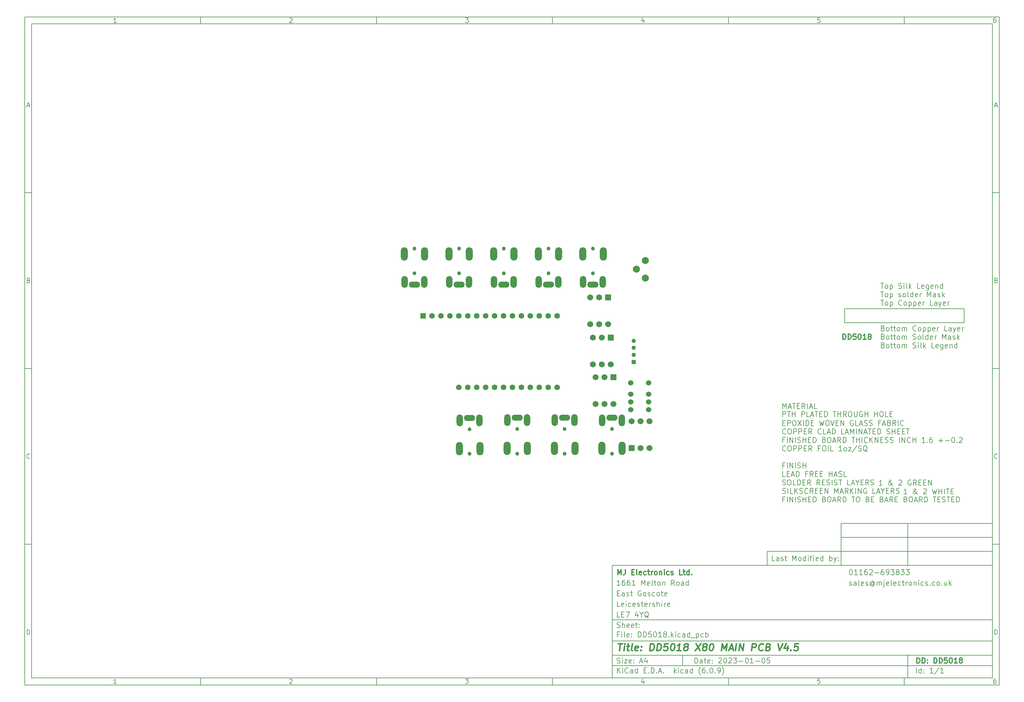
<source format=gbr>
G04 #@! TF.GenerationSoftware,KiCad,Pcbnew,(6.0.9)*
G04 #@! TF.CreationDate,2023-02-23T16:18:13+00:00*
G04 #@! TF.ProjectId,DD5018,44443530-3138-42e6-9b69-6361645f7063,DD5018*
G04 #@! TF.SameCoordinates,Original*
G04 #@! TF.FileFunction,Soldermask,Bot*
G04 #@! TF.FilePolarity,Negative*
%FSLAX46Y46*%
G04 Gerber Fmt 4.6, Leading zero omitted, Abs format (unit mm)*
G04 Created by KiCad (PCBNEW (6.0.9)) date 2023-02-23 16:18:13*
%MOMM*%
%LPD*%
G01*
G04 APERTURE LIST*
G04 Aperture macros list*
%AMRoundRect*
0 Rectangle with rounded corners*
0 $1 Rounding radius*
0 $2 $3 $4 $5 $6 $7 $8 $9 X,Y pos of 4 corners*
0 Add a 4 corners polygon primitive as box body*
4,1,4,$2,$3,$4,$5,$6,$7,$8,$9,$2,$3,0*
0 Add four circle primitives for the rounded corners*
1,1,$1+$1,$2,$3*
1,1,$1+$1,$4,$5*
1,1,$1+$1,$6,$7*
1,1,$1+$1,$8,$9*
0 Add four rect primitives between the rounded corners*
20,1,$1+$1,$2,$3,$4,$5,0*
20,1,$1+$1,$4,$5,$6,$7,0*
20,1,$1+$1,$6,$7,$8,$9,0*
20,1,$1+$1,$8,$9,$2,$3,0*%
G04 Aperture macros list end*
%ADD10C,0.100000*%
%ADD11C,0.150000*%
%ADD12C,0.300000*%
%ADD13C,0.400000*%
%ADD14C,2.003200*%
%ADD15C,1.100000*%
%ADD16O,3.203200X1.703200*%
%ADD17O,1.803200X3.403200*%
%ADD18O,2.003200X3.803200*%
%ADD19RoundRect,0.101600X-0.750000X0.750000X-0.750000X-0.750000X0.750000X-0.750000X0.750000X0.750000X0*%
%ADD20C,1.703200*%
%ADD21R,1.208000X1.208000*%
%ADD22C,1.208000*%
%ADD23C,1.523200*%
%ADD24RoundRect,0.101600X0.750000X-0.750000X0.750000X0.750000X-0.750000X0.750000X-0.750000X-0.750000X0*%
%ADD25R,1.600000X1.600000*%
%ADD26C,1.600000*%
G04 APERTURE END LIST*
D10*
D11*
X177002200Y-166007200D02*
X177002200Y-198007200D01*
X285002200Y-198007200D01*
X285002200Y-166007200D01*
X177002200Y-166007200D01*
D10*
D11*
X10000000Y-10000000D02*
X10000000Y-200007200D01*
X287002200Y-200007200D01*
X287002200Y-10000000D01*
X10000000Y-10000000D01*
D10*
D11*
X12000000Y-12000000D02*
X12000000Y-198007200D01*
X285002200Y-198007200D01*
X285002200Y-12000000D01*
X12000000Y-12000000D01*
D10*
D11*
X60000000Y-12000000D02*
X60000000Y-10000000D01*
D10*
D11*
X110000000Y-12000000D02*
X110000000Y-10000000D01*
D10*
D11*
X160000000Y-12000000D02*
X160000000Y-10000000D01*
D10*
D11*
X210000000Y-12000000D02*
X210000000Y-10000000D01*
D10*
D11*
X260000000Y-12000000D02*
X260000000Y-10000000D01*
D10*
D11*
X36065476Y-11588095D02*
X35322619Y-11588095D01*
X35694047Y-11588095D02*
X35694047Y-10288095D01*
X35570238Y-10473809D01*
X35446428Y-10597619D01*
X35322619Y-10659523D01*
D10*
D11*
X85322619Y-10411904D02*
X85384523Y-10350000D01*
X85508333Y-10288095D01*
X85817857Y-10288095D01*
X85941666Y-10350000D01*
X86003571Y-10411904D01*
X86065476Y-10535714D01*
X86065476Y-10659523D01*
X86003571Y-10845238D01*
X85260714Y-11588095D01*
X86065476Y-11588095D01*
D10*
D11*
X135260714Y-10288095D02*
X136065476Y-10288095D01*
X135632142Y-10783333D01*
X135817857Y-10783333D01*
X135941666Y-10845238D01*
X136003571Y-10907142D01*
X136065476Y-11030952D01*
X136065476Y-11340476D01*
X136003571Y-11464285D01*
X135941666Y-11526190D01*
X135817857Y-11588095D01*
X135446428Y-11588095D01*
X135322619Y-11526190D01*
X135260714Y-11464285D01*
D10*
D11*
X185941666Y-10721428D02*
X185941666Y-11588095D01*
X185632142Y-10226190D02*
X185322619Y-11154761D01*
X186127380Y-11154761D01*
D10*
D11*
X236003571Y-10288095D02*
X235384523Y-10288095D01*
X235322619Y-10907142D01*
X235384523Y-10845238D01*
X235508333Y-10783333D01*
X235817857Y-10783333D01*
X235941666Y-10845238D01*
X236003571Y-10907142D01*
X236065476Y-11030952D01*
X236065476Y-11340476D01*
X236003571Y-11464285D01*
X235941666Y-11526190D01*
X235817857Y-11588095D01*
X235508333Y-11588095D01*
X235384523Y-11526190D01*
X235322619Y-11464285D01*
D10*
D11*
X285941666Y-10288095D02*
X285694047Y-10288095D01*
X285570238Y-10350000D01*
X285508333Y-10411904D01*
X285384523Y-10597619D01*
X285322619Y-10845238D01*
X285322619Y-11340476D01*
X285384523Y-11464285D01*
X285446428Y-11526190D01*
X285570238Y-11588095D01*
X285817857Y-11588095D01*
X285941666Y-11526190D01*
X286003571Y-11464285D01*
X286065476Y-11340476D01*
X286065476Y-11030952D01*
X286003571Y-10907142D01*
X285941666Y-10845238D01*
X285817857Y-10783333D01*
X285570238Y-10783333D01*
X285446428Y-10845238D01*
X285384523Y-10907142D01*
X285322619Y-11030952D01*
D10*
D11*
X60000000Y-198007200D02*
X60000000Y-200007200D01*
D10*
D11*
X110000000Y-198007200D02*
X110000000Y-200007200D01*
D10*
D11*
X160000000Y-198007200D02*
X160000000Y-200007200D01*
D10*
D11*
X210000000Y-198007200D02*
X210000000Y-200007200D01*
D10*
D11*
X260000000Y-198007200D02*
X260000000Y-200007200D01*
D10*
D11*
X36065476Y-199595295D02*
X35322619Y-199595295D01*
X35694047Y-199595295D02*
X35694047Y-198295295D01*
X35570238Y-198481009D01*
X35446428Y-198604819D01*
X35322619Y-198666723D01*
D10*
D11*
X85322619Y-198419104D02*
X85384523Y-198357200D01*
X85508333Y-198295295D01*
X85817857Y-198295295D01*
X85941666Y-198357200D01*
X86003571Y-198419104D01*
X86065476Y-198542914D01*
X86065476Y-198666723D01*
X86003571Y-198852438D01*
X85260714Y-199595295D01*
X86065476Y-199595295D01*
D10*
D11*
X135260714Y-198295295D02*
X136065476Y-198295295D01*
X135632142Y-198790533D01*
X135817857Y-198790533D01*
X135941666Y-198852438D01*
X136003571Y-198914342D01*
X136065476Y-199038152D01*
X136065476Y-199347676D01*
X136003571Y-199471485D01*
X135941666Y-199533390D01*
X135817857Y-199595295D01*
X135446428Y-199595295D01*
X135322619Y-199533390D01*
X135260714Y-199471485D01*
D10*
D11*
X185941666Y-198728628D02*
X185941666Y-199595295D01*
X185632142Y-198233390D02*
X185322619Y-199161961D01*
X186127380Y-199161961D01*
D10*
D11*
X236003571Y-198295295D02*
X235384523Y-198295295D01*
X235322619Y-198914342D01*
X235384523Y-198852438D01*
X235508333Y-198790533D01*
X235817857Y-198790533D01*
X235941666Y-198852438D01*
X236003571Y-198914342D01*
X236065476Y-199038152D01*
X236065476Y-199347676D01*
X236003571Y-199471485D01*
X235941666Y-199533390D01*
X235817857Y-199595295D01*
X235508333Y-199595295D01*
X235384523Y-199533390D01*
X235322619Y-199471485D01*
D10*
D11*
X285941666Y-198295295D02*
X285694047Y-198295295D01*
X285570238Y-198357200D01*
X285508333Y-198419104D01*
X285384523Y-198604819D01*
X285322619Y-198852438D01*
X285322619Y-199347676D01*
X285384523Y-199471485D01*
X285446428Y-199533390D01*
X285570238Y-199595295D01*
X285817857Y-199595295D01*
X285941666Y-199533390D01*
X286003571Y-199471485D01*
X286065476Y-199347676D01*
X286065476Y-199038152D01*
X286003571Y-198914342D01*
X285941666Y-198852438D01*
X285817857Y-198790533D01*
X285570238Y-198790533D01*
X285446428Y-198852438D01*
X285384523Y-198914342D01*
X285322619Y-199038152D01*
D10*
D11*
X10000000Y-60000000D02*
X12000000Y-60000000D01*
D10*
D11*
X10000000Y-110000000D02*
X12000000Y-110000000D01*
D10*
D11*
X10000000Y-160000000D02*
X12000000Y-160000000D01*
D10*
D11*
X10690476Y-35216666D02*
X11309523Y-35216666D01*
X10566666Y-35588095D02*
X11000000Y-34288095D01*
X11433333Y-35588095D01*
D10*
D11*
X11092857Y-84907142D02*
X11278571Y-84969047D01*
X11340476Y-85030952D01*
X11402380Y-85154761D01*
X11402380Y-85340476D01*
X11340476Y-85464285D01*
X11278571Y-85526190D01*
X11154761Y-85588095D01*
X10659523Y-85588095D01*
X10659523Y-84288095D01*
X11092857Y-84288095D01*
X11216666Y-84350000D01*
X11278571Y-84411904D01*
X11340476Y-84535714D01*
X11340476Y-84659523D01*
X11278571Y-84783333D01*
X11216666Y-84845238D01*
X11092857Y-84907142D01*
X10659523Y-84907142D01*
D10*
D11*
X11402380Y-135464285D02*
X11340476Y-135526190D01*
X11154761Y-135588095D01*
X11030952Y-135588095D01*
X10845238Y-135526190D01*
X10721428Y-135402380D01*
X10659523Y-135278571D01*
X10597619Y-135030952D01*
X10597619Y-134845238D01*
X10659523Y-134597619D01*
X10721428Y-134473809D01*
X10845238Y-134350000D01*
X11030952Y-134288095D01*
X11154761Y-134288095D01*
X11340476Y-134350000D01*
X11402380Y-134411904D01*
D10*
D11*
X10659523Y-185588095D02*
X10659523Y-184288095D01*
X10969047Y-184288095D01*
X11154761Y-184350000D01*
X11278571Y-184473809D01*
X11340476Y-184597619D01*
X11402380Y-184845238D01*
X11402380Y-185030952D01*
X11340476Y-185278571D01*
X11278571Y-185402380D01*
X11154761Y-185526190D01*
X10969047Y-185588095D01*
X10659523Y-185588095D01*
D10*
D11*
X287002200Y-60000000D02*
X285002200Y-60000000D01*
D10*
D11*
X287002200Y-110000000D02*
X285002200Y-110000000D01*
D10*
D11*
X287002200Y-160000000D02*
X285002200Y-160000000D01*
D10*
D11*
X285692676Y-35216666D02*
X286311723Y-35216666D01*
X285568866Y-35588095D02*
X286002200Y-34288095D01*
X286435533Y-35588095D01*
D10*
D11*
X286095057Y-84907142D02*
X286280771Y-84969047D01*
X286342676Y-85030952D01*
X286404580Y-85154761D01*
X286404580Y-85340476D01*
X286342676Y-85464285D01*
X286280771Y-85526190D01*
X286156961Y-85588095D01*
X285661723Y-85588095D01*
X285661723Y-84288095D01*
X286095057Y-84288095D01*
X286218866Y-84350000D01*
X286280771Y-84411904D01*
X286342676Y-84535714D01*
X286342676Y-84659523D01*
X286280771Y-84783333D01*
X286218866Y-84845238D01*
X286095057Y-84907142D01*
X285661723Y-84907142D01*
D10*
D11*
X286404580Y-135464285D02*
X286342676Y-135526190D01*
X286156961Y-135588095D01*
X286033152Y-135588095D01*
X285847438Y-135526190D01*
X285723628Y-135402380D01*
X285661723Y-135278571D01*
X285599819Y-135030952D01*
X285599819Y-134845238D01*
X285661723Y-134597619D01*
X285723628Y-134473809D01*
X285847438Y-134350000D01*
X286033152Y-134288095D01*
X286156961Y-134288095D01*
X286342676Y-134350000D01*
X286404580Y-134411904D01*
D10*
D11*
X285661723Y-185588095D02*
X285661723Y-184288095D01*
X285971247Y-184288095D01*
X286156961Y-184350000D01*
X286280771Y-184473809D01*
X286342676Y-184597619D01*
X286404580Y-184845238D01*
X286404580Y-185030952D01*
X286342676Y-185278571D01*
X286280771Y-185402380D01*
X286156961Y-185526190D01*
X285971247Y-185588095D01*
X285661723Y-185588095D01*
D10*
D11*
X200434342Y-193785771D02*
X200434342Y-192285771D01*
X200791485Y-192285771D01*
X201005771Y-192357200D01*
X201148628Y-192500057D01*
X201220057Y-192642914D01*
X201291485Y-192928628D01*
X201291485Y-193142914D01*
X201220057Y-193428628D01*
X201148628Y-193571485D01*
X201005771Y-193714342D01*
X200791485Y-193785771D01*
X200434342Y-193785771D01*
X202577200Y-193785771D02*
X202577200Y-193000057D01*
X202505771Y-192857200D01*
X202362914Y-192785771D01*
X202077200Y-192785771D01*
X201934342Y-192857200D01*
X202577200Y-193714342D02*
X202434342Y-193785771D01*
X202077200Y-193785771D01*
X201934342Y-193714342D01*
X201862914Y-193571485D01*
X201862914Y-193428628D01*
X201934342Y-193285771D01*
X202077200Y-193214342D01*
X202434342Y-193214342D01*
X202577200Y-193142914D01*
X203077200Y-192785771D02*
X203648628Y-192785771D01*
X203291485Y-192285771D02*
X203291485Y-193571485D01*
X203362914Y-193714342D01*
X203505771Y-193785771D01*
X203648628Y-193785771D01*
X204720057Y-193714342D02*
X204577200Y-193785771D01*
X204291485Y-193785771D01*
X204148628Y-193714342D01*
X204077200Y-193571485D01*
X204077200Y-193000057D01*
X204148628Y-192857200D01*
X204291485Y-192785771D01*
X204577200Y-192785771D01*
X204720057Y-192857200D01*
X204791485Y-193000057D01*
X204791485Y-193142914D01*
X204077200Y-193285771D01*
X205434342Y-193642914D02*
X205505771Y-193714342D01*
X205434342Y-193785771D01*
X205362914Y-193714342D01*
X205434342Y-193642914D01*
X205434342Y-193785771D01*
X205434342Y-192857200D02*
X205505771Y-192928628D01*
X205434342Y-193000057D01*
X205362914Y-192928628D01*
X205434342Y-192857200D01*
X205434342Y-193000057D01*
X207220057Y-192428628D02*
X207291485Y-192357200D01*
X207434342Y-192285771D01*
X207791485Y-192285771D01*
X207934342Y-192357200D01*
X208005771Y-192428628D01*
X208077200Y-192571485D01*
X208077200Y-192714342D01*
X208005771Y-192928628D01*
X207148628Y-193785771D01*
X208077200Y-193785771D01*
X209005771Y-192285771D02*
X209148628Y-192285771D01*
X209291485Y-192357200D01*
X209362914Y-192428628D01*
X209434342Y-192571485D01*
X209505771Y-192857200D01*
X209505771Y-193214342D01*
X209434342Y-193500057D01*
X209362914Y-193642914D01*
X209291485Y-193714342D01*
X209148628Y-193785771D01*
X209005771Y-193785771D01*
X208862914Y-193714342D01*
X208791485Y-193642914D01*
X208720057Y-193500057D01*
X208648628Y-193214342D01*
X208648628Y-192857200D01*
X208720057Y-192571485D01*
X208791485Y-192428628D01*
X208862914Y-192357200D01*
X209005771Y-192285771D01*
X210077200Y-192428628D02*
X210148628Y-192357200D01*
X210291485Y-192285771D01*
X210648628Y-192285771D01*
X210791485Y-192357200D01*
X210862914Y-192428628D01*
X210934342Y-192571485D01*
X210934342Y-192714342D01*
X210862914Y-192928628D01*
X210005771Y-193785771D01*
X210934342Y-193785771D01*
X211434342Y-192285771D02*
X212362914Y-192285771D01*
X211862914Y-192857200D01*
X212077200Y-192857200D01*
X212220057Y-192928628D01*
X212291485Y-193000057D01*
X212362914Y-193142914D01*
X212362914Y-193500057D01*
X212291485Y-193642914D01*
X212220057Y-193714342D01*
X212077200Y-193785771D01*
X211648628Y-193785771D01*
X211505771Y-193714342D01*
X211434342Y-193642914D01*
X213005771Y-193214342D02*
X214148628Y-193214342D01*
X215148628Y-192285771D02*
X215291485Y-192285771D01*
X215434342Y-192357200D01*
X215505771Y-192428628D01*
X215577200Y-192571485D01*
X215648628Y-192857200D01*
X215648628Y-193214342D01*
X215577200Y-193500057D01*
X215505771Y-193642914D01*
X215434342Y-193714342D01*
X215291485Y-193785771D01*
X215148628Y-193785771D01*
X215005771Y-193714342D01*
X214934342Y-193642914D01*
X214862914Y-193500057D01*
X214791485Y-193214342D01*
X214791485Y-192857200D01*
X214862914Y-192571485D01*
X214934342Y-192428628D01*
X215005771Y-192357200D01*
X215148628Y-192285771D01*
X217077200Y-193785771D02*
X216220057Y-193785771D01*
X216648628Y-193785771D02*
X216648628Y-192285771D01*
X216505771Y-192500057D01*
X216362914Y-192642914D01*
X216220057Y-192714342D01*
X217720057Y-193214342D02*
X218862914Y-193214342D01*
X219862914Y-192285771D02*
X220005771Y-192285771D01*
X220148628Y-192357200D01*
X220220057Y-192428628D01*
X220291485Y-192571485D01*
X220362914Y-192857200D01*
X220362914Y-193214342D01*
X220291485Y-193500057D01*
X220220057Y-193642914D01*
X220148628Y-193714342D01*
X220005771Y-193785771D01*
X219862914Y-193785771D01*
X219720057Y-193714342D01*
X219648628Y-193642914D01*
X219577200Y-193500057D01*
X219505771Y-193214342D01*
X219505771Y-192857200D01*
X219577200Y-192571485D01*
X219648628Y-192428628D01*
X219720057Y-192357200D01*
X219862914Y-192285771D01*
X221720057Y-192285771D02*
X221005771Y-192285771D01*
X220934342Y-193000057D01*
X221005771Y-192928628D01*
X221148628Y-192857200D01*
X221505771Y-192857200D01*
X221648628Y-192928628D01*
X221720057Y-193000057D01*
X221791485Y-193142914D01*
X221791485Y-193500057D01*
X221720057Y-193642914D01*
X221648628Y-193714342D01*
X221505771Y-193785771D01*
X221148628Y-193785771D01*
X221005771Y-193714342D01*
X220934342Y-193642914D01*
D10*
D11*
X177002200Y-194507200D02*
X285002200Y-194507200D01*
D10*
D11*
X178434342Y-196585771D02*
X178434342Y-195085771D01*
X179291485Y-196585771D02*
X178648628Y-195728628D01*
X179291485Y-195085771D02*
X178434342Y-195942914D01*
X179934342Y-196585771D02*
X179934342Y-195585771D01*
X179934342Y-195085771D02*
X179862914Y-195157200D01*
X179934342Y-195228628D01*
X180005771Y-195157200D01*
X179934342Y-195085771D01*
X179934342Y-195228628D01*
X181505771Y-196442914D02*
X181434342Y-196514342D01*
X181220057Y-196585771D01*
X181077200Y-196585771D01*
X180862914Y-196514342D01*
X180720057Y-196371485D01*
X180648628Y-196228628D01*
X180577200Y-195942914D01*
X180577200Y-195728628D01*
X180648628Y-195442914D01*
X180720057Y-195300057D01*
X180862914Y-195157200D01*
X181077200Y-195085771D01*
X181220057Y-195085771D01*
X181434342Y-195157200D01*
X181505771Y-195228628D01*
X182791485Y-196585771D02*
X182791485Y-195800057D01*
X182720057Y-195657200D01*
X182577200Y-195585771D01*
X182291485Y-195585771D01*
X182148628Y-195657200D01*
X182791485Y-196514342D02*
X182648628Y-196585771D01*
X182291485Y-196585771D01*
X182148628Y-196514342D01*
X182077200Y-196371485D01*
X182077200Y-196228628D01*
X182148628Y-196085771D01*
X182291485Y-196014342D01*
X182648628Y-196014342D01*
X182791485Y-195942914D01*
X184148628Y-196585771D02*
X184148628Y-195085771D01*
X184148628Y-196514342D02*
X184005771Y-196585771D01*
X183720057Y-196585771D01*
X183577200Y-196514342D01*
X183505771Y-196442914D01*
X183434342Y-196300057D01*
X183434342Y-195871485D01*
X183505771Y-195728628D01*
X183577200Y-195657200D01*
X183720057Y-195585771D01*
X184005771Y-195585771D01*
X184148628Y-195657200D01*
X186005771Y-195800057D02*
X186505771Y-195800057D01*
X186720057Y-196585771D02*
X186005771Y-196585771D01*
X186005771Y-195085771D01*
X186720057Y-195085771D01*
X187362914Y-196442914D02*
X187434342Y-196514342D01*
X187362914Y-196585771D01*
X187291485Y-196514342D01*
X187362914Y-196442914D01*
X187362914Y-196585771D01*
X188077200Y-196585771D02*
X188077200Y-195085771D01*
X188434342Y-195085771D01*
X188648628Y-195157200D01*
X188791485Y-195300057D01*
X188862914Y-195442914D01*
X188934342Y-195728628D01*
X188934342Y-195942914D01*
X188862914Y-196228628D01*
X188791485Y-196371485D01*
X188648628Y-196514342D01*
X188434342Y-196585771D01*
X188077200Y-196585771D01*
X189577200Y-196442914D02*
X189648628Y-196514342D01*
X189577200Y-196585771D01*
X189505771Y-196514342D01*
X189577200Y-196442914D01*
X189577200Y-196585771D01*
X190220057Y-196157200D02*
X190934342Y-196157200D01*
X190077200Y-196585771D02*
X190577200Y-195085771D01*
X191077200Y-196585771D01*
X191577200Y-196442914D02*
X191648628Y-196514342D01*
X191577200Y-196585771D01*
X191505771Y-196514342D01*
X191577200Y-196442914D01*
X191577200Y-196585771D01*
X194577200Y-196585771D02*
X194577200Y-195085771D01*
X194720057Y-196014342D02*
X195148628Y-196585771D01*
X195148628Y-195585771D02*
X194577200Y-196157200D01*
X195791485Y-196585771D02*
X195791485Y-195585771D01*
X195791485Y-195085771D02*
X195720057Y-195157200D01*
X195791485Y-195228628D01*
X195862914Y-195157200D01*
X195791485Y-195085771D01*
X195791485Y-195228628D01*
X197148628Y-196514342D02*
X197005771Y-196585771D01*
X196720057Y-196585771D01*
X196577200Y-196514342D01*
X196505771Y-196442914D01*
X196434342Y-196300057D01*
X196434342Y-195871485D01*
X196505771Y-195728628D01*
X196577200Y-195657200D01*
X196720057Y-195585771D01*
X197005771Y-195585771D01*
X197148628Y-195657200D01*
X198434342Y-196585771D02*
X198434342Y-195800057D01*
X198362914Y-195657200D01*
X198220057Y-195585771D01*
X197934342Y-195585771D01*
X197791485Y-195657200D01*
X198434342Y-196514342D02*
X198291485Y-196585771D01*
X197934342Y-196585771D01*
X197791485Y-196514342D01*
X197720057Y-196371485D01*
X197720057Y-196228628D01*
X197791485Y-196085771D01*
X197934342Y-196014342D01*
X198291485Y-196014342D01*
X198434342Y-195942914D01*
X199791485Y-196585771D02*
X199791485Y-195085771D01*
X199791485Y-196514342D02*
X199648628Y-196585771D01*
X199362914Y-196585771D01*
X199220057Y-196514342D01*
X199148628Y-196442914D01*
X199077200Y-196300057D01*
X199077200Y-195871485D01*
X199148628Y-195728628D01*
X199220057Y-195657200D01*
X199362914Y-195585771D01*
X199648628Y-195585771D01*
X199791485Y-195657200D01*
X202077200Y-197157200D02*
X202005771Y-197085771D01*
X201862914Y-196871485D01*
X201791485Y-196728628D01*
X201720057Y-196514342D01*
X201648628Y-196157200D01*
X201648628Y-195871485D01*
X201720057Y-195514342D01*
X201791485Y-195300057D01*
X201862914Y-195157200D01*
X202005771Y-194942914D01*
X202077200Y-194871485D01*
X203291485Y-195085771D02*
X203005771Y-195085771D01*
X202862914Y-195157200D01*
X202791485Y-195228628D01*
X202648628Y-195442914D01*
X202577200Y-195728628D01*
X202577200Y-196300057D01*
X202648628Y-196442914D01*
X202720057Y-196514342D01*
X202862914Y-196585771D01*
X203148628Y-196585771D01*
X203291485Y-196514342D01*
X203362914Y-196442914D01*
X203434342Y-196300057D01*
X203434342Y-195942914D01*
X203362914Y-195800057D01*
X203291485Y-195728628D01*
X203148628Y-195657200D01*
X202862914Y-195657200D01*
X202720057Y-195728628D01*
X202648628Y-195800057D01*
X202577200Y-195942914D01*
X204077200Y-196442914D02*
X204148628Y-196514342D01*
X204077200Y-196585771D01*
X204005771Y-196514342D01*
X204077200Y-196442914D01*
X204077200Y-196585771D01*
X205077200Y-195085771D02*
X205220057Y-195085771D01*
X205362914Y-195157200D01*
X205434342Y-195228628D01*
X205505771Y-195371485D01*
X205577200Y-195657200D01*
X205577200Y-196014342D01*
X205505771Y-196300057D01*
X205434342Y-196442914D01*
X205362914Y-196514342D01*
X205220057Y-196585771D01*
X205077200Y-196585771D01*
X204934342Y-196514342D01*
X204862914Y-196442914D01*
X204791485Y-196300057D01*
X204720057Y-196014342D01*
X204720057Y-195657200D01*
X204791485Y-195371485D01*
X204862914Y-195228628D01*
X204934342Y-195157200D01*
X205077200Y-195085771D01*
X206220057Y-196442914D02*
X206291485Y-196514342D01*
X206220057Y-196585771D01*
X206148628Y-196514342D01*
X206220057Y-196442914D01*
X206220057Y-196585771D01*
X207005771Y-196585771D02*
X207291485Y-196585771D01*
X207434342Y-196514342D01*
X207505771Y-196442914D01*
X207648628Y-196228628D01*
X207720057Y-195942914D01*
X207720057Y-195371485D01*
X207648628Y-195228628D01*
X207577200Y-195157200D01*
X207434342Y-195085771D01*
X207148628Y-195085771D01*
X207005771Y-195157200D01*
X206934342Y-195228628D01*
X206862914Y-195371485D01*
X206862914Y-195728628D01*
X206934342Y-195871485D01*
X207005771Y-195942914D01*
X207148628Y-196014342D01*
X207434342Y-196014342D01*
X207577200Y-195942914D01*
X207648628Y-195871485D01*
X207720057Y-195728628D01*
X208220057Y-197157200D02*
X208291485Y-197085771D01*
X208434342Y-196871485D01*
X208505771Y-196728628D01*
X208577200Y-196514342D01*
X208648628Y-196157200D01*
X208648628Y-195871485D01*
X208577200Y-195514342D01*
X208505771Y-195300057D01*
X208434342Y-195157200D01*
X208291485Y-194942914D01*
X208220057Y-194871485D01*
D10*
D11*
X177002200Y-191507200D02*
X285002200Y-191507200D01*
D10*
D12*
X263554342Y-193785771D02*
X263554342Y-192285771D01*
X263911485Y-192285771D01*
X264125771Y-192357200D01*
X264268628Y-192500057D01*
X264340057Y-192642914D01*
X264411485Y-192928628D01*
X264411485Y-193142914D01*
X264340057Y-193428628D01*
X264268628Y-193571485D01*
X264125771Y-193714342D01*
X263911485Y-193785771D01*
X263554342Y-193785771D01*
X265054342Y-193785771D02*
X265054342Y-192285771D01*
X265411485Y-192285771D01*
X265625771Y-192357200D01*
X265768628Y-192500057D01*
X265840057Y-192642914D01*
X265911485Y-192928628D01*
X265911485Y-193142914D01*
X265840057Y-193428628D01*
X265768628Y-193571485D01*
X265625771Y-193714342D01*
X265411485Y-193785771D01*
X265054342Y-193785771D01*
X266554342Y-193642914D02*
X266625771Y-193714342D01*
X266554342Y-193785771D01*
X266482914Y-193714342D01*
X266554342Y-193642914D01*
X266554342Y-193785771D01*
X266554342Y-192857200D02*
X266625771Y-192928628D01*
X266554342Y-193000057D01*
X266482914Y-192928628D01*
X266554342Y-192857200D01*
X266554342Y-193000057D01*
X268411485Y-193785771D02*
X268411485Y-192285771D01*
X268768628Y-192285771D01*
X268982914Y-192357200D01*
X269125771Y-192500057D01*
X269197200Y-192642914D01*
X269268628Y-192928628D01*
X269268628Y-193142914D01*
X269197200Y-193428628D01*
X269125771Y-193571485D01*
X268982914Y-193714342D01*
X268768628Y-193785771D01*
X268411485Y-193785771D01*
X269911485Y-193785771D02*
X269911485Y-192285771D01*
X270268628Y-192285771D01*
X270482914Y-192357200D01*
X270625771Y-192500057D01*
X270697200Y-192642914D01*
X270768628Y-192928628D01*
X270768628Y-193142914D01*
X270697200Y-193428628D01*
X270625771Y-193571485D01*
X270482914Y-193714342D01*
X270268628Y-193785771D01*
X269911485Y-193785771D01*
X272125771Y-192285771D02*
X271411485Y-192285771D01*
X271340057Y-193000057D01*
X271411485Y-192928628D01*
X271554342Y-192857200D01*
X271911485Y-192857200D01*
X272054342Y-192928628D01*
X272125771Y-193000057D01*
X272197200Y-193142914D01*
X272197200Y-193500057D01*
X272125771Y-193642914D01*
X272054342Y-193714342D01*
X271911485Y-193785771D01*
X271554342Y-193785771D01*
X271411485Y-193714342D01*
X271340057Y-193642914D01*
X273125771Y-192285771D02*
X273268628Y-192285771D01*
X273411485Y-192357200D01*
X273482914Y-192428628D01*
X273554342Y-192571485D01*
X273625771Y-192857200D01*
X273625771Y-193214342D01*
X273554342Y-193500057D01*
X273482914Y-193642914D01*
X273411485Y-193714342D01*
X273268628Y-193785771D01*
X273125771Y-193785771D01*
X272982914Y-193714342D01*
X272911485Y-193642914D01*
X272840057Y-193500057D01*
X272768628Y-193214342D01*
X272768628Y-192857200D01*
X272840057Y-192571485D01*
X272911485Y-192428628D01*
X272982914Y-192357200D01*
X273125771Y-192285771D01*
X275054342Y-193785771D02*
X274197200Y-193785771D01*
X274625771Y-193785771D02*
X274625771Y-192285771D01*
X274482914Y-192500057D01*
X274340057Y-192642914D01*
X274197200Y-192714342D01*
X275911485Y-192928628D02*
X275768628Y-192857200D01*
X275697200Y-192785771D01*
X275625771Y-192642914D01*
X275625771Y-192571485D01*
X275697200Y-192428628D01*
X275768628Y-192357200D01*
X275911485Y-192285771D01*
X276197200Y-192285771D01*
X276340057Y-192357200D01*
X276411485Y-192428628D01*
X276482914Y-192571485D01*
X276482914Y-192642914D01*
X276411485Y-192785771D01*
X276340057Y-192857200D01*
X276197200Y-192928628D01*
X275911485Y-192928628D01*
X275768628Y-193000057D01*
X275697200Y-193071485D01*
X275625771Y-193214342D01*
X275625771Y-193500057D01*
X275697200Y-193642914D01*
X275768628Y-193714342D01*
X275911485Y-193785771D01*
X276197200Y-193785771D01*
X276340057Y-193714342D01*
X276411485Y-193642914D01*
X276482914Y-193500057D01*
X276482914Y-193214342D01*
X276411485Y-193071485D01*
X276340057Y-193000057D01*
X276197200Y-192928628D01*
D10*
D11*
X178362914Y-193714342D02*
X178577200Y-193785771D01*
X178934342Y-193785771D01*
X179077200Y-193714342D01*
X179148628Y-193642914D01*
X179220057Y-193500057D01*
X179220057Y-193357200D01*
X179148628Y-193214342D01*
X179077200Y-193142914D01*
X178934342Y-193071485D01*
X178648628Y-193000057D01*
X178505771Y-192928628D01*
X178434342Y-192857200D01*
X178362914Y-192714342D01*
X178362914Y-192571485D01*
X178434342Y-192428628D01*
X178505771Y-192357200D01*
X178648628Y-192285771D01*
X179005771Y-192285771D01*
X179220057Y-192357200D01*
X179862914Y-193785771D02*
X179862914Y-192785771D01*
X179862914Y-192285771D02*
X179791485Y-192357200D01*
X179862914Y-192428628D01*
X179934342Y-192357200D01*
X179862914Y-192285771D01*
X179862914Y-192428628D01*
X180434342Y-192785771D02*
X181220057Y-192785771D01*
X180434342Y-193785771D01*
X181220057Y-193785771D01*
X182362914Y-193714342D02*
X182220057Y-193785771D01*
X181934342Y-193785771D01*
X181791485Y-193714342D01*
X181720057Y-193571485D01*
X181720057Y-193000057D01*
X181791485Y-192857200D01*
X181934342Y-192785771D01*
X182220057Y-192785771D01*
X182362914Y-192857200D01*
X182434342Y-193000057D01*
X182434342Y-193142914D01*
X181720057Y-193285771D01*
X183077200Y-193642914D02*
X183148628Y-193714342D01*
X183077200Y-193785771D01*
X183005771Y-193714342D01*
X183077200Y-193642914D01*
X183077200Y-193785771D01*
X183077200Y-192857200D02*
X183148628Y-192928628D01*
X183077200Y-193000057D01*
X183005771Y-192928628D01*
X183077200Y-192857200D01*
X183077200Y-193000057D01*
X184862914Y-193357200D02*
X185577200Y-193357200D01*
X184720057Y-193785771D02*
X185220057Y-192285771D01*
X185720057Y-193785771D01*
X186862914Y-192785771D02*
X186862914Y-193785771D01*
X186505771Y-192214342D02*
X186148628Y-193285771D01*
X187077200Y-193285771D01*
D10*
D11*
X263434342Y-196585771D02*
X263434342Y-195085771D01*
X264791485Y-196585771D02*
X264791485Y-195085771D01*
X264791485Y-196514342D02*
X264648628Y-196585771D01*
X264362914Y-196585771D01*
X264220057Y-196514342D01*
X264148628Y-196442914D01*
X264077200Y-196300057D01*
X264077200Y-195871485D01*
X264148628Y-195728628D01*
X264220057Y-195657200D01*
X264362914Y-195585771D01*
X264648628Y-195585771D01*
X264791485Y-195657200D01*
X265505771Y-196442914D02*
X265577200Y-196514342D01*
X265505771Y-196585771D01*
X265434342Y-196514342D01*
X265505771Y-196442914D01*
X265505771Y-196585771D01*
X265505771Y-195657200D02*
X265577200Y-195728628D01*
X265505771Y-195800057D01*
X265434342Y-195728628D01*
X265505771Y-195657200D01*
X265505771Y-195800057D01*
X268148628Y-196585771D02*
X267291485Y-196585771D01*
X267720057Y-196585771D02*
X267720057Y-195085771D01*
X267577200Y-195300057D01*
X267434342Y-195442914D01*
X267291485Y-195514342D01*
X269862914Y-195014342D02*
X268577200Y-196942914D01*
X271148628Y-196585771D02*
X270291485Y-196585771D01*
X270720057Y-196585771D02*
X270720057Y-195085771D01*
X270577200Y-195300057D01*
X270434342Y-195442914D01*
X270291485Y-195514342D01*
D10*
D11*
X177002200Y-187507200D02*
X285002200Y-187507200D01*
D10*
D13*
X178714580Y-188211961D02*
X179857438Y-188211961D01*
X179036009Y-190211961D02*
X179286009Y-188211961D01*
X180274104Y-190211961D02*
X180440771Y-188878628D01*
X180524104Y-188211961D02*
X180416961Y-188307200D01*
X180500295Y-188402438D01*
X180607438Y-188307200D01*
X180524104Y-188211961D01*
X180500295Y-188402438D01*
X181107438Y-188878628D02*
X181869342Y-188878628D01*
X181476485Y-188211961D02*
X181262200Y-189926247D01*
X181333628Y-190116723D01*
X181512200Y-190211961D01*
X181702676Y-190211961D01*
X182655057Y-190211961D02*
X182476485Y-190116723D01*
X182405057Y-189926247D01*
X182619342Y-188211961D01*
X184190771Y-190116723D02*
X183988390Y-190211961D01*
X183607438Y-190211961D01*
X183428866Y-190116723D01*
X183357438Y-189926247D01*
X183452676Y-189164342D01*
X183571723Y-188973866D01*
X183774104Y-188878628D01*
X184155057Y-188878628D01*
X184333628Y-188973866D01*
X184405057Y-189164342D01*
X184381247Y-189354819D01*
X183405057Y-189545295D01*
X185155057Y-190021485D02*
X185238390Y-190116723D01*
X185131247Y-190211961D01*
X185047914Y-190116723D01*
X185155057Y-190021485D01*
X185131247Y-190211961D01*
X185286009Y-188973866D02*
X185369342Y-189069104D01*
X185262200Y-189164342D01*
X185178866Y-189069104D01*
X185286009Y-188973866D01*
X185262200Y-189164342D01*
X187607438Y-190211961D02*
X187857438Y-188211961D01*
X188333628Y-188211961D01*
X188607438Y-188307200D01*
X188774104Y-188497676D01*
X188845533Y-188688152D01*
X188893152Y-189069104D01*
X188857438Y-189354819D01*
X188714580Y-189735771D01*
X188595533Y-189926247D01*
X188381247Y-190116723D01*
X188083628Y-190211961D01*
X187607438Y-190211961D01*
X189607438Y-190211961D02*
X189857438Y-188211961D01*
X190333628Y-188211961D01*
X190607438Y-188307200D01*
X190774104Y-188497676D01*
X190845533Y-188688152D01*
X190893152Y-189069104D01*
X190857438Y-189354819D01*
X190714580Y-189735771D01*
X190595533Y-189926247D01*
X190381247Y-190116723D01*
X190083628Y-190211961D01*
X189607438Y-190211961D01*
X192809819Y-188211961D02*
X191857438Y-188211961D01*
X191643152Y-189164342D01*
X191750295Y-189069104D01*
X191952676Y-188973866D01*
X192428866Y-188973866D01*
X192607438Y-189069104D01*
X192690771Y-189164342D01*
X192762200Y-189354819D01*
X192702676Y-189831009D01*
X192583628Y-190021485D01*
X192476485Y-190116723D01*
X192274104Y-190211961D01*
X191797914Y-190211961D01*
X191619342Y-190116723D01*
X191536009Y-190021485D01*
X194143152Y-188211961D02*
X194333628Y-188211961D01*
X194512200Y-188307200D01*
X194595533Y-188402438D01*
X194666961Y-188592914D01*
X194714580Y-188973866D01*
X194655057Y-189450057D01*
X194512200Y-189831009D01*
X194393152Y-190021485D01*
X194286009Y-190116723D01*
X194083628Y-190211961D01*
X193893152Y-190211961D01*
X193714580Y-190116723D01*
X193631247Y-190021485D01*
X193559819Y-189831009D01*
X193512200Y-189450057D01*
X193571723Y-188973866D01*
X193714580Y-188592914D01*
X193833628Y-188402438D01*
X193940771Y-188307200D01*
X194143152Y-188211961D01*
X196464580Y-190211961D02*
X195321723Y-190211961D01*
X195893152Y-190211961D02*
X196143152Y-188211961D01*
X195916961Y-188497676D01*
X195702676Y-188688152D01*
X195500295Y-188783390D01*
X197750295Y-189069104D02*
X197571723Y-188973866D01*
X197488390Y-188878628D01*
X197416961Y-188688152D01*
X197428866Y-188592914D01*
X197547914Y-188402438D01*
X197655057Y-188307200D01*
X197857438Y-188211961D01*
X198238390Y-188211961D01*
X198416961Y-188307200D01*
X198500295Y-188402438D01*
X198571723Y-188592914D01*
X198559819Y-188688152D01*
X198440771Y-188878628D01*
X198333628Y-188973866D01*
X198131247Y-189069104D01*
X197750295Y-189069104D01*
X197547914Y-189164342D01*
X197440771Y-189259580D01*
X197321723Y-189450057D01*
X197274104Y-189831009D01*
X197345533Y-190021485D01*
X197428866Y-190116723D01*
X197607438Y-190211961D01*
X197988390Y-190211961D01*
X198190771Y-190116723D01*
X198297914Y-190021485D01*
X198416961Y-189831009D01*
X198464580Y-189450057D01*
X198393152Y-189259580D01*
X198309819Y-189164342D01*
X198131247Y-189069104D01*
X200809819Y-188211961D02*
X201893152Y-190211961D01*
X202143152Y-188211961D02*
X200559819Y-190211961D01*
X203083628Y-189069104D02*
X202905057Y-188973866D01*
X202821723Y-188878628D01*
X202750295Y-188688152D01*
X202762200Y-188592914D01*
X202881247Y-188402438D01*
X202988390Y-188307200D01*
X203190771Y-188211961D01*
X203571723Y-188211961D01*
X203750295Y-188307200D01*
X203833628Y-188402438D01*
X203905057Y-188592914D01*
X203893152Y-188688152D01*
X203774104Y-188878628D01*
X203666961Y-188973866D01*
X203464580Y-189069104D01*
X203083628Y-189069104D01*
X202881247Y-189164342D01*
X202774104Y-189259580D01*
X202655057Y-189450057D01*
X202607438Y-189831009D01*
X202678866Y-190021485D01*
X202762200Y-190116723D01*
X202940771Y-190211961D01*
X203321723Y-190211961D01*
X203524104Y-190116723D01*
X203631247Y-190021485D01*
X203750295Y-189831009D01*
X203797914Y-189450057D01*
X203726485Y-189259580D01*
X203643152Y-189164342D01*
X203464580Y-189069104D01*
X205190771Y-188211961D02*
X205381247Y-188211961D01*
X205559819Y-188307200D01*
X205643152Y-188402438D01*
X205714580Y-188592914D01*
X205762200Y-188973866D01*
X205702676Y-189450057D01*
X205559819Y-189831009D01*
X205440771Y-190021485D01*
X205333628Y-190116723D01*
X205131247Y-190211961D01*
X204940771Y-190211961D01*
X204762200Y-190116723D01*
X204678866Y-190021485D01*
X204607438Y-189831009D01*
X204559819Y-189450057D01*
X204619342Y-188973866D01*
X204762200Y-188592914D01*
X204881247Y-188402438D01*
X204988390Y-188307200D01*
X205190771Y-188211961D01*
X207988390Y-190211961D02*
X208238390Y-188211961D01*
X208726485Y-189640533D01*
X209571723Y-188211961D01*
X209321723Y-190211961D01*
X210250295Y-189640533D02*
X211202676Y-189640533D01*
X209988390Y-190211961D02*
X210905057Y-188211961D01*
X211321723Y-190211961D01*
X211988390Y-190211961D02*
X212238390Y-188211961D01*
X212940771Y-190211961D02*
X213190771Y-188211961D01*
X214083628Y-190211961D01*
X214333628Y-188211961D01*
X216559819Y-190211961D02*
X216809819Y-188211961D01*
X217571723Y-188211961D01*
X217750295Y-188307200D01*
X217833628Y-188402438D01*
X217905057Y-188592914D01*
X217869342Y-188878628D01*
X217750295Y-189069104D01*
X217643152Y-189164342D01*
X217440771Y-189259580D01*
X216678866Y-189259580D01*
X219726485Y-190021485D02*
X219619342Y-190116723D01*
X219321723Y-190211961D01*
X219131247Y-190211961D01*
X218857438Y-190116723D01*
X218690771Y-189926247D01*
X218619342Y-189735771D01*
X218571723Y-189354819D01*
X218607438Y-189069104D01*
X218750295Y-188688152D01*
X218869342Y-188497676D01*
X219083628Y-188307200D01*
X219381247Y-188211961D01*
X219571723Y-188211961D01*
X219845533Y-188307200D01*
X219928866Y-188402438D01*
X221357438Y-189164342D02*
X221631247Y-189259580D01*
X221714580Y-189354819D01*
X221786009Y-189545295D01*
X221750295Y-189831009D01*
X221631247Y-190021485D01*
X221524104Y-190116723D01*
X221321723Y-190211961D01*
X220559819Y-190211961D01*
X220809819Y-188211961D01*
X221476485Y-188211961D01*
X221655057Y-188307200D01*
X221738390Y-188402438D01*
X221809819Y-188592914D01*
X221786009Y-188783390D01*
X221666961Y-188973866D01*
X221559819Y-189069104D01*
X221357438Y-189164342D01*
X220690771Y-189164342D01*
X224047914Y-188211961D02*
X224464580Y-190211961D01*
X225381247Y-188211961D01*
X226821723Y-188878628D02*
X226655057Y-190211961D01*
X226440771Y-188116723D02*
X225786009Y-189545295D01*
X227024104Y-189545295D01*
X227726485Y-190021485D02*
X227809819Y-190116723D01*
X227702676Y-190211961D01*
X227619342Y-190116723D01*
X227726485Y-190021485D01*
X227702676Y-190211961D01*
X229857438Y-188211961D02*
X228905057Y-188211961D01*
X228690771Y-189164342D01*
X228797914Y-189069104D01*
X229000295Y-188973866D01*
X229476485Y-188973866D01*
X229655057Y-189069104D01*
X229738390Y-189164342D01*
X229809819Y-189354819D01*
X229750295Y-189831009D01*
X229631247Y-190021485D01*
X229524104Y-190116723D01*
X229321723Y-190211961D01*
X228845533Y-190211961D01*
X228666961Y-190116723D01*
X228583628Y-190021485D01*
D10*
D11*
X178934342Y-185600057D02*
X178434342Y-185600057D01*
X178434342Y-186385771D02*
X178434342Y-184885771D01*
X179148628Y-184885771D01*
X179720057Y-186385771D02*
X179720057Y-185385771D01*
X179720057Y-184885771D02*
X179648628Y-184957200D01*
X179720057Y-185028628D01*
X179791485Y-184957200D01*
X179720057Y-184885771D01*
X179720057Y-185028628D01*
X180648628Y-186385771D02*
X180505771Y-186314342D01*
X180434342Y-186171485D01*
X180434342Y-184885771D01*
X181791485Y-186314342D02*
X181648628Y-186385771D01*
X181362914Y-186385771D01*
X181220057Y-186314342D01*
X181148628Y-186171485D01*
X181148628Y-185600057D01*
X181220057Y-185457200D01*
X181362914Y-185385771D01*
X181648628Y-185385771D01*
X181791485Y-185457200D01*
X181862914Y-185600057D01*
X181862914Y-185742914D01*
X181148628Y-185885771D01*
X182505771Y-186242914D02*
X182577200Y-186314342D01*
X182505771Y-186385771D01*
X182434342Y-186314342D01*
X182505771Y-186242914D01*
X182505771Y-186385771D01*
X182505771Y-185457200D02*
X182577200Y-185528628D01*
X182505771Y-185600057D01*
X182434342Y-185528628D01*
X182505771Y-185457200D01*
X182505771Y-185600057D01*
X184362914Y-186385771D02*
X184362914Y-184885771D01*
X184720057Y-184885771D01*
X184934342Y-184957200D01*
X185077200Y-185100057D01*
X185148628Y-185242914D01*
X185220057Y-185528628D01*
X185220057Y-185742914D01*
X185148628Y-186028628D01*
X185077200Y-186171485D01*
X184934342Y-186314342D01*
X184720057Y-186385771D01*
X184362914Y-186385771D01*
X185862914Y-186385771D02*
X185862914Y-184885771D01*
X186220057Y-184885771D01*
X186434342Y-184957200D01*
X186577200Y-185100057D01*
X186648628Y-185242914D01*
X186720057Y-185528628D01*
X186720057Y-185742914D01*
X186648628Y-186028628D01*
X186577200Y-186171485D01*
X186434342Y-186314342D01*
X186220057Y-186385771D01*
X185862914Y-186385771D01*
X188077200Y-184885771D02*
X187362914Y-184885771D01*
X187291485Y-185600057D01*
X187362914Y-185528628D01*
X187505771Y-185457200D01*
X187862914Y-185457200D01*
X188005771Y-185528628D01*
X188077200Y-185600057D01*
X188148628Y-185742914D01*
X188148628Y-186100057D01*
X188077200Y-186242914D01*
X188005771Y-186314342D01*
X187862914Y-186385771D01*
X187505771Y-186385771D01*
X187362914Y-186314342D01*
X187291485Y-186242914D01*
X189077200Y-184885771D02*
X189220057Y-184885771D01*
X189362914Y-184957200D01*
X189434342Y-185028628D01*
X189505771Y-185171485D01*
X189577200Y-185457200D01*
X189577200Y-185814342D01*
X189505771Y-186100057D01*
X189434342Y-186242914D01*
X189362914Y-186314342D01*
X189220057Y-186385771D01*
X189077200Y-186385771D01*
X188934342Y-186314342D01*
X188862914Y-186242914D01*
X188791485Y-186100057D01*
X188720057Y-185814342D01*
X188720057Y-185457200D01*
X188791485Y-185171485D01*
X188862914Y-185028628D01*
X188934342Y-184957200D01*
X189077200Y-184885771D01*
X191005771Y-186385771D02*
X190148628Y-186385771D01*
X190577200Y-186385771D02*
X190577200Y-184885771D01*
X190434342Y-185100057D01*
X190291485Y-185242914D01*
X190148628Y-185314342D01*
X191862914Y-185528628D02*
X191720057Y-185457200D01*
X191648628Y-185385771D01*
X191577200Y-185242914D01*
X191577200Y-185171485D01*
X191648628Y-185028628D01*
X191720057Y-184957200D01*
X191862914Y-184885771D01*
X192148628Y-184885771D01*
X192291485Y-184957200D01*
X192362914Y-185028628D01*
X192434342Y-185171485D01*
X192434342Y-185242914D01*
X192362914Y-185385771D01*
X192291485Y-185457200D01*
X192148628Y-185528628D01*
X191862914Y-185528628D01*
X191720057Y-185600057D01*
X191648628Y-185671485D01*
X191577200Y-185814342D01*
X191577200Y-186100057D01*
X191648628Y-186242914D01*
X191720057Y-186314342D01*
X191862914Y-186385771D01*
X192148628Y-186385771D01*
X192291485Y-186314342D01*
X192362914Y-186242914D01*
X192434342Y-186100057D01*
X192434342Y-185814342D01*
X192362914Y-185671485D01*
X192291485Y-185600057D01*
X192148628Y-185528628D01*
X193077200Y-186242914D02*
X193148628Y-186314342D01*
X193077200Y-186385771D01*
X193005771Y-186314342D01*
X193077200Y-186242914D01*
X193077200Y-186385771D01*
X193791485Y-186385771D02*
X193791485Y-184885771D01*
X193934342Y-185814342D02*
X194362914Y-186385771D01*
X194362914Y-185385771D02*
X193791485Y-185957200D01*
X195005771Y-186385771D02*
X195005771Y-185385771D01*
X195005771Y-184885771D02*
X194934342Y-184957200D01*
X195005771Y-185028628D01*
X195077200Y-184957200D01*
X195005771Y-184885771D01*
X195005771Y-185028628D01*
X196362914Y-186314342D02*
X196220057Y-186385771D01*
X195934342Y-186385771D01*
X195791485Y-186314342D01*
X195720057Y-186242914D01*
X195648628Y-186100057D01*
X195648628Y-185671485D01*
X195720057Y-185528628D01*
X195791485Y-185457200D01*
X195934342Y-185385771D01*
X196220057Y-185385771D01*
X196362914Y-185457200D01*
X197648628Y-186385771D02*
X197648628Y-185600057D01*
X197577200Y-185457200D01*
X197434342Y-185385771D01*
X197148628Y-185385771D01*
X197005771Y-185457200D01*
X197648628Y-186314342D02*
X197505771Y-186385771D01*
X197148628Y-186385771D01*
X197005771Y-186314342D01*
X196934342Y-186171485D01*
X196934342Y-186028628D01*
X197005771Y-185885771D01*
X197148628Y-185814342D01*
X197505771Y-185814342D01*
X197648628Y-185742914D01*
X199005771Y-186385771D02*
X199005771Y-184885771D01*
X199005771Y-186314342D02*
X198862914Y-186385771D01*
X198577200Y-186385771D01*
X198434342Y-186314342D01*
X198362914Y-186242914D01*
X198291485Y-186100057D01*
X198291485Y-185671485D01*
X198362914Y-185528628D01*
X198434342Y-185457200D01*
X198577200Y-185385771D01*
X198862914Y-185385771D01*
X199005771Y-185457200D01*
X199362914Y-186528628D02*
X200505771Y-186528628D01*
X200862914Y-185385771D02*
X200862914Y-186885771D01*
X200862914Y-185457200D02*
X201005771Y-185385771D01*
X201291485Y-185385771D01*
X201434342Y-185457200D01*
X201505771Y-185528628D01*
X201577200Y-185671485D01*
X201577200Y-186100057D01*
X201505771Y-186242914D01*
X201434342Y-186314342D01*
X201291485Y-186385771D01*
X201005771Y-186385771D01*
X200862914Y-186314342D01*
X202862914Y-186314342D02*
X202720057Y-186385771D01*
X202434342Y-186385771D01*
X202291485Y-186314342D01*
X202220057Y-186242914D01*
X202148628Y-186100057D01*
X202148628Y-185671485D01*
X202220057Y-185528628D01*
X202291485Y-185457200D01*
X202434342Y-185385771D01*
X202720057Y-185385771D01*
X202862914Y-185457200D01*
X203505771Y-186385771D02*
X203505771Y-184885771D01*
X203505771Y-185457200D02*
X203648628Y-185385771D01*
X203934342Y-185385771D01*
X204077200Y-185457200D01*
X204148628Y-185528628D01*
X204220057Y-185671485D01*
X204220057Y-186100057D01*
X204148628Y-186242914D01*
X204077200Y-186314342D01*
X203934342Y-186385771D01*
X203648628Y-186385771D01*
X203505771Y-186314342D01*
D10*
D11*
X177002200Y-181507200D02*
X285002200Y-181507200D01*
D10*
D11*
X178362914Y-183614342D02*
X178577200Y-183685771D01*
X178934342Y-183685771D01*
X179077200Y-183614342D01*
X179148628Y-183542914D01*
X179220057Y-183400057D01*
X179220057Y-183257200D01*
X179148628Y-183114342D01*
X179077200Y-183042914D01*
X178934342Y-182971485D01*
X178648628Y-182900057D01*
X178505771Y-182828628D01*
X178434342Y-182757200D01*
X178362914Y-182614342D01*
X178362914Y-182471485D01*
X178434342Y-182328628D01*
X178505771Y-182257200D01*
X178648628Y-182185771D01*
X179005771Y-182185771D01*
X179220057Y-182257200D01*
X179862914Y-183685771D02*
X179862914Y-182185771D01*
X180505771Y-183685771D02*
X180505771Y-182900057D01*
X180434342Y-182757200D01*
X180291485Y-182685771D01*
X180077200Y-182685771D01*
X179934342Y-182757200D01*
X179862914Y-182828628D01*
X181791485Y-183614342D02*
X181648628Y-183685771D01*
X181362914Y-183685771D01*
X181220057Y-183614342D01*
X181148628Y-183471485D01*
X181148628Y-182900057D01*
X181220057Y-182757200D01*
X181362914Y-182685771D01*
X181648628Y-182685771D01*
X181791485Y-182757200D01*
X181862914Y-182900057D01*
X181862914Y-183042914D01*
X181148628Y-183185771D01*
X183077200Y-183614342D02*
X182934342Y-183685771D01*
X182648628Y-183685771D01*
X182505771Y-183614342D01*
X182434342Y-183471485D01*
X182434342Y-182900057D01*
X182505771Y-182757200D01*
X182648628Y-182685771D01*
X182934342Y-182685771D01*
X183077200Y-182757200D01*
X183148628Y-182900057D01*
X183148628Y-183042914D01*
X182434342Y-183185771D01*
X183577200Y-182685771D02*
X184148628Y-182685771D01*
X183791485Y-182185771D02*
X183791485Y-183471485D01*
X183862914Y-183614342D01*
X184005771Y-183685771D01*
X184148628Y-183685771D01*
X184648628Y-183542914D02*
X184720057Y-183614342D01*
X184648628Y-183685771D01*
X184577200Y-183614342D01*
X184648628Y-183542914D01*
X184648628Y-183685771D01*
X184648628Y-182757200D02*
X184720057Y-182828628D01*
X184648628Y-182900057D01*
X184577200Y-182828628D01*
X184648628Y-182757200D01*
X184648628Y-182900057D01*
D10*
D12*
X178554342Y-168685571D02*
X178554342Y-167185571D01*
X179054342Y-168257000D01*
X179554342Y-167185571D01*
X179554342Y-168685571D01*
X180697200Y-167185571D02*
X180697200Y-168257000D01*
X180625771Y-168471285D01*
X180482914Y-168614142D01*
X180268628Y-168685571D01*
X180125771Y-168685571D01*
X182554342Y-167899857D02*
X183054342Y-167899857D01*
X183268628Y-168685571D02*
X182554342Y-168685571D01*
X182554342Y-167185571D01*
X183268628Y-167185571D01*
X184125771Y-168685571D02*
X183982914Y-168614142D01*
X183911485Y-168471285D01*
X183911485Y-167185571D01*
X185268628Y-168614142D02*
X185125771Y-168685571D01*
X184840057Y-168685571D01*
X184697200Y-168614142D01*
X184625771Y-168471285D01*
X184625771Y-167899857D01*
X184697200Y-167757000D01*
X184840057Y-167685571D01*
X185125771Y-167685571D01*
X185268628Y-167757000D01*
X185340057Y-167899857D01*
X185340057Y-168042714D01*
X184625771Y-168185571D01*
X186625771Y-168614142D02*
X186482914Y-168685571D01*
X186197200Y-168685571D01*
X186054342Y-168614142D01*
X185982914Y-168542714D01*
X185911485Y-168399857D01*
X185911485Y-167971285D01*
X185982914Y-167828428D01*
X186054342Y-167757000D01*
X186197200Y-167685571D01*
X186482914Y-167685571D01*
X186625771Y-167757000D01*
X187054342Y-167685571D02*
X187625771Y-167685571D01*
X187268628Y-167185571D02*
X187268628Y-168471285D01*
X187340057Y-168614142D01*
X187482914Y-168685571D01*
X187625771Y-168685571D01*
X188125771Y-168685571D02*
X188125771Y-167685571D01*
X188125771Y-167971285D02*
X188197200Y-167828428D01*
X188268628Y-167757000D01*
X188411485Y-167685571D01*
X188554342Y-167685571D01*
X189268628Y-168685571D02*
X189125771Y-168614142D01*
X189054342Y-168542714D01*
X188982914Y-168399857D01*
X188982914Y-167971285D01*
X189054342Y-167828428D01*
X189125771Y-167757000D01*
X189268628Y-167685571D01*
X189482914Y-167685571D01*
X189625771Y-167757000D01*
X189697200Y-167828428D01*
X189768628Y-167971285D01*
X189768628Y-168399857D01*
X189697200Y-168542714D01*
X189625771Y-168614142D01*
X189482914Y-168685571D01*
X189268628Y-168685571D01*
X190411485Y-167685571D02*
X190411485Y-168685571D01*
X190411485Y-167828428D02*
X190482914Y-167757000D01*
X190625771Y-167685571D01*
X190840057Y-167685571D01*
X190982914Y-167757000D01*
X191054342Y-167899857D01*
X191054342Y-168685571D01*
X191768628Y-168685571D02*
X191768628Y-167685571D01*
X191768628Y-167185571D02*
X191697200Y-167257000D01*
X191768628Y-167328428D01*
X191840057Y-167257000D01*
X191768628Y-167185571D01*
X191768628Y-167328428D01*
X193125771Y-168614142D02*
X192982914Y-168685571D01*
X192697200Y-168685571D01*
X192554342Y-168614142D01*
X192482914Y-168542714D01*
X192411485Y-168399857D01*
X192411485Y-167971285D01*
X192482914Y-167828428D01*
X192554342Y-167757000D01*
X192697200Y-167685571D01*
X192982914Y-167685571D01*
X193125771Y-167757000D01*
X193697200Y-168614142D02*
X193840057Y-168685571D01*
X194125771Y-168685571D01*
X194268628Y-168614142D01*
X194340057Y-168471285D01*
X194340057Y-168399857D01*
X194268628Y-168257000D01*
X194125771Y-168185571D01*
X193911485Y-168185571D01*
X193768628Y-168114142D01*
X193697200Y-167971285D01*
X193697200Y-167899857D01*
X193768628Y-167757000D01*
X193911485Y-167685571D01*
X194125771Y-167685571D01*
X194268628Y-167757000D01*
X196840057Y-168685571D02*
X196125771Y-168685571D01*
X196125771Y-167185571D01*
X197125771Y-167685571D02*
X197697200Y-167685571D01*
X197340057Y-167185571D02*
X197340057Y-168471285D01*
X197411485Y-168614142D01*
X197554342Y-168685571D01*
X197697200Y-168685571D01*
X198840057Y-168685571D02*
X198840057Y-167185571D01*
X198840057Y-168614142D02*
X198697200Y-168685571D01*
X198411485Y-168685571D01*
X198268628Y-168614142D01*
X198197200Y-168542714D01*
X198125771Y-168399857D01*
X198125771Y-167971285D01*
X198197200Y-167828428D01*
X198268628Y-167757000D01*
X198411485Y-167685571D01*
X198697200Y-167685571D01*
X198840057Y-167757000D01*
X199554342Y-168542714D02*
X199625771Y-168614142D01*
X199554342Y-168685571D01*
X199482914Y-168614142D01*
X199554342Y-168542714D01*
X199554342Y-168685571D01*
D10*
D11*
X179220057Y-171685571D02*
X178362914Y-171685571D01*
X178791485Y-171685571D02*
X178791485Y-170185571D01*
X178648628Y-170399857D01*
X178505771Y-170542714D01*
X178362914Y-170614142D01*
X180505771Y-170185571D02*
X180220057Y-170185571D01*
X180077200Y-170257000D01*
X180005771Y-170328428D01*
X179862914Y-170542714D01*
X179791485Y-170828428D01*
X179791485Y-171399857D01*
X179862914Y-171542714D01*
X179934342Y-171614142D01*
X180077200Y-171685571D01*
X180362914Y-171685571D01*
X180505771Y-171614142D01*
X180577200Y-171542714D01*
X180648628Y-171399857D01*
X180648628Y-171042714D01*
X180577200Y-170899857D01*
X180505771Y-170828428D01*
X180362914Y-170757000D01*
X180077200Y-170757000D01*
X179934342Y-170828428D01*
X179862914Y-170899857D01*
X179791485Y-171042714D01*
X181934342Y-170185571D02*
X181648628Y-170185571D01*
X181505771Y-170257000D01*
X181434342Y-170328428D01*
X181291485Y-170542714D01*
X181220057Y-170828428D01*
X181220057Y-171399857D01*
X181291485Y-171542714D01*
X181362914Y-171614142D01*
X181505771Y-171685571D01*
X181791485Y-171685571D01*
X181934342Y-171614142D01*
X182005771Y-171542714D01*
X182077200Y-171399857D01*
X182077200Y-171042714D01*
X182005771Y-170899857D01*
X181934342Y-170828428D01*
X181791485Y-170757000D01*
X181505771Y-170757000D01*
X181362914Y-170828428D01*
X181291485Y-170899857D01*
X181220057Y-171042714D01*
X183505771Y-171685571D02*
X182648628Y-171685571D01*
X183077200Y-171685571D02*
X183077200Y-170185571D01*
X182934342Y-170399857D01*
X182791485Y-170542714D01*
X182648628Y-170614142D01*
X185291485Y-171685571D02*
X185291485Y-170185571D01*
X185791485Y-171257000D01*
X186291485Y-170185571D01*
X186291485Y-171685571D01*
X187577200Y-171614142D02*
X187434342Y-171685571D01*
X187148628Y-171685571D01*
X187005771Y-171614142D01*
X186934342Y-171471285D01*
X186934342Y-170899857D01*
X187005771Y-170757000D01*
X187148628Y-170685571D01*
X187434342Y-170685571D01*
X187577200Y-170757000D01*
X187648628Y-170899857D01*
X187648628Y-171042714D01*
X186934342Y-171185571D01*
X188505771Y-171685571D02*
X188362914Y-171614142D01*
X188291485Y-171471285D01*
X188291485Y-170185571D01*
X188862914Y-170685571D02*
X189434342Y-170685571D01*
X189077200Y-170185571D02*
X189077200Y-171471285D01*
X189148628Y-171614142D01*
X189291485Y-171685571D01*
X189434342Y-171685571D01*
X190148628Y-171685571D02*
X190005771Y-171614142D01*
X189934342Y-171542714D01*
X189862914Y-171399857D01*
X189862914Y-170971285D01*
X189934342Y-170828428D01*
X190005771Y-170757000D01*
X190148628Y-170685571D01*
X190362914Y-170685571D01*
X190505771Y-170757000D01*
X190577200Y-170828428D01*
X190648628Y-170971285D01*
X190648628Y-171399857D01*
X190577200Y-171542714D01*
X190505771Y-171614142D01*
X190362914Y-171685571D01*
X190148628Y-171685571D01*
X191291485Y-170685571D02*
X191291485Y-171685571D01*
X191291485Y-170828428D02*
X191362914Y-170757000D01*
X191505771Y-170685571D01*
X191720057Y-170685571D01*
X191862914Y-170757000D01*
X191934342Y-170899857D01*
X191934342Y-171685571D01*
X194648628Y-171685571D02*
X194148628Y-170971285D01*
X193791485Y-171685571D02*
X193791485Y-170185571D01*
X194362914Y-170185571D01*
X194505771Y-170257000D01*
X194577200Y-170328428D01*
X194648628Y-170471285D01*
X194648628Y-170685571D01*
X194577200Y-170828428D01*
X194505771Y-170899857D01*
X194362914Y-170971285D01*
X193791485Y-170971285D01*
X195505771Y-171685571D02*
X195362914Y-171614142D01*
X195291485Y-171542714D01*
X195220057Y-171399857D01*
X195220057Y-170971285D01*
X195291485Y-170828428D01*
X195362914Y-170757000D01*
X195505771Y-170685571D01*
X195720057Y-170685571D01*
X195862914Y-170757000D01*
X195934342Y-170828428D01*
X196005771Y-170971285D01*
X196005771Y-171399857D01*
X195934342Y-171542714D01*
X195862914Y-171614142D01*
X195720057Y-171685571D01*
X195505771Y-171685571D01*
X197291485Y-171685571D02*
X197291485Y-170899857D01*
X197220057Y-170757000D01*
X197077200Y-170685571D01*
X196791485Y-170685571D01*
X196648628Y-170757000D01*
X197291485Y-171614142D02*
X197148628Y-171685571D01*
X196791485Y-171685571D01*
X196648628Y-171614142D01*
X196577200Y-171471285D01*
X196577200Y-171328428D01*
X196648628Y-171185571D01*
X196791485Y-171114142D01*
X197148628Y-171114142D01*
X197291485Y-171042714D01*
X198648628Y-171685571D02*
X198648628Y-170185571D01*
X198648628Y-171614142D02*
X198505771Y-171685571D01*
X198220057Y-171685571D01*
X198077200Y-171614142D01*
X198005771Y-171542714D01*
X197934342Y-171399857D01*
X197934342Y-170971285D01*
X198005771Y-170828428D01*
X198077200Y-170757000D01*
X198220057Y-170685571D01*
X198505771Y-170685571D01*
X198648628Y-170757000D01*
D10*
D11*
X178434342Y-173900057D02*
X178934342Y-173900057D01*
X179148628Y-174685771D02*
X178434342Y-174685771D01*
X178434342Y-173185771D01*
X179148628Y-173185771D01*
X180434342Y-174685771D02*
X180434342Y-173900057D01*
X180362914Y-173757200D01*
X180220057Y-173685771D01*
X179934342Y-173685771D01*
X179791485Y-173757200D01*
X180434342Y-174614342D02*
X180291485Y-174685771D01*
X179934342Y-174685771D01*
X179791485Y-174614342D01*
X179720057Y-174471485D01*
X179720057Y-174328628D01*
X179791485Y-174185771D01*
X179934342Y-174114342D01*
X180291485Y-174114342D01*
X180434342Y-174042914D01*
X181077200Y-174614342D02*
X181220057Y-174685771D01*
X181505771Y-174685771D01*
X181648628Y-174614342D01*
X181720057Y-174471485D01*
X181720057Y-174400057D01*
X181648628Y-174257200D01*
X181505771Y-174185771D01*
X181291485Y-174185771D01*
X181148628Y-174114342D01*
X181077200Y-173971485D01*
X181077200Y-173900057D01*
X181148628Y-173757200D01*
X181291485Y-173685771D01*
X181505771Y-173685771D01*
X181648628Y-173757200D01*
X182148628Y-173685771D02*
X182720057Y-173685771D01*
X182362914Y-173185771D02*
X182362914Y-174471485D01*
X182434342Y-174614342D01*
X182577200Y-174685771D01*
X182720057Y-174685771D01*
X185148628Y-173257200D02*
X185005771Y-173185771D01*
X184791485Y-173185771D01*
X184577200Y-173257200D01*
X184434342Y-173400057D01*
X184362914Y-173542914D01*
X184291485Y-173828628D01*
X184291485Y-174042914D01*
X184362914Y-174328628D01*
X184434342Y-174471485D01*
X184577200Y-174614342D01*
X184791485Y-174685771D01*
X184934342Y-174685771D01*
X185148628Y-174614342D01*
X185220057Y-174542914D01*
X185220057Y-174042914D01*
X184934342Y-174042914D01*
X186077200Y-174685771D02*
X185934342Y-174614342D01*
X185862914Y-174542914D01*
X185791485Y-174400057D01*
X185791485Y-173971485D01*
X185862914Y-173828628D01*
X185934342Y-173757200D01*
X186077200Y-173685771D01*
X186291485Y-173685771D01*
X186434342Y-173757200D01*
X186505771Y-173828628D01*
X186577200Y-173971485D01*
X186577200Y-174400057D01*
X186505771Y-174542914D01*
X186434342Y-174614342D01*
X186291485Y-174685771D01*
X186077200Y-174685771D01*
X187148628Y-174614342D02*
X187291485Y-174685771D01*
X187577200Y-174685771D01*
X187720057Y-174614342D01*
X187791485Y-174471485D01*
X187791485Y-174400057D01*
X187720057Y-174257200D01*
X187577200Y-174185771D01*
X187362914Y-174185771D01*
X187220057Y-174114342D01*
X187148628Y-173971485D01*
X187148628Y-173900057D01*
X187220057Y-173757200D01*
X187362914Y-173685771D01*
X187577200Y-173685771D01*
X187720057Y-173757200D01*
X189077200Y-174614342D02*
X188934342Y-174685771D01*
X188648628Y-174685771D01*
X188505771Y-174614342D01*
X188434342Y-174542914D01*
X188362914Y-174400057D01*
X188362914Y-173971485D01*
X188434342Y-173828628D01*
X188505771Y-173757200D01*
X188648628Y-173685771D01*
X188934342Y-173685771D01*
X189077200Y-173757200D01*
X189934342Y-174685771D02*
X189791485Y-174614342D01*
X189720057Y-174542914D01*
X189648628Y-174400057D01*
X189648628Y-173971485D01*
X189720057Y-173828628D01*
X189791485Y-173757200D01*
X189934342Y-173685771D01*
X190148628Y-173685771D01*
X190291485Y-173757200D01*
X190362914Y-173828628D01*
X190434342Y-173971485D01*
X190434342Y-174400057D01*
X190362914Y-174542914D01*
X190291485Y-174614342D01*
X190148628Y-174685771D01*
X189934342Y-174685771D01*
X190862914Y-173685771D02*
X191434342Y-173685771D01*
X191077200Y-173185771D02*
X191077200Y-174471485D01*
X191148628Y-174614342D01*
X191291485Y-174685771D01*
X191434342Y-174685771D01*
X192505771Y-174614342D02*
X192362914Y-174685771D01*
X192077200Y-174685771D01*
X191934342Y-174614342D01*
X191862914Y-174471485D01*
X191862914Y-173900057D01*
X191934342Y-173757200D01*
X192077200Y-173685771D01*
X192362914Y-173685771D01*
X192505771Y-173757200D01*
X192577200Y-173900057D01*
X192577200Y-174042914D01*
X191862914Y-174185771D01*
D10*
D11*
X179148628Y-177685571D02*
X178434342Y-177685571D01*
X178434342Y-176185571D01*
X180220057Y-177614142D02*
X180077200Y-177685571D01*
X179791485Y-177685571D01*
X179648628Y-177614142D01*
X179577200Y-177471285D01*
X179577200Y-176899857D01*
X179648628Y-176757000D01*
X179791485Y-176685571D01*
X180077200Y-176685571D01*
X180220057Y-176757000D01*
X180291485Y-176899857D01*
X180291485Y-177042714D01*
X179577200Y-177185571D01*
X180934342Y-177685571D02*
X180934342Y-176685571D01*
X180934342Y-176185571D02*
X180862914Y-176257000D01*
X180934342Y-176328428D01*
X181005771Y-176257000D01*
X180934342Y-176185571D01*
X180934342Y-176328428D01*
X182291485Y-177614142D02*
X182148628Y-177685571D01*
X181862914Y-177685571D01*
X181720057Y-177614142D01*
X181648628Y-177542714D01*
X181577200Y-177399857D01*
X181577200Y-176971285D01*
X181648628Y-176828428D01*
X181720057Y-176757000D01*
X181862914Y-176685571D01*
X182148628Y-176685571D01*
X182291485Y-176757000D01*
X183505771Y-177614142D02*
X183362914Y-177685571D01*
X183077200Y-177685571D01*
X182934342Y-177614142D01*
X182862914Y-177471285D01*
X182862914Y-176899857D01*
X182934342Y-176757000D01*
X183077200Y-176685571D01*
X183362914Y-176685571D01*
X183505771Y-176757000D01*
X183577200Y-176899857D01*
X183577200Y-177042714D01*
X182862914Y-177185571D01*
X184148628Y-177614142D02*
X184291485Y-177685571D01*
X184577200Y-177685571D01*
X184720057Y-177614142D01*
X184791485Y-177471285D01*
X184791485Y-177399857D01*
X184720057Y-177257000D01*
X184577200Y-177185571D01*
X184362914Y-177185571D01*
X184220057Y-177114142D01*
X184148628Y-176971285D01*
X184148628Y-176899857D01*
X184220057Y-176757000D01*
X184362914Y-176685571D01*
X184577200Y-176685571D01*
X184720057Y-176757000D01*
X185220057Y-176685571D02*
X185791485Y-176685571D01*
X185434342Y-176185571D02*
X185434342Y-177471285D01*
X185505771Y-177614142D01*
X185648628Y-177685571D01*
X185791485Y-177685571D01*
X186862914Y-177614142D02*
X186720057Y-177685571D01*
X186434342Y-177685571D01*
X186291485Y-177614142D01*
X186220057Y-177471285D01*
X186220057Y-176899857D01*
X186291485Y-176757000D01*
X186434342Y-176685571D01*
X186720057Y-176685571D01*
X186862914Y-176757000D01*
X186934342Y-176899857D01*
X186934342Y-177042714D01*
X186220057Y-177185571D01*
X187577200Y-177685571D02*
X187577200Y-176685571D01*
X187577200Y-176971285D02*
X187648628Y-176828428D01*
X187720057Y-176757000D01*
X187862914Y-176685571D01*
X188005771Y-176685571D01*
X188434342Y-177614142D02*
X188577200Y-177685571D01*
X188862914Y-177685571D01*
X189005771Y-177614142D01*
X189077200Y-177471285D01*
X189077200Y-177399857D01*
X189005771Y-177257000D01*
X188862914Y-177185571D01*
X188648628Y-177185571D01*
X188505771Y-177114142D01*
X188434342Y-176971285D01*
X188434342Y-176899857D01*
X188505771Y-176757000D01*
X188648628Y-176685571D01*
X188862914Y-176685571D01*
X189005771Y-176757000D01*
X189720057Y-177685571D02*
X189720057Y-176185571D01*
X190362914Y-177685571D02*
X190362914Y-176899857D01*
X190291485Y-176757000D01*
X190148628Y-176685571D01*
X189934342Y-176685571D01*
X189791485Y-176757000D01*
X189720057Y-176828428D01*
X191077200Y-177685571D02*
X191077200Y-176685571D01*
X191077200Y-176185571D02*
X191005771Y-176257000D01*
X191077200Y-176328428D01*
X191148628Y-176257000D01*
X191077200Y-176185571D01*
X191077200Y-176328428D01*
X191791485Y-177685571D02*
X191791485Y-176685571D01*
X191791485Y-176971285D02*
X191862914Y-176828428D01*
X191934342Y-176757000D01*
X192077200Y-176685571D01*
X192220057Y-176685571D01*
X193291485Y-177614142D02*
X193148628Y-177685571D01*
X192862914Y-177685571D01*
X192720057Y-177614142D01*
X192648628Y-177471285D01*
X192648628Y-176899857D01*
X192720057Y-176757000D01*
X192862914Y-176685571D01*
X193148628Y-176685571D01*
X193291485Y-176757000D01*
X193362914Y-176899857D01*
X193362914Y-177042714D01*
X192648628Y-177185571D01*
D10*
D11*
X179148628Y-180685571D02*
X178434342Y-180685571D01*
X178434342Y-179185571D01*
X179648628Y-179899857D02*
X180148628Y-179899857D01*
X180362914Y-180685571D02*
X179648628Y-180685571D01*
X179648628Y-179185571D01*
X180362914Y-179185571D01*
X180862914Y-179185571D02*
X181862914Y-179185571D01*
X181220057Y-180685571D01*
X184220057Y-179685571D02*
X184220057Y-180685571D01*
X183862914Y-179114142D02*
X183505771Y-180185571D01*
X184434342Y-180185571D01*
X185291485Y-179971285D02*
X185291485Y-180685571D01*
X184791485Y-179185571D02*
X185291485Y-179971285D01*
X185791485Y-179185571D01*
X187291485Y-180828428D02*
X187148628Y-180757000D01*
X187005771Y-180614142D01*
X186791485Y-180399857D01*
X186648628Y-180328428D01*
X186505771Y-180328428D01*
X186577200Y-180685571D02*
X186434342Y-180614142D01*
X186291485Y-180471285D01*
X186220057Y-180185571D01*
X186220057Y-179685571D01*
X186291485Y-179399857D01*
X186434342Y-179257000D01*
X186577200Y-179185571D01*
X186862914Y-179185571D01*
X187005771Y-179257000D01*
X187148628Y-179399857D01*
X187220057Y-179685571D01*
X187220057Y-180185571D01*
X187148628Y-180471285D01*
X187005771Y-180614142D01*
X186862914Y-180685571D01*
X186577200Y-180685571D01*
D10*
D11*
X197002200Y-191507200D02*
X197002200Y-194507200D01*
D10*
D11*
X261002200Y-191507200D02*
X261002200Y-198007200D01*
D10*
D11*
X223159628Y-164683571D02*
X222445342Y-164683571D01*
X222445342Y-163183571D01*
X224302485Y-164683571D02*
X224302485Y-163897857D01*
X224231057Y-163755000D01*
X224088200Y-163683571D01*
X223802485Y-163683571D01*
X223659628Y-163755000D01*
X224302485Y-164612142D02*
X224159628Y-164683571D01*
X223802485Y-164683571D01*
X223659628Y-164612142D01*
X223588200Y-164469285D01*
X223588200Y-164326428D01*
X223659628Y-164183571D01*
X223802485Y-164112142D01*
X224159628Y-164112142D01*
X224302485Y-164040714D01*
X224945342Y-164612142D02*
X225088200Y-164683571D01*
X225373914Y-164683571D01*
X225516771Y-164612142D01*
X225588200Y-164469285D01*
X225588200Y-164397857D01*
X225516771Y-164255000D01*
X225373914Y-164183571D01*
X225159628Y-164183571D01*
X225016771Y-164112142D01*
X224945342Y-163969285D01*
X224945342Y-163897857D01*
X225016771Y-163755000D01*
X225159628Y-163683571D01*
X225373914Y-163683571D01*
X225516771Y-163755000D01*
X226016771Y-163683571D02*
X226588200Y-163683571D01*
X226231057Y-163183571D02*
X226231057Y-164469285D01*
X226302485Y-164612142D01*
X226445342Y-164683571D01*
X226588200Y-164683571D01*
X228231057Y-164683571D02*
X228231057Y-163183571D01*
X228731057Y-164255000D01*
X229231057Y-163183571D01*
X229231057Y-164683571D01*
X230159628Y-164683571D02*
X230016771Y-164612142D01*
X229945342Y-164540714D01*
X229873914Y-164397857D01*
X229873914Y-163969285D01*
X229945342Y-163826428D01*
X230016771Y-163755000D01*
X230159628Y-163683571D01*
X230373914Y-163683571D01*
X230516771Y-163755000D01*
X230588200Y-163826428D01*
X230659628Y-163969285D01*
X230659628Y-164397857D01*
X230588200Y-164540714D01*
X230516771Y-164612142D01*
X230373914Y-164683571D01*
X230159628Y-164683571D01*
X231945342Y-164683571D02*
X231945342Y-163183571D01*
X231945342Y-164612142D02*
X231802485Y-164683571D01*
X231516771Y-164683571D01*
X231373914Y-164612142D01*
X231302485Y-164540714D01*
X231231057Y-164397857D01*
X231231057Y-163969285D01*
X231302485Y-163826428D01*
X231373914Y-163755000D01*
X231516771Y-163683571D01*
X231802485Y-163683571D01*
X231945342Y-163755000D01*
X232659628Y-164683571D02*
X232659628Y-163683571D01*
X232659628Y-163183571D02*
X232588200Y-163255000D01*
X232659628Y-163326428D01*
X232731057Y-163255000D01*
X232659628Y-163183571D01*
X232659628Y-163326428D01*
X233159628Y-163683571D02*
X233731057Y-163683571D01*
X233373914Y-164683571D02*
X233373914Y-163397857D01*
X233445342Y-163255000D01*
X233588200Y-163183571D01*
X233731057Y-163183571D01*
X234231057Y-164683571D02*
X234231057Y-163683571D01*
X234231057Y-163183571D02*
X234159628Y-163255000D01*
X234231057Y-163326428D01*
X234302485Y-163255000D01*
X234231057Y-163183571D01*
X234231057Y-163326428D01*
X235516771Y-164612142D02*
X235373914Y-164683571D01*
X235088200Y-164683571D01*
X234945342Y-164612142D01*
X234873914Y-164469285D01*
X234873914Y-163897857D01*
X234945342Y-163755000D01*
X235088200Y-163683571D01*
X235373914Y-163683571D01*
X235516771Y-163755000D01*
X235588200Y-163897857D01*
X235588200Y-164040714D01*
X234873914Y-164183571D01*
X236873914Y-164683571D02*
X236873914Y-163183571D01*
X236873914Y-164612142D02*
X236731057Y-164683571D01*
X236445342Y-164683571D01*
X236302485Y-164612142D01*
X236231057Y-164540714D01*
X236159628Y-164397857D01*
X236159628Y-163969285D01*
X236231057Y-163826428D01*
X236302485Y-163755000D01*
X236445342Y-163683571D01*
X236731057Y-163683571D01*
X236873914Y-163755000D01*
X238731057Y-164683571D02*
X238731057Y-163183571D01*
X238731057Y-163755000D02*
X238873914Y-163683571D01*
X239159628Y-163683571D01*
X239302485Y-163755000D01*
X239373914Y-163826428D01*
X239445342Y-163969285D01*
X239445342Y-164397857D01*
X239373914Y-164540714D01*
X239302485Y-164612142D01*
X239159628Y-164683571D01*
X238873914Y-164683571D01*
X238731057Y-164612142D01*
X239945342Y-163683571D02*
X240302485Y-164683571D01*
X240659628Y-163683571D02*
X240302485Y-164683571D01*
X240159628Y-165040714D01*
X240088200Y-165112142D01*
X239945342Y-165183571D01*
X241231057Y-164540714D02*
X241302485Y-164612142D01*
X241231057Y-164683571D01*
X241159628Y-164612142D01*
X241231057Y-164540714D01*
X241231057Y-164683571D01*
X241231057Y-163755000D02*
X241302485Y-163826428D01*
X241231057Y-163897857D01*
X241159628Y-163826428D01*
X241231057Y-163755000D01*
X241231057Y-163897857D01*
D10*
D11*
X285013200Y-166005000D02*
X285013200Y-162005000D01*
X261013200Y-162005000D01*
X261013200Y-166005000D01*
X285013200Y-166005000D01*
D10*
D11*
X261013200Y-166005000D02*
X261013200Y-162005000D01*
X242013200Y-162005000D01*
X242013200Y-166005000D01*
X261013200Y-166005000D01*
D10*
D11*
X242013200Y-166005000D02*
X242013200Y-162005000D01*
X221013200Y-162005000D01*
X221013200Y-166005000D01*
X242013200Y-166005000D01*
D10*
D11*
X285013200Y-162005000D02*
X285013200Y-158005000D01*
X261013200Y-158005000D01*
X261013200Y-162005000D01*
X285013200Y-162005000D01*
D10*
D11*
X261013200Y-162005000D02*
X261013200Y-158005000D01*
X242013200Y-158005000D01*
X242013200Y-162005000D01*
X261013200Y-162005000D01*
D10*
D11*
X285013200Y-158005000D02*
X285013200Y-154005000D01*
X261013200Y-154005000D01*
X261013200Y-158005000D01*
X285013200Y-158005000D01*
D10*
D11*
X261013200Y-158005000D02*
X261013200Y-154005000D01*
X242013200Y-154005000D01*
X242013200Y-158005000D01*
X261013200Y-158005000D01*
D10*
D11*
X225445342Y-121401271D02*
X225445342Y-119901271D01*
X225945342Y-120972700D01*
X226445342Y-119901271D01*
X226445342Y-121401271D01*
X227088200Y-120972700D02*
X227802485Y-120972700D01*
X226945342Y-121401271D02*
X227445342Y-119901271D01*
X227945342Y-121401271D01*
X228231057Y-119901271D02*
X229088200Y-119901271D01*
X228659628Y-121401271D02*
X228659628Y-119901271D01*
X229588200Y-120615557D02*
X230088200Y-120615557D01*
X230302485Y-121401271D02*
X229588200Y-121401271D01*
X229588200Y-119901271D01*
X230302485Y-119901271D01*
X231802485Y-121401271D02*
X231302485Y-120686985D01*
X230945342Y-121401271D02*
X230945342Y-119901271D01*
X231516771Y-119901271D01*
X231659628Y-119972700D01*
X231731057Y-120044128D01*
X231802485Y-120186985D01*
X231802485Y-120401271D01*
X231731057Y-120544128D01*
X231659628Y-120615557D01*
X231516771Y-120686985D01*
X230945342Y-120686985D01*
X232445342Y-121401271D02*
X232445342Y-119901271D01*
X233088200Y-120972700D02*
X233802485Y-120972700D01*
X232945342Y-121401271D02*
X233445342Y-119901271D01*
X233945342Y-121401271D01*
X235159628Y-121401271D02*
X234445342Y-121401271D01*
X234445342Y-119901271D01*
X225445342Y-125445557D02*
X225945342Y-125445557D01*
X226159628Y-126231271D02*
X225445342Y-126231271D01*
X225445342Y-124731271D01*
X226159628Y-124731271D01*
X226802485Y-126231271D02*
X226802485Y-124731271D01*
X227373914Y-124731271D01*
X227516771Y-124802700D01*
X227588200Y-124874128D01*
X227659628Y-125016985D01*
X227659628Y-125231271D01*
X227588200Y-125374128D01*
X227516771Y-125445557D01*
X227373914Y-125516985D01*
X226802485Y-125516985D01*
X228588200Y-124731271D02*
X228873914Y-124731271D01*
X229016771Y-124802700D01*
X229159628Y-124945557D01*
X229231057Y-125231271D01*
X229231057Y-125731271D01*
X229159628Y-126016985D01*
X229016771Y-126159842D01*
X228873914Y-126231271D01*
X228588200Y-126231271D01*
X228445342Y-126159842D01*
X228302485Y-126016985D01*
X228231057Y-125731271D01*
X228231057Y-125231271D01*
X228302485Y-124945557D01*
X228445342Y-124802700D01*
X228588200Y-124731271D01*
X229731057Y-124731271D02*
X230731057Y-126231271D01*
X230731057Y-124731271D02*
X229731057Y-126231271D01*
X231302485Y-126231271D02*
X231302485Y-124731271D01*
X232016771Y-126231271D02*
X232016771Y-124731271D01*
X232373914Y-124731271D01*
X232588200Y-124802700D01*
X232731057Y-124945557D01*
X232802485Y-125088414D01*
X232873914Y-125374128D01*
X232873914Y-125588414D01*
X232802485Y-125874128D01*
X232731057Y-126016985D01*
X232588200Y-126159842D01*
X232373914Y-126231271D01*
X232016771Y-126231271D01*
X233516771Y-125445557D02*
X234016771Y-125445557D01*
X234231057Y-126231271D02*
X233516771Y-126231271D01*
X233516771Y-124731271D01*
X234231057Y-124731271D01*
X235873914Y-124731271D02*
X236231057Y-126231271D01*
X236516771Y-125159842D01*
X236802485Y-126231271D01*
X237159628Y-124731271D01*
X238016771Y-124731271D02*
X238302485Y-124731271D01*
X238445342Y-124802700D01*
X238588200Y-124945557D01*
X238659628Y-125231271D01*
X238659628Y-125731271D01*
X238588200Y-126016985D01*
X238445342Y-126159842D01*
X238302485Y-126231271D01*
X238016771Y-126231271D01*
X237873914Y-126159842D01*
X237731057Y-126016985D01*
X237659628Y-125731271D01*
X237659628Y-125231271D01*
X237731057Y-124945557D01*
X237873914Y-124802700D01*
X238016771Y-124731271D01*
X239088200Y-124731271D02*
X239588200Y-126231271D01*
X240088200Y-124731271D01*
X240588200Y-125445557D02*
X241088200Y-125445557D01*
X241302485Y-126231271D02*
X240588200Y-126231271D01*
X240588200Y-124731271D01*
X241302485Y-124731271D01*
X241945342Y-126231271D02*
X241945342Y-124731271D01*
X242802485Y-126231271D01*
X242802485Y-124731271D01*
X245445342Y-124802700D02*
X245302485Y-124731271D01*
X245088200Y-124731271D01*
X244873914Y-124802700D01*
X244731057Y-124945557D01*
X244659628Y-125088414D01*
X244588200Y-125374128D01*
X244588200Y-125588414D01*
X244659628Y-125874128D01*
X244731057Y-126016985D01*
X244873914Y-126159842D01*
X245088200Y-126231271D01*
X245231057Y-126231271D01*
X245445342Y-126159842D01*
X245516771Y-126088414D01*
X245516771Y-125588414D01*
X245231057Y-125588414D01*
X246873914Y-126231271D02*
X246159628Y-126231271D01*
X246159628Y-124731271D01*
X247302485Y-125802700D02*
X248016771Y-125802700D01*
X247159628Y-126231271D02*
X247659628Y-124731271D01*
X248159628Y-126231271D01*
X248588200Y-126159842D02*
X248802485Y-126231271D01*
X249159628Y-126231271D01*
X249302485Y-126159842D01*
X249373914Y-126088414D01*
X249445342Y-125945557D01*
X249445342Y-125802700D01*
X249373914Y-125659842D01*
X249302485Y-125588414D01*
X249159628Y-125516985D01*
X248873914Y-125445557D01*
X248731057Y-125374128D01*
X248659628Y-125302700D01*
X248588200Y-125159842D01*
X248588200Y-125016985D01*
X248659628Y-124874128D01*
X248731057Y-124802700D01*
X248873914Y-124731271D01*
X249231057Y-124731271D01*
X249445342Y-124802700D01*
X250016771Y-126159842D02*
X250231057Y-126231271D01*
X250588200Y-126231271D01*
X250731057Y-126159842D01*
X250802485Y-126088414D01*
X250873914Y-125945557D01*
X250873914Y-125802700D01*
X250802485Y-125659842D01*
X250731057Y-125588414D01*
X250588200Y-125516985D01*
X250302485Y-125445557D01*
X250159628Y-125374128D01*
X250088200Y-125302700D01*
X250016771Y-125159842D01*
X250016771Y-125016985D01*
X250088200Y-124874128D01*
X250159628Y-124802700D01*
X250302485Y-124731271D01*
X250659628Y-124731271D01*
X250873914Y-124802700D01*
X253159628Y-125445557D02*
X252659628Y-125445557D01*
X252659628Y-126231271D02*
X252659628Y-124731271D01*
X253373914Y-124731271D01*
X253873914Y-125802700D02*
X254588200Y-125802700D01*
X253731057Y-126231271D02*
X254231057Y-124731271D01*
X254731057Y-126231271D01*
X255731057Y-125445557D02*
X255945342Y-125516985D01*
X256016771Y-125588414D01*
X256088200Y-125731271D01*
X256088200Y-125945557D01*
X256016771Y-126088414D01*
X255945342Y-126159842D01*
X255802485Y-126231271D01*
X255231057Y-126231271D01*
X255231057Y-124731271D01*
X255731057Y-124731271D01*
X255873914Y-124802700D01*
X255945342Y-124874128D01*
X256016771Y-125016985D01*
X256016771Y-125159842D01*
X255945342Y-125302700D01*
X255873914Y-125374128D01*
X255731057Y-125445557D01*
X255231057Y-125445557D01*
X257588200Y-126231271D02*
X257088200Y-125516985D01*
X256731057Y-126231271D02*
X256731057Y-124731271D01*
X257302485Y-124731271D01*
X257445342Y-124802700D01*
X257516771Y-124874128D01*
X257588200Y-125016985D01*
X257588200Y-125231271D01*
X257516771Y-125374128D01*
X257445342Y-125445557D01*
X257302485Y-125516985D01*
X256731057Y-125516985D01*
X258231057Y-126231271D02*
X258231057Y-124731271D01*
X259802485Y-126088414D02*
X259731057Y-126159842D01*
X259516771Y-126231271D01*
X259373914Y-126231271D01*
X259159628Y-126159842D01*
X259016771Y-126016985D01*
X258945342Y-125874128D01*
X258873914Y-125588414D01*
X258873914Y-125374128D01*
X258945342Y-125088414D01*
X259016771Y-124945557D01*
X259159628Y-124802700D01*
X259373914Y-124731271D01*
X259516771Y-124731271D01*
X259731057Y-124802700D01*
X259802485Y-124874128D01*
X226302485Y-128503414D02*
X226231057Y-128574842D01*
X226016771Y-128646271D01*
X225873914Y-128646271D01*
X225659628Y-128574842D01*
X225516771Y-128431985D01*
X225445342Y-128289128D01*
X225373914Y-128003414D01*
X225373914Y-127789128D01*
X225445342Y-127503414D01*
X225516771Y-127360557D01*
X225659628Y-127217700D01*
X225873914Y-127146271D01*
X226016771Y-127146271D01*
X226231057Y-127217700D01*
X226302485Y-127289128D01*
X227231057Y-127146271D02*
X227516771Y-127146271D01*
X227659628Y-127217700D01*
X227802485Y-127360557D01*
X227873914Y-127646271D01*
X227873914Y-128146271D01*
X227802485Y-128431985D01*
X227659628Y-128574842D01*
X227516771Y-128646271D01*
X227231057Y-128646271D01*
X227088200Y-128574842D01*
X226945342Y-128431985D01*
X226873914Y-128146271D01*
X226873914Y-127646271D01*
X226945342Y-127360557D01*
X227088200Y-127217700D01*
X227231057Y-127146271D01*
X228516771Y-128646271D02*
X228516771Y-127146271D01*
X229088200Y-127146271D01*
X229231057Y-127217700D01*
X229302485Y-127289128D01*
X229373914Y-127431985D01*
X229373914Y-127646271D01*
X229302485Y-127789128D01*
X229231057Y-127860557D01*
X229088200Y-127931985D01*
X228516771Y-127931985D01*
X230016771Y-128646271D02*
X230016771Y-127146271D01*
X230588200Y-127146271D01*
X230731057Y-127217700D01*
X230802485Y-127289128D01*
X230873914Y-127431985D01*
X230873914Y-127646271D01*
X230802485Y-127789128D01*
X230731057Y-127860557D01*
X230588200Y-127931985D01*
X230016771Y-127931985D01*
X231516771Y-127860557D02*
X232016771Y-127860557D01*
X232231057Y-128646271D02*
X231516771Y-128646271D01*
X231516771Y-127146271D01*
X232231057Y-127146271D01*
X233731057Y-128646271D02*
X233231057Y-127931985D01*
X232873914Y-128646271D02*
X232873914Y-127146271D01*
X233445342Y-127146271D01*
X233588200Y-127217700D01*
X233659628Y-127289128D01*
X233731057Y-127431985D01*
X233731057Y-127646271D01*
X233659628Y-127789128D01*
X233588200Y-127860557D01*
X233445342Y-127931985D01*
X232873914Y-127931985D01*
X236373914Y-128503414D02*
X236302485Y-128574842D01*
X236088200Y-128646271D01*
X235945342Y-128646271D01*
X235731057Y-128574842D01*
X235588200Y-128431985D01*
X235516771Y-128289128D01*
X235445342Y-128003414D01*
X235445342Y-127789128D01*
X235516771Y-127503414D01*
X235588200Y-127360557D01*
X235731057Y-127217700D01*
X235945342Y-127146271D01*
X236088200Y-127146271D01*
X236302485Y-127217700D01*
X236373914Y-127289128D01*
X237731057Y-128646271D02*
X237016771Y-128646271D01*
X237016771Y-127146271D01*
X238159628Y-128217700D02*
X238873914Y-128217700D01*
X238016771Y-128646271D02*
X238516771Y-127146271D01*
X239016771Y-128646271D01*
X239516771Y-128646271D02*
X239516771Y-127146271D01*
X239873914Y-127146271D01*
X240088200Y-127217700D01*
X240231057Y-127360557D01*
X240302485Y-127503414D01*
X240373914Y-127789128D01*
X240373914Y-128003414D01*
X240302485Y-128289128D01*
X240231057Y-128431985D01*
X240088200Y-128574842D01*
X239873914Y-128646271D01*
X239516771Y-128646271D01*
X242873914Y-128646271D02*
X242159628Y-128646271D01*
X242159628Y-127146271D01*
X243302485Y-128217700D02*
X244016771Y-128217700D01*
X243159628Y-128646271D02*
X243659628Y-127146271D01*
X244159628Y-128646271D01*
X244659628Y-128646271D02*
X244659628Y-127146271D01*
X245159628Y-128217700D01*
X245659628Y-127146271D01*
X245659628Y-128646271D01*
X246373914Y-128646271D02*
X246373914Y-127146271D01*
X247088200Y-128646271D02*
X247088200Y-127146271D01*
X247945342Y-128646271D01*
X247945342Y-127146271D01*
X248588200Y-128217700D02*
X249302485Y-128217700D01*
X248445342Y-128646271D02*
X248945342Y-127146271D01*
X249445342Y-128646271D01*
X249731057Y-127146271D02*
X250588200Y-127146271D01*
X250159628Y-128646271D02*
X250159628Y-127146271D01*
X251088200Y-127860557D02*
X251588200Y-127860557D01*
X251802485Y-128646271D02*
X251088200Y-128646271D01*
X251088200Y-127146271D01*
X251802485Y-127146271D01*
X252445342Y-128646271D02*
X252445342Y-127146271D01*
X252802485Y-127146271D01*
X253016771Y-127217700D01*
X253159628Y-127360557D01*
X253231057Y-127503414D01*
X253302485Y-127789128D01*
X253302485Y-128003414D01*
X253231057Y-128289128D01*
X253159628Y-128431985D01*
X253016771Y-128574842D01*
X252802485Y-128646271D01*
X252445342Y-128646271D01*
X255016771Y-128574842D02*
X255231057Y-128646271D01*
X255588200Y-128646271D01*
X255731057Y-128574842D01*
X255802485Y-128503414D01*
X255873914Y-128360557D01*
X255873914Y-128217700D01*
X255802485Y-128074842D01*
X255731057Y-128003414D01*
X255588200Y-127931985D01*
X255302485Y-127860557D01*
X255159628Y-127789128D01*
X255088200Y-127717700D01*
X255016771Y-127574842D01*
X255016771Y-127431985D01*
X255088200Y-127289128D01*
X255159628Y-127217700D01*
X255302485Y-127146271D01*
X255659628Y-127146271D01*
X255873914Y-127217700D01*
X256516771Y-128646271D02*
X256516771Y-127146271D01*
X256516771Y-127860557D02*
X257373914Y-127860557D01*
X257373914Y-128646271D02*
X257373914Y-127146271D01*
X258088200Y-127860557D02*
X258588200Y-127860557D01*
X258802485Y-128646271D02*
X258088200Y-128646271D01*
X258088200Y-127146271D01*
X258802485Y-127146271D01*
X259445342Y-127860557D02*
X259945342Y-127860557D01*
X260159628Y-128646271D02*
X259445342Y-128646271D01*
X259445342Y-127146271D01*
X260159628Y-127146271D01*
X260588200Y-127146271D02*
X261445342Y-127146271D01*
X261016771Y-128646271D02*
X261016771Y-127146271D01*
X225945342Y-130275557D02*
X225445342Y-130275557D01*
X225445342Y-131061271D02*
X225445342Y-129561271D01*
X226159628Y-129561271D01*
X226731057Y-131061271D02*
X226731057Y-129561271D01*
X227445342Y-131061271D02*
X227445342Y-129561271D01*
X228302485Y-131061271D01*
X228302485Y-129561271D01*
X229016771Y-131061271D02*
X229016771Y-129561271D01*
X229659628Y-130989842D02*
X229873914Y-131061271D01*
X230231057Y-131061271D01*
X230373914Y-130989842D01*
X230445342Y-130918414D01*
X230516771Y-130775557D01*
X230516771Y-130632700D01*
X230445342Y-130489842D01*
X230373914Y-130418414D01*
X230231057Y-130346985D01*
X229945342Y-130275557D01*
X229802485Y-130204128D01*
X229731057Y-130132700D01*
X229659628Y-129989842D01*
X229659628Y-129846985D01*
X229731057Y-129704128D01*
X229802485Y-129632700D01*
X229945342Y-129561271D01*
X230302485Y-129561271D01*
X230516771Y-129632700D01*
X231159628Y-131061271D02*
X231159628Y-129561271D01*
X231159628Y-130275557D02*
X232016771Y-130275557D01*
X232016771Y-131061271D02*
X232016771Y-129561271D01*
X232731057Y-130275557D02*
X233231057Y-130275557D01*
X233445342Y-131061271D02*
X232731057Y-131061271D01*
X232731057Y-129561271D01*
X233445342Y-129561271D01*
X234088200Y-131061271D02*
X234088200Y-129561271D01*
X234445342Y-129561271D01*
X234659628Y-129632700D01*
X234802485Y-129775557D01*
X234873914Y-129918414D01*
X234945342Y-130204128D01*
X234945342Y-130418414D01*
X234873914Y-130704128D01*
X234802485Y-130846985D01*
X234659628Y-130989842D01*
X234445342Y-131061271D01*
X234088200Y-131061271D01*
X237231057Y-130275557D02*
X237445342Y-130346985D01*
X237516771Y-130418414D01*
X237588200Y-130561271D01*
X237588200Y-130775557D01*
X237516771Y-130918414D01*
X237445342Y-130989842D01*
X237302485Y-131061271D01*
X236731057Y-131061271D01*
X236731057Y-129561271D01*
X237231057Y-129561271D01*
X237373914Y-129632700D01*
X237445342Y-129704128D01*
X237516771Y-129846985D01*
X237516771Y-129989842D01*
X237445342Y-130132700D01*
X237373914Y-130204128D01*
X237231057Y-130275557D01*
X236731057Y-130275557D01*
X238516771Y-129561271D02*
X238802485Y-129561271D01*
X238945342Y-129632700D01*
X239088200Y-129775557D01*
X239159628Y-130061271D01*
X239159628Y-130561271D01*
X239088200Y-130846985D01*
X238945342Y-130989842D01*
X238802485Y-131061271D01*
X238516771Y-131061271D01*
X238373914Y-130989842D01*
X238231057Y-130846985D01*
X238159628Y-130561271D01*
X238159628Y-130061271D01*
X238231057Y-129775557D01*
X238373914Y-129632700D01*
X238516771Y-129561271D01*
X239731057Y-130632700D02*
X240445342Y-130632700D01*
X239588200Y-131061271D02*
X240088200Y-129561271D01*
X240588200Y-131061271D01*
X241945342Y-131061271D02*
X241445342Y-130346985D01*
X241088200Y-131061271D02*
X241088200Y-129561271D01*
X241659628Y-129561271D01*
X241802485Y-129632700D01*
X241873914Y-129704128D01*
X241945342Y-129846985D01*
X241945342Y-130061271D01*
X241873914Y-130204128D01*
X241802485Y-130275557D01*
X241659628Y-130346985D01*
X241088200Y-130346985D01*
X242588200Y-131061271D02*
X242588200Y-129561271D01*
X242945342Y-129561271D01*
X243159628Y-129632700D01*
X243302485Y-129775557D01*
X243373914Y-129918414D01*
X243445342Y-130204128D01*
X243445342Y-130418414D01*
X243373914Y-130704128D01*
X243302485Y-130846985D01*
X243159628Y-130989842D01*
X242945342Y-131061271D01*
X242588200Y-131061271D01*
X245016771Y-129561271D02*
X245873914Y-129561271D01*
X245445342Y-131061271D02*
X245445342Y-129561271D01*
X246373914Y-131061271D02*
X246373914Y-129561271D01*
X246373914Y-130275557D02*
X247231057Y-130275557D01*
X247231057Y-131061271D02*
X247231057Y-129561271D01*
X247945342Y-131061271D02*
X247945342Y-129561271D01*
X249516771Y-130918414D02*
X249445342Y-130989842D01*
X249231057Y-131061271D01*
X249088200Y-131061271D01*
X248873914Y-130989842D01*
X248731057Y-130846985D01*
X248659628Y-130704128D01*
X248588200Y-130418414D01*
X248588200Y-130204128D01*
X248659628Y-129918414D01*
X248731057Y-129775557D01*
X248873914Y-129632700D01*
X249088200Y-129561271D01*
X249231057Y-129561271D01*
X249445342Y-129632700D01*
X249516771Y-129704128D01*
X250159628Y-131061271D02*
X250159628Y-129561271D01*
X251016771Y-131061271D02*
X250373914Y-130204128D01*
X251016771Y-129561271D02*
X250159628Y-130418414D01*
X251659628Y-131061271D02*
X251659628Y-129561271D01*
X252516771Y-131061271D01*
X252516771Y-129561271D01*
X253231057Y-130275557D02*
X253731057Y-130275557D01*
X253945342Y-131061271D02*
X253231057Y-131061271D01*
X253231057Y-129561271D01*
X253945342Y-129561271D01*
X254516771Y-130989842D02*
X254731057Y-131061271D01*
X255088200Y-131061271D01*
X255231057Y-130989842D01*
X255302485Y-130918414D01*
X255373914Y-130775557D01*
X255373914Y-130632700D01*
X255302485Y-130489842D01*
X255231057Y-130418414D01*
X255088200Y-130346985D01*
X254802485Y-130275557D01*
X254659628Y-130204128D01*
X254588200Y-130132700D01*
X254516771Y-129989842D01*
X254516771Y-129846985D01*
X254588200Y-129704128D01*
X254659628Y-129632700D01*
X254802485Y-129561271D01*
X255159628Y-129561271D01*
X255373914Y-129632700D01*
X255945342Y-130989842D02*
X256159628Y-131061271D01*
X256516771Y-131061271D01*
X256659628Y-130989842D01*
X256731057Y-130918414D01*
X256802485Y-130775557D01*
X256802485Y-130632700D01*
X256731057Y-130489842D01*
X256659628Y-130418414D01*
X256516771Y-130346985D01*
X256231057Y-130275557D01*
X256088200Y-130204128D01*
X256016771Y-130132700D01*
X255945342Y-129989842D01*
X255945342Y-129846985D01*
X256016771Y-129704128D01*
X256088200Y-129632700D01*
X256231057Y-129561271D01*
X256588200Y-129561271D01*
X256802485Y-129632700D01*
X258588200Y-131061271D02*
X258588200Y-129561271D01*
X259302485Y-131061271D02*
X259302485Y-129561271D01*
X260159628Y-131061271D01*
X260159628Y-129561271D01*
X261731057Y-130918414D02*
X261659628Y-130989842D01*
X261445342Y-131061271D01*
X261302485Y-131061271D01*
X261088200Y-130989842D01*
X260945342Y-130846985D01*
X260873914Y-130704128D01*
X260802485Y-130418414D01*
X260802485Y-130204128D01*
X260873914Y-129918414D01*
X260945342Y-129775557D01*
X261088200Y-129632700D01*
X261302485Y-129561271D01*
X261445342Y-129561271D01*
X261659628Y-129632700D01*
X261731057Y-129704128D01*
X262373914Y-131061271D02*
X262373914Y-129561271D01*
X262373914Y-130275557D02*
X263231057Y-130275557D01*
X263231057Y-131061271D02*
X263231057Y-129561271D01*
X265873914Y-131061271D02*
X265016771Y-131061271D01*
X265445342Y-131061271D02*
X265445342Y-129561271D01*
X265302485Y-129775557D01*
X265159628Y-129918414D01*
X265016771Y-129989842D01*
X266516771Y-130918414D02*
X266588200Y-130989842D01*
X266516771Y-131061271D01*
X266445342Y-130989842D01*
X266516771Y-130918414D01*
X266516771Y-131061271D01*
X267873914Y-129561271D02*
X267588200Y-129561271D01*
X267445342Y-129632700D01*
X267373914Y-129704128D01*
X267231057Y-129918414D01*
X267159628Y-130204128D01*
X267159628Y-130775557D01*
X267231057Y-130918414D01*
X267302485Y-130989842D01*
X267445342Y-131061271D01*
X267731057Y-131061271D01*
X267873914Y-130989842D01*
X267945342Y-130918414D01*
X268016771Y-130775557D01*
X268016771Y-130418414D01*
X267945342Y-130275557D01*
X267873914Y-130204128D01*
X267731057Y-130132700D01*
X267445342Y-130132700D01*
X267302485Y-130204128D01*
X267231057Y-130275557D01*
X267159628Y-130418414D01*
X269802485Y-130489842D02*
X270945342Y-130489842D01*
X270373914Y-131061271D02*
X270373914Y-129918414D01*
X271659628Y-130489842D02*
X272802485Y-130489842D01*
X273802485Y-129561271D02*
X273945342Y-129561271D01*
X274088200Y-129632700D01*
X274159628Y-129704128D01*
X274231057Y-129846985D01*
X274302485Y-130132700D01*
X274302485Y-130489842D01*
X274231057Y-130775557D01*
X274159628Y-130918414D01*
X274088200Y-130989842D01*
X273945342Y-131061271D01*
X273802485Y-131061271D01*
X273659628Y-130989842D01*
X273588200Y-130918414D01*
X273516771Y-130775557D01*
X273445342Y-130489842D01*
X273445342Y-130132700D01*
X273516771Y-129846985D01*
X273588200Y-129704128D01*
X273659628Y-129632700D01*
X273802485Y-129561271D01*
X274945342Y-130918414D02*
X275016771Y-130989842D01*
X274945342Y-131061271D01*
X274873914Y-130989842D01*
X274945342Y-130918414D01*
X274945342Y-131061271D01*
X275588200Y-129704128D02*
X275659628Y-129632700D01*
X275802485Y-129561271D01*
X276159628Y-129561271D01*
X276302485Y-129632700D01*
X276373914Y-129704128D01*
X276445342Y-129846985D01*
X276445342Y-129989842D01*
X276373914Y-130204128D01*
X275516771Y-131061271D01*
X276445342Y-131061271D01*
X226302485Y-133333414D02*
X226231057Y-133404842D01*
X226016771Y-133476271D01*
X225873914Y-133476271D01*
X225659628Y-133404842D01*
X225516771Y-133261985D01*
X225445342Y-133119128D01*
X225373914Y-132833414D01*
X225373914Y-132619128D01*
X225445342Y-132333414D01*
X225516771Y-132190557D01*
X225659628Y-132047700D01*
X225873914Y-131976271D01*
X226016771Y-131976271D01*
X226231057Y-132047700D01*
X226302485Y-132119128D01*
X227231057Y-131976271D02*
X227516771Y-131976271D01*
X227659628Y-132047700D01*
X227802485Y-132190557D01*
X227873914Y-132476271D01*
X227873914Y-132976271D01*
X227802485Y-133261985D01*
X227659628Y-133404842D01*
X227516771Y-133476271D01*
X227231057Y-133476271D01*
X227088200Y-133404842D01*
X226945342Y-133261985D01*
X226873914Y-132976271D01*
X226873914Y-132476271D01*
X226945342Y-132190557D01*
X227088200Y-132047700D01*
X227231057Y-131976271D01*
X228516771Y-133476271D02*
X228516771Y-131976271D01*
X229088200Y-131976271D01*
X229231057Y-132047700D01*
X229302485Y-132119128D01*
X229373914Y-132261985D01*
X229373914Y-132476271D01*
X229302485Y-132619128D01*
X229231057Y-132690557D01*
X229088200Y-132761985D01*
X228516771Y-132761985D01*
X230016771Y-133476271D02*
X230016771Y-131976271D01*
X230588200Y-131976271D01*
X230731057Y-132047700D01*
X230802485Y-132119128D01*
X230873914Y-132261985D01*
X230873914Y-132476271D01*
X230802485Y-132619128D01*
X230731057Y-132690557D01*
X230588200Y-132761985D01*
X230016771Y-132761985D01*
X231516771Y-132690557D02*
X232016771Y-132690557D01*
X232231057Y-133476271D02*
X231516771Y-133476271D01*
X231516771Y-131976271D01*
X232231057Y-131976271D01*
X233731057Y-133476271D02*
X233231057Y-132761985D01*
X232873914Y-133476271D02*
X232873914Y-131976271D01*
X233445342Y-131976271D01*
X233588200Y-132047700D01*
X233659628Y-132119128D01*
X233731057Y-132261985D01*
X233731057Y-132476271D01*
X233659628Y-132619128D01*
X233588200Y-132690557D01*
X233445342Y-132761985D01*
X232873914Y-132761985D01*
X236016771Y-132690557D02*
X235516771Y-132690557D01*
X235516771Y-133476271D02*
X235516771Y-131976271D01*
X236231057Y-131976271D01*
X237088200Y-131976271D02*
X237373914Y-131976271D01*
X237516771Y-132047700D01*
X237659628Y-132190557D01*
X237731057Y-132476271D01*
X237731057Y-132976271D01*
X237659628Y-133261985D01*
X237516771Y-133404842D01*
X237373914Y-133476271D01*
X237088200Y-133476271D01*
X236945342Y-133404842D01*
X236802485Y-133261985D01*
X236731057Y-132976271D01*
X236731057Y-132476271D01*
X236802485Y-132190557D01*
X236945342Y-132047700D01*
X237088200Y-131976271D01*
X238373914Y-133476271D02*
X238373914Y-131976271D01*
X239802485Y-133476271D02*
X239088200Y-133476271D01*
X239088200Y-131976271D01*
X242231057Y-133476271D02*
X241373914Y-133476271D01*
X241802485Y-133476271D02*
X241802485Y-131976271D01*
X241659628Y-132190557D01*
X241516771Y-132333414D01*
X241373914Y-132404842D01*
X243088200Y-133476271D02*
X242945342Y-133404842D01*
X242873914Y-133333414D01*
X242802485Y-133190557D01*
X242802485Y-132761985D01*
X242873914Y-132619128D01*
X242945342Y-132547700D01*
X243088200Y-132476271D01*
X243302485Y-132476271D01*
X243445342Y-132547700D01*
X243516771Y-132619128D01*
X243588200Y-132761985D01*
X243588200Y-133190557D01*
X243516771Y-133333414D01*
X243445342Y-133404842D01*
X243302485Y-133476271D01*
X243088200Y-133476271D01*
X244088200Y-132476271D02*
X244873914Y-132476271D01*
X244088200Y-133476271D01*
X244873914Y-133476271D01*
X246516771Y-131904842D02*
X245231057Y-133833414D01*
X246945342Y-133404842D02*
X247159628Y-133476271D01*
X247516771Y-133476271D01*
X247659628Y-133404842D01*
X247731057Y-133333414D01*
X247802485Y-133190557D01*
X247802485Y-133047700D01*
X247731057Y-132904842D01*
X247659628Y-132833414D01*
X247516771Y-132761985D01*
X247231057Y-132690557D01*
X247088200Y-132619128D01*
X247016771Y-132547700D01*
X246945342Y-132404842D01*
X246945342Y-132261985D01*
X247016771Y-132119128D01*
X247088200Y-132047700D01*
X247231057Y-131976271D01*
X247588200Y-131976271D01*
X247802485Y-132047700D01*
X249445342Y-133619128D02*
X249302485Y-133547700D01*
X249159628Y-133404842D01*
X248945342Y-133190557D01*
X248802485Y-133119128D01*
X248659628Y-133119128D01*
X248731057Y-133476271D02*
X248588200Y-133404842D01*
X248445342Y-133261985D01*
X248373914Y-132976271D01*
X248373914Y-132476271D01*
X248445342Y-132190557D01*
X248588200Y-132047700D01*
X248731057Y-131976271D01*
X249016771Y-131976271D01*
X249159628Y-132047700D01*
X249302485Y-132190557D01*
X249373914Y-132476271D01*
X249373914Y-132976271D01*
X249302485Y-133261985D01*
X249159628Y-133404842D01*
X249016771Y-133476271D01*
X248731057Y-133476271D01*
X225945342Y-137520557D02*
X225445342Y-137520557D01*
X225445342Y-138306271D02*
X225445342Y-136806271D01*
X226159628Y-136806271D01*
X226731057Y-138306271D02*
X226731057Y-136806271D01*
X227445342Y-138306271D02*
X227445342Y-136806271D01*
X228302485Y-138306271D01*
X228302485Y-136806271D01*
X229016771Y-138306271D02*
X229016771Y-136806271D01*
X229659628Y-138234842D02*
X229873914Y-138306271D01*
X230231057Y-138306271D01*
X230373914Y-138234842D01*
X230445342Y-138163414D01*
X230516771Y-138020557D01*
X230516771Y-137877700D01*
X230445342Y-137734842D01*
X230373914Y-137663414D01*
X230231057Y-137591985D01*
X229945342Y-137520557D01*
X229802485Y-137449128D01*
X229731057Y-137377700D01*
X229659628Y-137234842D01*
X229659628Y-137091985D01*
X229731057Y-136949128D01*
X229802485Y-136877700D01*
X229945342Y-136806271D01*
X230302485Y-136806271D01*
X230516771Y-136877700D01*
X231159628Y-138306271D02*
X231159628Y-136806271D01*
X231159628Y-137520557D02*
X232016771Y-137520557D01*
X232016771Y-138306271D02*
X232016771Y-136806271D01*
X226159628Y-140721271D02*
X225445342Y-140721271D01*
X225445342Y-139221271D01*
X226659628Y-139935557D02*
X227159628Y-139935557D01*
X227373914Y-140721271D02*
X226659628Y-140721271D01*
X226659628Y-139221271D01*
X227373914Y-139221271D01*
X227945342Y-140292700D02*
X228659628Y-140292700D01*
X227802485Y-140721271D02*
X228302485Y-139221271D01*
X228802485Y-140721271D01*
X229302485Y-140721271D02*
X229302485Y-139221271D01*
X229659628Y-139221271D01*
X229873914Y-139292700D01*
X230016771Y-139435557D01*
X230088200Y-139578414D01*
X230159628Y-139864128D01*
X230159628Y-140078414D01*
X230088200Y-140364128D01*
X230016771Y-140506985D01*
X229873914Y-140649842D01*
X229659628Y-140721271D01*
X229302485Y-140721271D01*
X232445342Y-139935557D02*
X231945342Y-139935557D01*
X231945342Y-140721271D02*
X231945342Y-139221271D01*
X232659628Y-139221271D01*
X234088200Y-140721271D02*
X233588200Y-140006985D01*
X233231057Y-140721271D02*
X233231057Y-139221271D01*
X233802485Y-139221271D01*
X233945342Y-139292700D01*
X234016771Y-139364128D01*
X234088200Y-139506985D01*
X234088200Y-139721271D01*
X234016771Y-139864128D01*
X233945342Y-139935557D01*
X233802485Y-140006985D01*
X233231057Y-140006985D01*
X234731057Y-139935557D02*
X235231057Y-139935557D01*
X235445342Y-140721271D02*
X234731057Y-140721271D01*
X234731057Y-139221271D01*
X235445342Y-139221271D01*
X236088200Y-139935557D02*
X236588200Y-139935557D01*
X236802485Y-140721271D02*
X236088200Y-140721271D01*
X236088200Y-139221271D01*
X236802485Y-139221271D01*
X238588200Y-140721271D02*
X238588200Y-139221271D01*
X238588200Y-139935557D02*
X239445342Y-139935557D01*
X239445342Y-140721271D02*
X239445342Y-139221271D01*
X240088200Y-140292700D02*
X240802485Y-140292700D01*
X239945342Y-140721271D02*
X240445342Y-139221271D01*
X240945342Y-140721271D01*
X241373914Y-140649842D02*
X241588200Y-140721271D01*
X241945342Y-140721271D01*
X242088200Y-140649842D01*
X242159628Y-140578414D01*
X242231057Y-140435557D01*
X242231057Y-140292700D01*
X242159628Y-140149842D01*
X242088200Y-140078414D01*
X241945342Y-140006985D01*
X241659628Y-139935557D01*
X241516771Y-139864128D01*
X241445342Y-139792700D01*
X241373914Y-139649842D01*
X241373914Y-139506985D01*
X241445342Y-139364128D01*
X241516771Y-139292700D01*
X241659628Y-139221271D01*
X242016771Y-139221271D01*
X242231057Y-139292700D01*
X243588200Y-140721271D02*
X242873914Y-140721271D01*
X242873914Y-139221271D01*
X225373914Y-143064842D02*
X225588200Y-143136271D01*
X225945342Y-143136271D01*
X226088200Y-143064842D01*
X226159628Y-142993414D01*
X226231057Y-142850557D01*
X226231057Y-142707700D01*
X226159628Y-142564842D01*
X226088200Y-142493414D01*
X225945342Y-142421985D01*
X225659628Y-142350557D01*
X225516771Y-142279128D01*
X225445342Y-142207700D01*
X225373914Y-142064842D01*
X225373914Y-141921985D01*
X225445342Y-141779128D01*
X225516771Y-141707700D01*
X225659628Y-141636271D01*
X226016771Y-141636271D01*
X226231057Y-141707700D01*
X227159628Y-141636271D02*
X227445342Y-141636271D01*
X227588200Y-141707700D01*
X227731057Y-141850557D01*
X227802485Y-142136271D01*
X227802485Y-142636271D01*
X227731057Y-142921985D01*
X227588200Y-143064842D01*
X227445342Y-143136271D01*
X227159628Y-143136271D01*
X227016771Y-143064842D01*
X226873914Y-142921985D01*
X226802485Y-142636271D01*
X226802485Y-142136271D01*
X226873914Y-141850557D01*
X227016771Y-141707700D01*
X227159628Y-141636271D01*
X229159628Y-143136271D02*
X228445342Y-143136271D01*
X228445342Y-141636271D01*
X229659628Y-143136271D02*
X229659628Y-141636271D01*
X230016771Y-141636271D01*
X230231057Y-141707700D01*
X230373914Y-141850557D01*
X230445342Y-141993414D01*
X230516771Y-142279128D01*
X230516771Y-142493414D01*
X230445342Y-142779128D01*
X230373914Y-142921985D01*
X230231057Y-143064842D01*
X230016771Y-143136271D01*
X229659628Y-143136271D01*
X231159628Y-142350557D02*
X231659628Y-142350557D01*
X231873914Y-143136271D02*
X231159628Y-143136271D01*
X231159628Y-141636271D01*
X231873914Y-141636271D01*
X233373914Y-143136271D02*
X232873914Y-142421985D01*
X232516771Y-143136271D02*
X232516771Y-141636271D01*
X233088200Y-141636271D01*
X233231057Y-141707700D01*
X233302485Y-141779128D01*
X233373914Y-141921985D01*
X233373914Y-142136271D01*
X233302485Y-142279128D01*
X233231057Y-142350557D01*
X233088200Y-142421985D01*
X232516771Y-142421985D01*
X236016771Y-143136271D02*
X235516771Y-142421985D01*
X235159628Y-143136271D02*
X235159628Y-141636271D01*
X235731057Y-141636271D01*
X235873914Y-141707700D01*
X235945342Y-141779128D01*
X236016771Y-141921985D01*
X236016771Y-142136271D01*
X235945342Y-142279128D01*
X235873914Y-142350557D01*
X235731057Y-142421985D01*
X235159628Y-142421985D01*
X236659628Y-142350557D02*
X237159628Y-142350557D01*
X237373914Y-143136271D02*
X236659628Y-143136271D01*
X236659628Y-141636271D01*
X237373914Y-141636271D01*
X237945342Y-143064842D02*
X238159628Y-143136271D01*
X238516771Y-143136271D01*
X238659628Y-143064842D01*
X238731057Y-142993414D01*
X238802485Y-142850557D01*
X238802485Y-142707700D01*
X238731057Y-142564842D01*
X238659628Y-142493414D01*
X238516771Y-142421985D01*
X238231057Y-142350557D01*
X238088200Y-142279128D01*
X238016771Y-142207700D01*
X237945342Y-142064842D01*
X237945342Y-141921985D01*
X238016771Y-141779128D01*
X238088200Y-141707700D01*
X238231057Y-141636271D01*
X238588200Y-141636271D01*
X238802485Y-141707700D01*
X239445342Y-143136271D02*
X239445342Y-141636271D01*
X240088200Y-143064842D02*
X240302485Y-143136271D01*
X240659628Y-143136271D01*
X240802485Y-143064842D01*
X240873914Y-142993414D01*
X240945342Y-142850557D01*
X240945342Y-142707700D01*
X240873914Y-142564842D01*
X240802485Y-142493414D01*
X240659628Y-142421985D01*
X240373914Y-142350557D01*
X240231057Y-142279128D01*
X240159628Y-142207700D01*
X240088200Y-142064842D01*
X240088200Y-141921985D01*
X240159628Y-141779128D01*
X240231057Y-141707700D01*
X240373914Y-141636271D01*
X240731057Y-141636271D01*
X240945342Y-141707700D01*
X241373914Y-141636271D02*
X242231057Y-141636271D01*
X241802485Y-143136271D02*
X241802485Y-141636271D01*
X244588200Y-143136271D02*
X243873914Y-143136271D01*
X243873914Y-141636271D01*
X245016771Y-142707700D02*
X245731057Y-142707700D01*
X244873914Y-143136271D02*
X245373914Y-141636271D01*
X245873914Y-143136271D01*
X246659628Y-142421985D02*
X246659628Y-143136271D01*
X246159628Y-141636271D02*
X246659628Y-142421985D01*
X247159628Y-141636271D01*
X247659628Y-142350557D02*
X248159628Y-142350557D01*
X248373914Y-143136271D02*
X247659628Y-143136271D01*
X247659628Y-141636271D01*
X248373914Y-141636271D01*
X249873914Y-143136271D02*
X249373914Y-142421985D01*
X249016771Y-143136271D02*
X249016771Y-141636271D01*
X249588200Y-141636271D01*
X249731057Y-141707700D01*
X249802485Y-141779128D01*
X249873914Y-141921985D01*
X249873914Y-142136271D01*
X249802485Y-142279128D01*
X249731057Y-142350557D01*
X249588200Y-142421985D01*
X249016771Y-142421985D01*
X250445342Y-143064842D02*
X250659628Y-143136271D01*
X251016771Y-143136271D01*
X251159628Y-143064842D01*
X251231057Y-142993414D01*
X251302485Y-142850557D01*
X251302485Y-142707700D01*
X251231057Y-142564842D01*
X251159628Y-142493414D01*
X251016771Y-142421985D01*
X250731057Y-142350557D01*
X250588200Y-142279128D01*
X250516771Y-142207700D01*
X250445342Y-142064842D01*
X250445342Y-141921985D01*
X250516771Y-141779128D01*
X250588200Y-141707700D01*
X250731057Y-141636271D01*
X251088200Y-141636271D01*
X251302485Y-141707700D01*
X225373914Y-145479842D02*
X225588200Y-145551271D01*
X225945342Y-145551271D01*
X226088200Y-145479842D01*
X226159628Y-145408414D01*
X226231057Y-145265557D01*
X226231057Y-145122700D01*
X226159628Y-144979842D01*
X226088200Y-144908414D01*
X225945342Y-144836985D01*
X225659628Y-144765557D01*
X225516771Y-144694128D01*
X225445342Y-144622700D01*
X225373914Y-144479842D01*
X225373914Y-144336985D01*
X225445342Y-144194128D01*
X225516771Y-144122700D01*
X225659628Y-144051271D01*
X226016771Y-144051271D01*
X226231057Y-144122700D01*
X226873914Y-145551271D02*
X226873914Y-144051271D01*
X228302485Y-145551271D02*
X227588200Y-145551271D01*
X227588200Y-144051271D01*
X228802485Y-145551271D02*
X228802485Y-144051271D01*
X229659628Y-145551271D02*
X229016771Y-144694128D01*
X229659628Y-144051271D02*
X228802485Y-144908414D01*
X230231057Y-145479842D02*
X230445342Y-145551271D01*
X230802485Y-145551271D01*
X230945342Y-145479842D01*
X231016771Y-145408414D01*
X231088200Y-145265557D01*
X231088200Y-145122700D01*
X231016771Y-144979842D01*
X230945342Y-144908414D01*
X230802485Y-144836985D01*
X230516771Y-144765557D01*
X230373914Y-144694128D01*
X230302485Y-144622700D01*
X230231057Y-144479842D01*
X230231057Y-144336985D01*
X230302485Y-144194128D01*
X230373914Y-144122700D01*
X230516771Y-144051271D01*
X230873914Y-144051271D01*
X231088200Y-144122700D01*
X232588200Y-145408414D02*
X232516771Y-145479842D01*
X232302485Y-145551271D01*
X232159628Y-145551271D01*
X231945342Y-145479842D01*
X231802485Y-145336985D01*
X231731057Y-145194128D01*
X231659628Y-144908414D01*
X231659628Y-144694128D01*
X231731057Y-144408414D01*
X231802485Y-144265557D01*
X231945342Y-144122700D01*
X232159628Y-144051271D01*
X232302485Y-144051271D01*
X232516771Y-144122700D01*
X232588200Y-144194128D01*
X234088200Y-145551271D02*
X233588200Y-144836985D01*
X233231057Y-145551271D02*
X233231057Y-144051271D01*
X233802485Y-144051271D01*
X233945342Y-144122700D01*
X234016771Y-144194128D01*
X234088200Y-144336985D01*
X234088200Y-144551271D01*
X234016771Y-144694128D01*
X233945342Y-144765557D01*
X233802485Y-144836985D01*
X233231057Y-144836985D01*
X234731057Y-144765557D02*
X235231057Y-144765557D01*
X235445342Y-145551271D02*
X234731057Y-145551271D01*
X234731057Y-144051271D01*
X235445342Y-144051271D01*
X236088200Y-144765557D02*
X236588200Y-144765557D01*
X236802485Y-145551271D02*
X236088200Y-145551271D01*
X236088200Y-144051271D01*
X236802485Y-144051271D01*
X237445342Y-145551271D02*
X237445342Y-144051271D01*
X238302485Y-145551271D01*
X238302485Y-144051271D01*
X240159628Y-145551271D02*
X240159628Y-144051271D01*
X240659628Y-145122700D01*
X241159628Y-144051271D01*
X241159628Y-145551271D01*
X241802485Y-145122700D02*
X242516771Y-145122700D01*
X241659628Y-145551271D02*
X242159628Y-144051271D01*
X242659628Y-145551271D01*
X244016771Y-145551271D02*
X243516771Y-144836985D01*
X243159628Y-145551271D02*
X243159628Y-144051271D01*
X243731057Y-144051271D01*
X243873914Y-144122700D01*
X243945342Y-144194128D01*
X244016771Y-144336985D01*
X244016771Y-144551271D01*
X243945342Y-144694128D01*
X243873914Y-144765557D01*
X243731057Y-144836985D01*
X243159628Y-144836985D01*
X244659628Y-145551271D02*
X244659628Y-144051271D01*
X245516771Y-145551271D02*
X244873914Y-144694128D01*
X245516771Y-144051271D02*
X244659628Y-144908414D01*
X246159628Y-145551271D02*
X246159628Y-144051271D01*
X246873914Y-145551271D02*
X246873914Y-144051271D01*
X247731057Y-145551271D01*
X247731057Y-144051271D01*
X249231057Y-144122700D02*
X249088200Y-144051271D01*
X248873914Y-144051271D01*
X248659628Y-144122700D01*
X248516771Y-144265557D01*
X248445342Y-144408414D01*
X248373914Y-144694128D01*
X248373914Y-144908414D01*
X248445342Y-145194128D01*
X248516771Y-145336985D01*
X248659628Y-145479842D01*
X248873914Y-145551271D01*
X249016771Y-145551271D01*
X249231057Y-145479842D01*
X249302485Y-145408414D01*
X249302485Y-144908414D01*
X249016771Y-144908414D01*
X251802485Y-145551271D02*
X251088200Y-145551271D01*
X251088200Y-144051271D01*
X252231057Y-145122700D02*
X252945342Y-145122700D01*
X252088200Y-145551271D02*
X252588200Y-144051271D01*
X253088200Y-145551271D01*
X253873914Y-144836985D02*
X253873914Y-145551271D01*
X253373914Y-144051271D02*
X253873914Y-144836985D01*
X254373914Y-144051271D01*
X254873914Y-144765557D02*
X255373914Y-144765557D01*
X255588200Y-145551271D02*
X254873914Y-145551271D01*
X254873914Y-144051271D01*
X255588200Y-144051271D01*
X257088200Y-145551271D02*
X256588200Y-144836985D01*
X256231057Y-145551271D02*
X256231057Y-144051271D01*
X256802485Y-144051271D01*
X256945342Y-144122700D01*
X257016771Y-144194128D01*
X257088200Y-144336985D01*
X257088200Y-144551271D01*
X257016771Y-144694128D01*
X256945342Y-144765557D01*
X256802485Y-144836985D01*
X256231057Y-144836985D01*
X257659628Y-145479842D02*
X257873914Y-145551271D01*
X258231057Y-145551271D01*
X258373914Y-145479842D01*
X258445342Y-145408414D01*
X258516771Y-145265557D01*
X258516771Y-145122700D01*
X258445342Y-144979842D01*
X258373914Y-144908414D01*
X258231057Y-144836985D01*
X257945342Y-144765557D01*
X257802485Y-144694128D01*
X257731057Y-144622700D01*
X257659628Y-144479842D01*
X257659628Y-144336985D01*
X257731057Y-144194128D01*
X257802485Y-144122700D01*
X257945342Y-144051271D01*
X258302485Y-144051271D01*
X258516771Y-144122700D01*
X225945342Y-147180557D02*
X225445342Y-147180557D01*
X225445342Y-147966271D02*
X225445342Y-146466271D01*
X226159628Y-146466271D01*
X226731057Y-147966271D02*
X226731057Y-146466271D01*
X227445342Y-147966271D02*
X227445342Y-146466271D01*
X228302485Y-147966271D01*
X228302485Y-146466271D01*
X229016771Y-147966271D02*
X229016771Y-146466271D01*
X229659628Y-147894842D02*
X229873914Y-147966271D01*
X230231057Y-147966271D01*
X230373914Y-147894842D01*
X230445342Y-147823414D01*
X230516771Y-147680557D01*
X230516771Y-147537700D01*
X230445342Y-147394842D01*
X230373914Y-147323414D01*
X230231057Y-147251985D01*
X229945342Y-147180557D01*
X229802485Y-147109128D01*
X229731057Y-147037700D01*
X229659628Y-146894842D01*
X229659628Y-146751985D01*
X229731057Y-146609128D01*
X229802485Y-146537700D01*
X229945342Y-146466271D01*
X230302485Y-146466271D01*
X230516771Y-146537700D01*
X231159628Y-147966271D02*
X231159628Y-146466271D01*
X231159628Y-147180557D02*
X232016771Y-147180557D01*
X232016771Y-147966271D02*
X232016771Y-146466271D01*
X232731057Y-147180557D02*
X233231057Y-147180557D01*
X233445342Y-147966271D02*
X232731057Y-147966271D01*
X232731057Y-146466271D01*
X233445342Y-146466271D01*
X234088200Y-147966271D02*
X234088200Y-146466271D01*
X234445342Y-146466271D01*
X234659628Y-146537700D01*
X234802485Y-146680557D01*
X234873914Y-146823414D01*
X234945342Y-147109128D01*
X234945342Y-147323414D01*
X234873914Y-147609128D01*
X234802485Y-147751985D01*
X234659628Y-147894842D01*
X234445342Y-147966271D01*
X234088200Y-147966271D01*
X237231057Y-147180557D02*
X237445342Y-147251985D01*
X237516771Y-147323414D01*
X237588200Y-147466271D01*
X237588200Y-147680557D01*
X237516771Y-147823414D01*
X237445342Y-147894842D01*
X237302485Y-147966271D01*
X236731057Y-147966271D01*
X236731057Y-146466271D01*
X237231057Y-146466271D01*
X237373914Y-146537700D01*
X237445342Y-146609128D01*
X237516771Y-146751985D01*
X237516771Y-146894842D01*
X237445342Y-147037700D01*
X237373914Y-147109128D01*
X237231057Y-147180557D01*
X236731057Y-147180557D01*
X238516771Y-146466271D02*
X238802485Y-146466271D01*
X238945342Y-146537700D01*
X239088200Y-146680557D01*
X239159628Y-146966271D01*
X239159628Y-147466271D01*
X239088200Y-147751985D01*
X238945342Y-147894842D01*
X238802485Y-147966271D01*
X238516771Y-147966271D01*
X238373914Y-147894842D01*
X238231057Y-147751985D01*
X238159628Y-147466271D01*
X238159628Y-146966271D01*
X238231057Y-146680557D01*
X238373914Y-146537700D01*
X238516771Y-146466271D01*
X239731057Y-147537700D02*
X240445342Y-147537700D01*
X239588200Y-147966271D02*
X240088200Y-146466271D01*
X240588200Y-147966271D01*
X241945342Y-147966271D02*
X241445342Y-147251985D01*
X241088200Y-147966271D02*
X241088200Y-146466271D01*
X241659628Y-146466271D01*
X241802485Y-146537700D01*
X241873914Y-146609128D01*
X241945342Y-146751985D01*
X241945342Y-146966271D01*
X241873914Y-147109128D01*
X241802485Y-147180557D01*
X241659628Y-147251985D01*
X241088200Y-147251985D01*
X242588200Y-147966271D02*
X242588200Y-146466271D01*
X242945342Y-146466271D01*
X243159628Y-146537700D01*
X243302485Y-146680557D01*
X243373914Y-146823414D01*
X243445342Y-147109128D01*
X243445342Y-147323414D01*
X243373914Y-147609128D01*
X243302485Y-147751985D01*
X243159628Y-147894842D01*
X242945342Y-147966271D01*
X242588200Y-147966271D01*
X245016771Y-146466271D02*
X245873914Y-146466271D01*
X245445342Y-147966271D02*
X245445342Y-146466271D01*
X246659628Y-146466271D02*
X246945342Y-146466271D01*
X247088200Y-146537700D01*
X247231057Y-146680557D01*
X247302485Y-146966271D01*
X247302485Y-147466271D01*
X247231057Y-147751985D01*
X247088200Y-147894842D01*
X246945342Y-147966271D01*
X246659628Y-147966271D01*
X246516771Y-147894842D01*
X246373914Y-147751985D01*
X246302485Y-147466271D01*
X246302485Y-146966271D01*
X246373914Y-146680557D01*
X246516771Y-146537700D01*
X246659628Y-146466271D01*
X249588200Y-147180557D02*
X249802485Y-147251985D01*
X249873914Y-147323414D01*
X249945342Y-147466271D01*
X249945342Y-147680557D01*
X249873914Y-147823414D01*
X249802485Y-147894842D01*
X249659628Y-147966271D01*
X249088200Y-147966271D01*
X249088200Y-146466271D01*
X249588200Y-146466271D01*
X249731057Y-146537700D01*
X249802485Y-146609128D01*
X249873914Y-146751985D01*
X249873914Y-146894842D01*
X249802485Y-147037700D01*
X249731057Y-147109128D01*
X249588200Y-147180557D01*
X249088200Y-147180557D01*
X250588200Y-147180557D02*
X251088200Y-147180557D01*
X251302485Y-147966271D02*
X250588200Y-147966271D01*
X250588200Y-146466271D01*
X251302485Y-146466271D01*
X253588200Y-147180557D02*
X253802485Y-147251985D01*
X253873914Y-147323414D01*
X253945342Y-147466271D01*
X253945342Y-147680557D01*
X253873914Y-147823414D01*
X253802485Y-147894842D01*
X253659628Y-147966271D01*
X253088200Y-147966271D01*
X253088200Y-146466271D01*
X253588200Y-146466271D01*
X253731057Y-146537700D01*
X253802485Y-146609128D01*
X253873914Y-146751985D01*
X253873914Y-146894842D01*
X253802485Y-147037700D01*
X253731057Y-147109128D01*
X253588200Y-147180557D01*
X253088200Y-147180557D01*
X254516771Y-147537700D02*
X255231057Y-147537700D01*
X254373914Y-147966271D02*
X254873914Y-146466271D01*
X255373914Y-147966271D01*
X256731057Y-147966271D02*
X256231057Y-147251985D01*
X255873914Y-147966271D02*
X255873914Y-146466271D01*
X256445342Y-146466271D01*
X256588200Y-146537700D01*
X256659628Y-146609128D01*
X256731057Y-146751985D01*
X256731057Y-146966271D01*
X256659628Y-147109128D01*
X256588200Y-147180557D01*
X256445342Y-147251985D01*
X255873914Y-147251985D01*
X257373914Y-147180557D02*
X257873914Y-147180557D01*
X258088200Y-147966271D02*
X257373914Y-147966271D01*
X257373914Y-146466271D01*
X258088200Y-146466271D01*
X260373914Y-147180557D02*
X260588200Y-147251985D01*
X260659628Y-147323414D01*
X260731057Y-147466271D01*
X260731057Y-147680557D01*
X260659628Y-147823414D01*
X260588200Y-147894842D01*
X260445342Y-147966271D01*
X259873914Y-147966271D01*
X259873914Y-146466271D01*
X260373914Y-146466271D01*
X260516771Y-146537700D01*
X260588200Y-146609128D01*
X260659628Y-146751985D01*
X260659628Y-146894842D01*
X260588200Y-147037700D01*
X260516771Y-147109128D01*
X260373914Y-147180557D01*
X259873914Y-147180557D01*
X261659628Y-146466271D02*
X261945342Y-146466271D01*
X262088200Y-146537700D01*
X262231057Y-146680557D01*
X262302485Y-146966271D01*
X262302485Y-147466271D01*
X262231057Y-147751985D01*
X262088200Y-147894842D01*
X261945342Y-147966271D01*
X261659628Y-147966271D01*
X261516771Y-147894842D01*
X261373914Y-147751985D01*
X261302485Y-147466271D01*
X261302485Y-146966271D01*
X261373914Y-146680557D01*
X261516771Y-146537700D01*
X261659628Y-146466271D01*
X262873914Y-147537700D02*
X263588200Y-147537700D01*
X262731057Y-147966271D02*
X263231057Y-146466271D01*
X263731057Y-147966271D01*
X265088200Y-147966271D02*
X264588200Y-147251985D01*
X264231057Y-147966271D02*
X264231057Y-146466271D01*
X264802485Y-146466271D01*
X264945342Y-146537700D01*
X265016771Y-146609128D01*
X265088200Y-146751985D01*
X265088200Y-146966271D01*
X265016771Y-147109128D01*
X264945342Y-147180557D01*
X264802485Y-147251985D01*
X264231057Y-147251985D01*
X265731057Y-147966271D02*
X265731057Y-146466271D01*
X266088200Y-146466271D01*
X266302485Y-146537700D01*
X266445342Y-146680557D01*
X266516771Y-146823414D01*
X266588200Y-147109128D01*
X266588200Y-147323414D01*
X266516771Y-147609128D01*
X266445342Y-147751985D01*
X266302485Y-147894842D01*
X266088200Y-147966271D01*
X265731057Y-147966271D01*
X268159628Y-146466271D02*
X269016771Y-146466271D01*
X268588200Y-147966271D02*
X268588200Y-146466271D01*
X269516771Y-147180557D02*
X270016771Y-147180557D01*
X270231057Y-147966271D02*
X269516771Y-147966271D01*
X269516771Y-146466271D01*
X270231057Y-146466271D01*
X270802485Y-147894842D02*
X271016771Y-147966271D01*
X271373914Y-147966271D01*
X271516771Y-147894842D01*
X271588200Y-147823414D01*
X271659628Y-147680557D01*
X271659628Y-147537700D01*
X271588200Y-147394842D01*
X271516771Y-147323414D01*
X271373914Y-147251985D01*
X271088200Y-147180557D01*
X270945342Y-147109128D01*
X270873914Y-147037700D01*
X270802485Y-146894842D01*
X270802485Y-146751985D01*
X270873914Y-146609128D01*
X270945342Y-146537700D01*
X271088200Y-146466271D01*
X271445342Y-146466271D01*
X271659628Y-146537700D01*
X272088200Y-146466271D02*
X272945342Y-146466271D01*
X272516771Y-147966271D02*
X272516771Y-146466271D01*
X273445342Y-147180557D02*
X273945342Y-147180557D01*
X274159628Y-147966271D02*
X273445342Y-147966271D01*
X273445342Y-146466271D01*
X274159628Y-146466271D01*
X274802485Y-147966271D02*
X274802485Y-146466271D01*
X275159628Y-146466271D01*
X275373914Y-146537700D01*
X275516771Y-146680557D01*
X275588200Y-146823414D01*
X275659628Y-147109128D01*
X275659628Y-147323414D01*
X275588200Y-147609128D01*
X275516771Y-147751985D01*
X275373914Y-147894842D01*
X275159628Y-147966271D01*
X274802485Y-147966271D01*
D10*
D11*
X244731057Y-167183571D02*
X244873914Y-167183571D01*
X245016771Y-167255000D01*
X245088200Y-167326428D01*
X245159628Y-167469285D01*
X245231057Y-167755000D01*
X245231057Y-168112142D01*
X245159628Y-168397857D01*
X245088200Y-168540714D01*
X245016771Y-168612142D01*
X244873914Y-168683571D01*
X244731057Y-168683571D01*
X244588200Y-168612142D01*
X244516771Y-168540714D01*
X244445342Y-168397857D01*
X244373914Y-168112142D01*
X244373914Y-167755000D01*
X244445342Y-167469285D01*
X244516771Y-167326428D01*
X244588200Y-167255000D01*
X244731057Y-167183571D01*
X246659628Y-168683571D02*
X245802485Y-168683571D01*
X246231057Y-168683571D02*
X246231057Y-167183571D01*
X246088200Y-167397857D01*
X245945342Y-167540714D01*
X245802485Y-167612142D01*
X248088200Y-168683571D02*
X247231057Y-168683571D01*
X247659628Y-168683571D02*
X247659628Y-167183571D01*
X247516771Y-167397857D01*
X247373914Y-167540714D01*
X247231057Y-167612142D01*
X249373914Y-167183571D02*
X249088200Y-167183571D01*
X248945342Y-167255000D01*
X248873914Y-167326428D01*
X248731057Y-167540714D01*
X248659628Y-167826428D01*
X248659628Y-168397857D01*
X248731057Y-168540714D01*
X248802485Y-168612142D01*
X248945342Y-168683571D01*
X249231057Y-168683571D01*
X249373914Y-168612142D01*
X249445342Y-168540714D01*
X249516771Y-168397857D01*
X249516771Y-168040714D01*
X249445342Y-167897857D01*
X249373914Y-167826428D01*
X249231057Y-167755000D01*
X248945342Y-167755000D01*
X248802485Y-167826428D01*
X248731057Y-167897857D01*
X248659628Y-168040714D01*
X250088200Y-167326428D02*
X250159628Y-167255000D01*
X250302485Y-167183571D01*
X250659628Y-167183571D01*
X250802485Y-167255000D01*
X250873914Y-167326428D01*
X250945342Y-167469285D01*
X250945342Y-167612142D01*
X250873914Y-167826428D01*
X250016771Y-168683571D01*
X250945342Y-168683571D01*
X251588200Y-168112142D02*
X252731057Y-168112142D01*
X254088200Y-167183571D02*
X253802485Y-167183571D01*
X253659628Y-167255000D01*
X253588200Y-167326428D01*
X253445342Y-167540714D01*
X253373914Y-167826428D01*
X253373914Y-168397857D01*
X253445342Y-168540714D01*
X253516771Y-168612142D01*
X253659628Y-168683571D01*
X253945342Y-168683571D01*
X254088200Y-168612142D01*
X254159628Y-168540714D01*
X254231057Y-168397857D01*
X254231057Y-168040714D01*
X254159628Y-167897857D01*
X254088200Y-167826428D01*
X253945342Y-167755000D01*
X253659628Y-167755000D01*
X253516771Y-167826428D01*
X253445342Y-167897857D01*
X253373914Y-168040714D01*
X254945342Y-168683571D02*
X255231057Y-168683571D01*
X255373914Y-168612142D01*
X255445342Y-168540714D01*
X255588200Y-168326428D01*
X255659628Y-168040714D01*
X255659628Y-167469285D01*
X255588200Y-167326428D01*
X255516771Y-167255000D01*
X255373914Y-167183571D01*
X255088200Y-167183571D01*
X254945342Y-167255000D01*
X254873914Y-167326428D01*
X254802485Y-167469285D01*
X254802485Y-167826428D01*
X254873914Y-167969285D01*
X254945342Y-168040714D01*
X255088200Y-168112142D01*
X255373914Y-168112142D01*
X255516771Y-168040714D01*
X255588200Y-167969285D01*
X255659628Y-167826428D01*
X256159628Y-167183571D02*
X257088200Y-167183571D01*
X256588200Y-167755000D01*
X256802485Y-167755000D01*
X256945342Y-167826428D01*
X257016771Y-167897857D01*
X257088200Y-168040714D01*
X257088200Y-168397857D01*
X257016771Y-168540714D01*
X256945342Y-168612142D01*
X256802485Y-168683571D01*
X256373914Y-168683571D01*
X256231057Y-168612142D01*
X256159628Y-168540714D01*
X257945342Y-167826428D02*
X257802485Y-167755000D01*
X257731057Y-167683571D01*
X257659628Y-167540714D01*
X257659628Y-167469285D01*
X257731057Y-167326428D01*
X257802485Y-167255000D01*
X257945342Y-167183571D01*
X258231057Y-167183571D01*
X258373914Y-167255000D01*
X258445342Y-167326428D01*
X258516771Y-167469285D01*
X258516771Y-167540714D01*
X258445342Y-167683571D01*
X258373914Y-167755000D01*
X258231057Y-167826428D01*
X257945342Y-167826428D01*
X257802485Y-167897857D01*
X257731057Y-167969285D01*
X257659628Y-168112142D01*
X257659628Y-168397857D01*
X257731057Y-168540714D01*
X257802485Y-168612142D01*
X257945342Y-168683571D01*
X258231057Y-168683571D01*
X258373914Y-168612142D01*
X258445342Y-168540714D01*
X258516771Y-168397857D01*
X258516771Y-168112142D01*
X258445342Y-167969285D01*
X258373914Y-167897857D01*
X258231057Y-167826428D01*
X259016771Y-167183571D02*
X259945342Y-167183571D01*
X259445342Y-167755000D01*
X259659628Y-167755000D01*
X259802485Y-167826428D01*
X259873914Y-167897857D01*
X259945342Y-168040714D01*
X259945342Y-168397857D01*
X259873914Y-168540714D01*
X259802485Y-168612142D01*
X259659628Y-168683571D01*
X259231057Y-168683571D01*
X259088200Y-168612142D01*
X259016771Y-168540714D01*
X260445342Y-167183571D02*
X261373914Y-167183571D01*
X260873914Y-167755000D01*
X261088200Y-167755000D01*
X261231057Y-167826428D01*
X261302485Y-167897857D01*
X261373914Y-168040714D01*
X261373914Y-168397857D01*
X261302485Y-168540714D01*
X261231057Y-168612142D01*
X261088200Y-168683571D01*
X260659628Y-168683571D01*
X260516771Y-168612142D01*
X260445342Y-168540714D01*
D10*
D11*
X244373914Y-171612142D02*
X244516771Y-171683571D01*
X244802485Y-171683571D01*
X244945342Y-171612142D01*
X245016771Y-171469285D01*
X245016771Y-171397857D01*
X244945342Y-171255000D01*
X244802485Y-171183571D01*
X244588200Y-171183571D01*
X244445342Y-171112142D01*
X244373914Y-170969285D01*
X244373914Y-170897857D01*
X244445342Y-170755000D01*
X244588200Y-170683571D01*
X244802485Y-170683571D01*
X244945342Y-170755000D01*
X246302485Y-171683571D02*
X246302485Y-170897857D01*
X246231057Y-170755000D01*
X246088200Y-170683571D01*
X245802485Y-170683571D01*
X245659628Y-170755000D01*
X246302485Y-171612142D02*
X246159628Y-171683571D01*
X245802485Y-171683571D01*
X245659628Y-171612142D01*
X245588200Y-171469285D01*
X245588200Y-171326428D01*
X245659628Y-171183571D01*
X245802485Y-171112142D01*
X246159628Y-171112142D01*
X246302485Y-171040714D01*
X247231057Y-171683571D02*
X247088200Y-171612142D01*
X247016771Y-171469285D01*
X247016771Y-170183571D01*
X248373914Y-171612142D02*
X248231057Y-171683571D01*
X247945342Y-171683571D01*
X247802485Y-171612142D01*
X247731057Y-171469285D01*
X247731057Y-170897857D01*
X247802485Y-170755000D01*
X247945342Y-170683571D01*
X248231057Y-170683571D01*
X248373914Y-170755000D01*
X248445342Y-170897857D01*
X248445342Y-171040714D01*
X247731057Y-171183571D01*
X249016771Y-171612142D02*
X249159628Y-171683571D01*
X249445342Y-171683571D01*
X249588200Y-171612142D01*
X249659628Y-171469285D01*
X249659628Y-171397857D01*
X249588200Y-171255000D01*
X249445342Y-171183571D01*
X249231057Y-171183571D01*
X249088200Y-171112142D01*
X249016771Y-170969285D01*
X249016771Y-170897857D01*
X249088200Y-170755000D01*
X249231057Y-170683571D01*
X249445342Y-170683571D01*
X249588200Y-170755000D01*
X251231057Y-170969285D02*
X251159628Y-170897857D01*
X251016771Y-170826428D01*
X250873914Y-170826428D01*
X250731057Y-170897857D01*
X250659628Y-170969285D01*
X250588200Y-171112142D01*
X250588200Y-171255000D01*
X250659628Y-171397857D01*
X250731057Y-171469285D01*
X250873914Y-171540714D01*
X251016771Y-171540714D01*
X251159628Y-171469285D01*
X251231057Y-171397857D01*
X251231057Y-170826428D02*
X251231057Y-171397857D01*
X251302485Y-171469285D01*
X251373914Y-171469285D01*
X251516771Y-171397857D01*
X251588200Y-171255000D01*
X251588200Y-170897857D01*
X251445342Y-170683571D01*
X251231057Y-170540714D01*
X250945342Y-170469285D01*
X250659628Y-170540714D01*
X250445342Y-170683571D01*
X250302485Y-170897857D01*
X250231057Y-171183571D01*
X250302485Y-171469285D01*
X250445342Y-171683571D01*
X250659628Y-171826428D01*
X250945342Y-171897857D01*
X251231057Y-171826428D01*
X251445342Y-171683571D01*
X252231057Y-171683571D02*
X252231057Y-170683571D01*
X252231057Y-170826428D02*
X252302485Y-170755000D01*
X252445342Y-170683571D01*
X252659628Y-170683571D01*
X252802485Y-170755000D01*
X252873914Y-170897857D01*
X252873914Y-171683571D01*
X252873914Y-170897857D02*
X252945342Y-170755000D01*
X253088200Y-170683571D01*
X253302485Y-170683571D01*
X253445342Y-170755000D01*
X253516771Y-170897857D01*
X253516771Y-171683571D01*
X254231057Y-170683571D02*
X254231057Y-171969285D01*
X254159628Y-172112142D01*
X254016771Y-172183571D01*
X253945342Y-172183571D01*
X254231057Y-170183571D02*
X254159628Y-170255000D01*
X254231057Y-170326428D01*
X254302485Y-170255000D01*
X254231057Y-170183571D01*
X254231057Y-170326428D01*
X255516771Y-171612142D02*
X255373914Y-171683571D01*
X255088200Y-171683571D01*
X254945342Y-171612142D01*
X254873914Y-171469285D01*
X254873914Y-170897857D01*
X254945342Y-170755000D01*
X255088200Y-170683571D01*
X255373914Y-170683571D01*
X255516771Y-170755000D01*
X255588200Y-170897857D01*
X255588200Y-171040714D01*
X254873914Y-171183571D01*
X256445342Y-171683571D02*
X256302485Y-171612142D01*
X256231057Y-171469285D01*
X256231057Y-170183571D01*
X257588200Y-171612142D02*
X257445342Y-171683571D01*
X257159628Y-171683571D01*
X257016771Y-171612142D01*
X256945342Y-171469285D01*
X256945342Y-170897857D01*
X257016771Y-170755000D01*
X257159628Y-170683571D01*
X257445342Y-170683571D01*
X257588200Y-170755000D01*
X257659628Y-170897857D01*
X257659628Y-171040714D01*
X256945342Y-171183571D01*
X258945342Y-171612142D02*
X258802485Y-171683571D01*
X258516771Y-171683571D01*
X258373914Y-171612142D01*
X258302485Y-171540714D01*
X258231057Y-171397857D01*
X258231057Y-170969285D01*
X258302485Y-170826428D01*
X258373914Y-170755000D01*
X258516771Y-170683571D01*
X258802485Y-170683571D01*
X258945342Y-170755000D01*
X259373914Y-170683571D02*
X259945342Y-170683571D01*
X259588200Y-170183571D02*
X259588200Y-171469285D01*
X259659628Y-171612142D01*
X259802485Y-171683571D01*
X259945342Y-171683571D01*
X260445342Y-171683571D02*
X260445342Y-170683571D01*
X260445342Y-170969285D02*
X260516771Y-170826428D01*
X260588200Y-170755000D01*
X260731057Y-170683571D01*
X260873914Y-170683571D01*
X261588200Y-171683571D02*
X261445342Y-171612142D01*
X261373914Y-171540714D01*
X261302485Y-171397857D01*
X261302485Y-170969285D01*
X261373914Y-170826428D01*
X261445342Y-170755000D01*
X261588200Y-170683571D01*
X261802485Y-170683571D01*
X261945342Y-170755000D01*
X262016771Y-170826428D01*
X262088200Y-170969285D01*
X262088200Y-171397857D01*
X262016771Y-171540714D01*
X261945342Y-171612142D01*
X261802485Y-171683571D01*
X261588200Y-171683571D01*
X262731057Y-170683571D02*
X262731057Y-171683571D01*
X262731057Y-170826428D02*
X262802485Y-170755000D01*
X262945342Y-170683571D01*
X263159628Y-170683571D01*
X263302485Y-170755000D01*
X263373914Y-170897857D01*
X263373914Y-171683571D01*
X264088200Y-171683571D02*
X264088200Y-170683571D01*
X264088200Y-170183571D02*
X264016771Y-170255000D01*
X264088200Y-170326428D01*
X264159628Y-170255000D01*
X264088200Y-170183571D01*
X264088200Y-170326428D01*
X265445342Y-171612142D02*
X265302485Y-171683571D01*
X265016771Y-171683571D01*
X264873914Y-171612142D01*
X264802485Y-171540714D01*
X264731057Y-171397857D01*
X264731057Y-170969285D01*
X264802485Y-170826428D01*
X264873914Y-170755000D01*
X265016771Y-170683571D01*
X265302485Y-170683571D01*
X265445342Y-170755000D01*
X266016771Y-171612142D02*
X266159628Y-171683571D01*
X266445342Y-171683571D01*
X266588200Y-171612142D01*
X266659628Y-171469285D01*
X266659628Y-171397857D01*
X266588200Y-171255000D01*
X266445342Y-171183571D01*
X266231057Y-171183571D01*
X266088200Y-171112142D01*
X266016771Y-170969285D01*
X266016771Y-170897857D01*
X266088200Y-170755000D01*
X266231057Y-170683571D01*
X266445342Y-170683571D01*
X266588200Y-170755000D01*
X267302485Y-171540714D02*
X267373914Y-171612142D01*
X267302485Y-171683571D01*
X267231057Y-171612142D01*
X267302485Y-171540714D01*
X267302485Y-171683571D01*
X268659628Y-171612142D02*
X268516771Y-171683571D01*
X268231057Y-171683571D01*
X268088200Y-171612142D01*
X268016771Y-171540714D01*
X267945342Y-171397857D01*
X267945342Y-170969285D01*
X268016771Y-170826428D01*
X268088200Y-170755000D01*
X268231057Y-170683571D01*
X268516771Y-170683571D01*
X268659628Y-170755000D01*
X269516771Y-171683571D02*
X269373914Y-171612142D01*
X269302485Y-171540714D01*
X269231057Y-171397857D01*
X269231057Y-170969285D01*
X269302485Y-170826428D01*
X269373914Y-170755000D01*
X269516771Y-170683571D01*
X269731057Y-170683571D01*
X269873914Y-170755000D01*
X269945342Y-170826428D01*
X270016771Y-170969285D01*
X270016771Y-171397857D01*
X269945342Y-171540714D01*
X269873914Y-171612142D01*
X269731057Y-171683571D01*
X269516771Y-171683571D01*
X270659628Y-171540714D02*
X270731057Y-171612142D01*
X270659628Y-171683571D01*
X270588200Y-171612142D01*
X270659628Y-171540714D01*
X270659628Y-171683571D01*
X272016771Y-170683571D02*
X272016771Y-171683571D01*
X271373914Y-170683571D02*
X271373914Y-171469285D01*
X271445342Y-171612142D01*
X271588200Y-171683571D01*
X271802485Y-171683571D01*
X271945342Y-171612142D01*
X272016771Y-171540714D01*
X272731057Y-171683571D02*
X272731057Y-170183571D01*
X272873914Y-171112142D02*
X273302485Y-171683571D01*
X273302485Y-170683571D02*
X272731057Y-171255000D01*
D10*
D11*
X253231057Y-85731071D02*
X254088200Y-85731071D01*
X253659628Y-87231071D02*
X253659628Y-85731071D01*
X254802485Y-87231071D02*
X254659628Y-87159642D01*
X254588200Y-87088214D01*
X254516771Y-86945357D01*
X254516771Y-86516785D01*
X254588200Y-86373928D01*
X254659628Y-86302500D01*
X254802485Y-86231071D01*
X255016771Y-86231071D01*
X255159628Y-86302500D01*
X255231057Y-86373928D01*
X255302485Y-86516785D01*
X255302485Y-86945357D01*
X255231057Y-87088214D01*
X255159628Y-87159642D01*
X255016771Y-87231071D01*
X254802485Y-87231071D01*
X255945342Y-86231071D02*
X255945342Y-87731071D01*
X255945342Y-86302500D02*
X256088200Y-86231071D01*
X256373914Y-86231071D01*
X256516771Y-86302500D01*
X256588200Y-86373928D01*
X256659628Y-86516785D01*
X256659628Y-86945357D01*
X256588200Y-87088214D01*
X256516771Y-87159642D01*
X256373914Y-87231071D01*
X256088200Y-87231071D01*
X255945342Y-87159642D01*
X258373914Y-87159642D02*
X258588200Y-87231071D01*
X258945342Y-87231071D01*
X259088200Y-87159642D01*
X259159628Y-87088214D01*
X259231057Y-86945357D01*
X259231057Y-86802500D01*
X259159628Y-86659642D01*
X259088200Y-86588214D01*
X258945342Y-86516785D01*
X258659628Y-86445357D01*
X258516771Y-86373928D01*
X258445342Y-86302500D01*
X258373914Y-86159642D01*
X258373914Y-86016785D01*
X258445342Y-85873928D01*
X258516771Y-85802500D01*
X258659628Y-85731071D01*
X259016771Y-85731071D01*
X259231057Y-85802500D01*
X259873914Y-87231071D02*
X259873914Y-86231071D01*
X259873914Y-85731071D02*
X259802485Y-85802500D01*
X259873914Y-85873928D01*
X259945342Y-85802500D01*
X259873914Y-85731071D01*
X259873914Y-85873928D01*
X260802485Y-87231071D02*
X260659628Y-87159642D01*
X260588200Y-87016785D01*
X260588200Y-85731071D01*
X261373914Y-87231071D02*
X261373914Y-85731071D01*
X261516771Y-86659642D02*
X261945342Y-87231071D01*
X261945342Y-86231071D02*
X261373914Y-86802500D01*
X264445342Y-87231071D02*
X263731057Y-87231071D01*
X263731057Y-85731071D01*
X265516771Y-87159642D02*
X265373914Y-87231071D01*
X265088200Y-87231071D01*
X264945342Y-87159642D01*
X264873914Y-87016785D01*
X264873914Y-86445357D01*
X264945342Y-86302500D01*
X265088200Y-86231071D01*
X265373914Y-86231071D01*
X265516771Y-86302500D01*
X265588200Y-86445357D01*
X265588200Y-86588214D01*
X264873914Y-86731071D01*
X266873914Y-86231071D02*
X266873914Y-87445357D01*
X266802485Y-87588214D01*
X266731057Y-87659642D01*
X266588200Y-87731071D01*
X266373914Y-87731071D01*
X266231057Y-87659642D01*
X266873914Y-87159642D02*
X266731057Y-87231071D01*
X266445342Y-87231071D01*
X266302485Y-87159642D01*
X266231057Y-87088214D01*
X266159628Y-86945357D01*
X266159628Y-86516785D01*
X266231057Y-86373928D01*
X266302485Y-86302500D01*
X266445342Y-86231071D01*
X266731057Y-86231071D01*
X266873914Y-86302500D01*
X268159628Y-87159642D02*
X268016771Y-87231071D01*
X267731057Y-87231071D01*
X267588200Y-87159642D01*
X267516771Y-87016785D01*
X267516771Y-86445357D01*
X267588200Y-86302500D01*
X267731057Y-86231071D01*
X268016771Y-86231071D01*
X268159628Y-86302500D01*
X268231057Y-86445357D01*
X268231057Y-86588214D01*
X267516771Y-86731071D01*
X268873914Y-86231071D02*
X268873914Y-87231071D01*
X268873914Y-86373928D02*
X268945342Y-86302500D01*
X269088200Y-86231071D01*
X269302485Y-86231071D01*
X269445342Y-86302500D01*
X269516771Y-86445357D01*
X269516771Y-87231071D01*
X270873914Y-87231071D02*
X270873914Y-85731071D01*
X270873914Y-87159642D02*
X270731057Y-87231071D01*
X270445342Y-87231071D01*
X270302485Y-87159642D01*
X270231057Y-87088214D01*
X270159628Y-86945357D01*
X270159628Y-86516785D01*
X270231057Y-86373928D01*
X270302485Y-86302500D01*
X270445342Y-86231071D01*
X270731057Y-86231071D01*
X270873914Y-86302500D01*
X253231057Y-88146071D02*
X254088200Y-88146071D01*
X253659628Y-89646071D02*
X253659628Y-88146071D01*
X254802485Y-89646071D02*
X254659628Y-89574642D01*
X254588200Y-89503214D01*
X254516771Y-89360357D01*
X254516771Y-88931785D01*
X254588200Y-88788928D01*
X254659628Y-88717500D01*
X254802485Y-88646071D01*
X255016771Y-88646071D01*
X255159628Y-88717500D01*
X255231057Y-88788928D01*
X255302485Y-88931785D01*
X255302485Y-89360357D01*
X255231057Y-89503214D01*
X255159628Y-89574642D01*
X255016771Y-89646071D01*
X254802485Y-89646071D01*
X255945342Y-88646071D02*
X255945342Y-90146071D01*
X255945342Y-88717500D02*
X256088200Y-88646071D01*
X256373914Y-88646071D01*
X256516771Y-88717500D01*
X256588200Y-88788928D01*
X256659628Y-88931785D01*
X256659628Y-89360357D01*
X256588200Y-89503214D01*
X256516771Y-89574642D01*
X256373914Y-89646071D01*
X256088200Y-89646071D01*
X255945342Y-89574642D01*
X258373914Y-89574642D02*
X258516771Y-89646071D01*
X258802485Y-89646071D01*
X258945342Y-89574642D01*
X259016771Y-89431785D01*
X259016771Y-89360357D01*
X258945342Y-89217500D01*
X258802485Y-89146071D01*
X258588200Y-89146071D01*
X258445342Y-89074642D01*
X258373914Y-88931785D01*
X258373914Y-88860357D01*
X258445342Y-88717500D01*
X258588200Y-88646071D01*
X258802485Y-88646071D01*
X258945342Y-88717500D01*
X259873914Y-89646071D02*
X259731057Y-89574642D01*
X259659628Y-89503214D01*
X259588200Y-89360357D01*
X259588200Y-88931785D01*
X259659628Y-88788928D01*
X259731057Y-88717500D01*
X259873914Y-88646071D01*
X260088200Y-88646071D01*
X260231057Y-88717500D01*
X260302485Y-88788928D01*
X260373914Y-88931785D01*
X260373914Y-89360357D01*
X260302485Y-89503214D01*
X260231057Y-89574642D01*
X260088200Y-89646071D01*
X259873914Y-89646071D01*
X261231057Y-89646071D02*
X261088200Y-89574642D01*
X261016771Y-89431785D01*
X261016771Y-88146071D01*
X262445342Y-89646071D02*
X262445342Y-88146071D01*
X262445342Y-89574642D02*
X262302485Y-89646071D01*
X262016771Y-89646071D01*
X261873914Y-89574642D01*
X261802485Y-89503214D01*
X261731057Y-89360357D01*
X261731057Y-88931785D01*
X261802485Y-88788928D01*
X261873914Y-88717500D01*
X262016771Y-88646071D01*
X262302485Y-88646071D01*
X262445342Y-88717500D01*
X263731057Y-89574642D02*
X263588200Y-89646071D01*
X263302485Y-89646071D01*
X263159628Y-89574642D01*
X263088200Y-89431785D01*
X263088200Y-88860357D01*
X263159628Y-88717500D01*
X263302485Y-88646071D01*
X263588200Y-88646071D01*
X263731057Y-88717500D01*
X263802485Y-88860357D01*
X263802485Y-89003214D01*
X263088200Y-89146071D01*
X264445342Y-89646071D02*
X264445342Y-88646071D01*
X264445342Y-88931785D02*
X264516771Y-88788928D01*
X264588200Y-88717500D01*
X264731057Y-88646071D01*
X264873914Y-88646071D01*
X266516771Y-89646071D02*
X266516771Y-88146071D01*
X267016771Y-89217500D01*
X267516771Y-88146071D01*
X267516771Y-89646071D01*
X268873914Y-89646071D02*
X268873914Y-88860357D01*
X268802485Y-88717500D01*
X268659628Y-88646071D01*
X268373914Y-88646071D01*
X268231057Y-88717500D01*
X268873914Y-89574642D02*
X268731057Y-89646071D01*
X268373914Y-89646071D01*
X268231057Y-89574642D01*
X268159628Y-89431785D01*
X268159628Y-89288928D01*
X268231057Y-89146071D01*
X268373914Y-89074642D01*
X268731057Y-89074642D01*
X268873914Y-89003214D01*
X269516771Y-89574642D02*
X269659628Y-89646071D01*
X269945342Y-89646071D01*
X270088200Y-89574642D01*
X270159628Y-89431785D01*
X270159628Y-89360357D01*
X270088200Y-89217500D01*
X269945342Y-89146071D01*
X269731057Y-89146071D01*
X269588200Y-89074642D01*
X269516771Y-88931785D01*
X269516771Y-88860357D01*
X269588200Y-88717500D01*
X269731057Y-88646071D01*
X269945342Y-88646071D01*
X270088200Y-88717500D01*
X270802485Y-89646071D02*
X270802485Y-88146071D01*
X270945342Y-89074642D02*
X271373914Y-89646071D01*
X271373914Y-88646071D02*
X270802485Y-89217500D01*
X253231057Y-90561071D02*
X254088200Y-90561071D01*
X253659628Y-92061071D02*
X253659628Y-90561071D01*
X254802485Y-92061071D02*
X254659628Y-91989642D01*
X254588200Y-91918214D01*
X254516771Y-91775357D01*
X254516771Y-91346785D01*
X254588200Y-91203928D01*
X254659628Y-91132500D01*
X254802485Y-91061071D01*
X255016771Y-91061071D01*
X255159628Y-91132500D01*
X255231057Y-91203928D01*
X255302485Y-91346785D01*
X255302485Y-91775357D01*
X255231057Y-91918214D01*
X255159628Y-91989642D01*
X255016771Y-92061071D01*
X254802485Y-92061071D01*
X255945342Y-91061071D02*
X255945342Y-92561071D01*
X255945342Y-91132500D02*
X256088200Y-91061071D01*
X256373914Y-91061071D01*
X256516771Y-91132500D01*
X256588200Y-91203928D01*
X256659628Y-91346785D01*
X256659628Y-91775357D01*
X256588200Y-91918214D01*
X256516771Y-91989642D01*
X256373914Y-92061071D01*
X256088200Y-92061071D01*
X255945342Y-91989642D01*
X259302485Y-91918214D02*
X259231057Y-91989642D01*
X259016771Y-92061071D01*
X258873914Y-92061071D01*
X258659628Y-91989642D01*
X258516771Y-91846785D01*
X258445342Y-91703928D01*
X258373914Y-91418214D01*
X258373914Y-91203928D01*
X258445342Y-90918214D01*
X258516771Y-90775357D01*
X258659628Y-90632500D01*
X258873914Y-90561071D01*
X259016771Y-90561071D01*
X259231057Y-90632500D01*
X259302485Y-90703928D01*
X260159628Y-92061071D02*
X260016771Y-91989642D01*
X259945342Y-91918214D01*
X259873914Y-91775357D01*
X259873914Y-91346785D01*
X259945342Y-91203928D01*
X260016771Y-91132500D01*
X260159628Y-91061071D01*
X260373914Y-91061071D01*
X260516771Y-91132500D01*
X260588200Y-91203928D01*
X260659628Y-91346785D01*
X260659628Y-91775357D01*
X260588200Y-91918214D01*
X260516771Y-91989642D01*
X260373914Y-92061071D01*
X260159628Y-92061071D01*
X261302485Y-91061071D02*
X261302485Y-92561071D01*
X261302485Y-91132500D02*
X261445342Y-91061071D01*
X261731057Y-91061071D01*
X261873914Y-91132500D01*
X261945342Y-91203928D01*
X262016771Y-91346785D01*
X262016771Y-91775357D01*
X261945342Y-91918214D01*
X261873914Y-91989642D01*
X261731057Y-92061071D01*
X261445342Y-92061071D01*
X261302485Y-91989642D01*
X262659628Y-91061071D02*
X262659628Y-92561071D01*
X262659628Y-91132500D02*
X262802485Y-91061071D01*
X263088200Y-91061071D01*
X263231057Y-91132500D01*
X263302485Y-91203928D01*
X263373914Y-91346785D01*
X263373914Y-91775357D01*
X263302485Y-91918214D01*
X263231057Y-91989642D01*
X263088200Y-92061071D01*
X262802485Y-92061071D01*
X262659628Y-91989642D01*
X264588200Y-91989642D02*
X264445342Y-92061071D01*
X264159628Y-92061071D01*
X264016771Y-91989642D01*
X263945342Y-91846785D01*
X263945342Y-91275357D01*
X264016771Y-91132500D01*
X264159628Y-91061071D01*
X264445342Y-91061071D01*
X264588200Y-91132500D01*
X264659628Y-91275357D01*
X264659628Y-91418214D01*
X263945342Y-91561071D01*
X265302485Y-92061071D02*
X265302485Y-91061071D01*
X265302485Y-91346785D02*
X265373914Y-91203928D01*
X265445342Y-91132500D01*
X265588200Y-91061071D01*
X265731057Y-91061071D01*
X268088200Y-92061071D02*
X267373914Y-92061071D01*
X267373914Y-90561071D01*
X269231057Y-92061071D02*
X269231057Y-91275357D01*
X269159628Y-91132500D01*
X269016771Y-91061071D01*
X268731057Y-91061071D01*
X268588200Y-91132500D01*
X269231057Y-91989642D02*
X269088200Y-92061071D01*
X268731057Y-92061071D01*
X268588200Y-91989642D01*
X268516771Y-91846785D01*
X268516771Y-91703928D01*
X268588200Y-91561071D01*
X268731057Y-91489642D01*
X269088200Y-91489642D01*
X269231057Y-91418214D01*
X269802485Y-91061071D02*
X270159628Y-92061071D01*
X270516771Y-91061071D02*
X270159628Y-92061071D01*
X270016771Y-92418214D01*
X269945342Y-92489642D01*
X269802485Y-92561071D01*
X271659628Y-91989642D02*
X271516771Y-92061071D01*
X271231057Y-92061071D01*
X271088200Y-91989642D01*
X271016771Y-91846785D01*
X271016771Y-91275357D01*
X271088200Y-91132500D01*
X271231057Y-91061071D01*
X271516771Y-91061071D01*
X271659628Y-91132500D01*
X271731057Y-91275357D01*
X271731057Y-91418214D01*
X271016771Y-91561071D01*
X272373914Y-92061071D02*
X272373914Y-91061071D01*
X272373914Y-91346785D02*
X272445342Y-91203928D01*
X272516771Y-91132500D01*
X272659628Y-91061071D01*
X272802485Y-91061071D01*
X253945342Y-98520357D02*
X254159628Y-98591785D01*
X254231057Y-98663214D01*
X254302485Y-98806071D01*
X254302485Y-99020357D01*
X254231057Y-99163214D01*
X254159628Y-99234642D01*
X254016771Y-99306071D01*
X253445342Y-99306071D01*
X253445342Y-97806071D01*
X253945342Y-97806071D01*
X254088200Y-97877500D01*
X254159628Y-97948928D01*
X254231057Y-98091785D01*
X254231057Y-98234642D01*
X254159628Y-98377500D01*
X254088200Y-98448928D01*
X253945342Y-98520357D01*
X253445342Y-98520357D01*
X255159628Y-99306071D02*
X255016771Y-99234642D01*
X254945342Y-99163214D01*
X254873914Y-99020357D01*
X254873914Y-98591785D01*
X254945342Y-98448928D01*
X255016771Y-98377500D01*
X255159628Y-98306071D01*
X255373914Y-98306071D01*
X255516771Y-98377500D01*
X255588200Y-98448928D01*
X255659628Y-98591785D01*
X255659628Y-99020357D01*
X255588200Y-99163214D01*
X255516771Y-99234642D01*
X255373914Y-99306071D01*
X255159628Y-99306071D01*
X256088200Y-98306071D02*
X256659628Y-98306071D01*
X256302485Y-97806071D02*
X256302485Y-99091785D01*
X256373914Y-99234642D01*
X256516771Y-99306071D01*
X256659628Y-99306071D01*
X256945342Y-98306071D02*
X257516771Y-98306071D01*
X257159628Y-97806071D02*
X257159628Y-99091785D01*
X257231057Y-99234642D01*
X257373914Y-99306071D01*
X257516771Y-99306071D01*
X258231057Y-99306071D02*
X258088200Y-99234642D01*
X258016771Y-99163214D01*
X257945342Y-99020357D01*
X257945342Y-98591785D01*
X258016771Y-98448928D01*
X258088200Y-98377500D01*
X258231057Y-98306071D01*
X258445342Y-98306071D01*
X258588200Y-98377500D01*
X258659628Y-98448928D01*
X258731057Y-98591785D01*
X258731057Y-99020357D01*
X258659628Y-99163214D01*
X258588200Y-99234642D01*
X258445342Y-99306071D01*
X258231057Y-99306071D01*
X259373914Y-99306071D02*
X259373914Y-98306071D01*
X259373914Y-98448928D02*
X259445342Y-98377500D01*
X259588200Y-98306071D01*
X259802485Y-98306071D01*
X259945342Y-98377500D01*
X260016771Y-98520357D01*
X260016771Y-99306071D01*
X260016771Y-98520357D02*
X260088200Y-98377500D01*
X260231057Y-98306071D01*
X260445342Y-98306071D01*
X260588200Y-98377500D01*
X260659628Y-98520357D01*
X260659628Y-99306071D01*
X263373914Y-99163214D02*
X263302485Y-99234642D01*
X263088200Y-99306071D01*
X262945342Y-99306071D01*
X262731057Y-99234642D01*
X262588200Y-99091785D01*
X262516771Y-98948928D01*
X262445342Y-98663214D01*
X262445342Y-98448928D01*
X262516771Y-98163214D01*
X262588200Y-98020357D01*
X262731057Y-97877500D01*
X262945342Y-97806071D01*
X263088200Y-97806071D01*
X263302485Y-97877500D01*
X263373914Y-97948928D01*
X264231057Y-99306071D02*
X264088200Y-99234642D01*
X264016771Y-99163214D01*
X263945342Y-99020357D01*
X263945342Y-98591785D01*
X264016771Y-98448928D01*
X264088200Y-98377500D01*
X264231057Y-98306071D01*
X264445342Y-98306071D01*
X264588200Y-98377500D01*
X264659628Y-98448928D01*
X264731057Y-98591785D01*
X264731057Y-99020357D01*
X264659628Y-99163214D01*
X264588200Y-99234642D01*
X264445342Y-99306071D01*
X264231057Y-99306071D01*
X265373914Y-98306071D02*
X265373914Y-99806071D01*
X265373914Y-98377500D02*
X265516771Y-98306071D01*
X265802485Y-98306071D01*
X265945342Y-98377500D01*
X266016771Y-98448928D01*
X266088200Y-98591785D01*
X266088200Y-99020357D01*
X266016771Y-99163214D01*
X265945342Y-99234642D01*
X265802485Y-99306071D01*
X265516771Y-99306071D01*
X265373914Y-99234642D01*
X266731057Y-98306071D02*
X266731057Y-99806071D01*
X266731057Y-98377500D02*
X266873914Y-98306071D01*
X267159628Y-98306071D01*
X267302485Y-98377500D01*
X267373914Y-98448928D01*
X267445342Y-98591785D01*
X267445342Y-99020357D01*
X267373914Y-99163214D01*
X267302485Y-99234642D01*
X267159628Y-99306071D01*
X266873914Y-99306071D01*
X266731057Y-99234642D01*
X268659628Y-99234642D02*
X268516771Y-99306071D01*
X268231057Y-99306071D01*
X268088200Y-99234642D01*
X268016771Y-99091785D01*
X268016771Y-98520357D01*
X268088200Y-98377500D01*
X268231057Y-98306071D01*
X268516771Y-98306071D01*
X268659628Y-98377500D01*
X268731057Y-98520357D01*
X268731057Y-98663214D01*
X268016771Y-98806071D01*
X269373914Y-99306071D02*
X269373914Y-98306071D01*
X269373914Y-98591785D02*
X269445342Y-98448928D01*
X269516771Y-98377500D01*
X269659628Y-98306071D01*
X269802485Y-98306071D01*
X272159628Y-99306071D02*
X271445342Y-99306071D01*
X271445342Y-97806071D01*
X273302485Y-99306071D02*
X273302485Y-98520357D01*
X273231057Y-98377500D01*
X273088200Y-98306071D01*
X272802485Y-98306071D01*
X272659628Y-98377500D01*
X273302485Y-99234642D02*
X273159628Y-99306071D01*
X272802485Y-99306071D01*
X272659628Y-99234642D01*
X272588200Y-99091785D01*
X272588200Y-98948928D01*
X272659628Y-98806071D01*
X272802485Y-98734642D01*
X273159628Y-98734642D01*
X273302485Y-98663214D01*
X273873914Y-98306071D02*
X274231057Y-99306071D01*
X274588200Y-98306071D02*
X274231057Y-99306071D01*
X274088200Y-99663214D01*
X274016771Y-99734642D01*
X273873914Y-99806071D01*
X275731057Y-99234642D02*
X275588200Y-99306071D01*
X275302485Y-99306071D01*
X275159628Y-99234642D01*
X275088200Y-99091785D01*
X275088200Y-98520357D01*
X275159628Y-98377500D01*
X275302485Y-98306071D01*
X275588200Y-98306071D01*
X275731057Y-98377500D01*
X275802485Y-98520357D01*
X275802485Y-98663214D01*
X275088200Y-98806071D01*
X276445342Y-99306071D02*
X276445342Y-98306071D01*
X276445342Y-98591785D02*
X276516771Y-98448928D01*
X276588200Y-98377500D01*
X276731057Y-98306071D01*
X276873914Y-98306071D01*
X253945342Y-100935357D02*
X254159628Y-101006785D01*
X254231057Y-101078214D01*
X254302485Y-101221071D01*
X254302485Y-101435357D01*
X254231057Y-101578214D01*
X254159628Y-101649642D01*
X254016771Y-101721071D01*
X253445342Y-101721071D01*
X253445342Y-100221071D01*
X253945342Y-100221071D01*
X254088200Y-100292500D01*
X254159628Y-100363928D01*
X254231057Y-100506785D01*
X254231057Y-100649642D01*
X254159628Y-100792500D01*
X254088200Y-100863928D01*
X253945342Y-100935357D01*
X253445342Y-100935357D01*
X255159628Y-101721071D02*
X255016771Y-101649642D01*
X254945342Y-101578214D01*
X254873914Y-101435357D01*
X254873914Y-101006785D01*
X254945342Y-100863928D01*
X255016771Y-100792500D01*
X255159628Y-100721071D01*
X255373914Y-100721071D01*
X255516771Y-100792500D01*
X255588200Y-100863928D01*
X255659628Y-101006785D01*
X255659628Y-101435357D01*
X255588200Y-101578214D01*
X255516771Y-101649642D01*
X255373914Y-101721071D01*
X255159628Y-101721071D01*
X256088200Y-100721071D02*
X256659628Y-100721071D01*
X256302485Y-100221071D02*
X256302485Y-101506785D01*
X256373914Y-101649642D01*
X256516771Y-101721071D01*
X256659628Y-101721071D01*
X256945342Y-100721071D02*
X257516771Y-100721071D01*
X257159628Y-100221071D02*
X257159628Y-101506785D01*
X257231057Y-101649642D01*
X257373914Y-101721071D01*
X257516771Y-101721071D01*
X258231057Y-101721071D02*
X258088200Y-101649642D01*
X258016771Y-101578214D01*
X257945342Y-101435357D01*
X257945342Y-101006785D01*
X258016771Y-100863928D01*
X258088200Y-100792500D01*
X258231057Y-100721071D01*
X258445342Y-100721071D01*
X258588200Y-100792500D01*
X258659628Y-100863928D01*
X258731057Y-101006785D01*
X258731057Y-101435357D01*
X258659628Y-101578214D01*
X258588200Y-101649642D01*
X258445342Y-101721071D01*
X258231057Y-101721071D01*
X259373914Y-101721071D02*
X259373914Y-100721071D01*
X259373914Y-100863928D02*
X259445342Y-100792500D01*
X259588200Y-100721071D01*
X259802485Y-100721071D01*
X259945342Y-100792500D01*
X260016771Y-100935357D01*
X260016771Y-101721071D01*
X260016771Y-100935357D02*
X260088200Y-100792500D01*
X260231057Y-100721071D01*
X260445342Y-100721071D01*
X260588200Y-100792500D01*
X260659628Y-100935357D01*
X260659628Y-101721071D01*
X262445342Y-101649642D02*
X262659628Y-101721071D01*
X263016771Y-101721071D01*
X263159628Y-101649642D01*
X263231057Y-101578214D01*
X263302485Y-101435357D01*
X263302485Y-101292500D01*
X263231057Y-101149642D01*
X263159628Y-101078214D01*
X263016771Y-101006785D01*
X262731057Y-100935357D01*
X262588200Y-100863928D01*
X262516771Y-100792500D01*
X262445342Y-100649642D01*
X262445342Y-100506785D01*
X262516771Y-100363928D01*
X262588200Y-100292500D01*
X262731057Y-100221071D01*
X263088200Y-100221071D01*
X263302485Y-100292500D01*
X264159628Y-101721071D02*
X264016771Y-101649642D01*
X263945342Y-101578214D01*
X263873914Y-101435357D01*
X263873914Y-101006785D01*
X263945342Y-100863928D01*
X264016771Y-100792500D01*
X264159628Y-100721071D01*
X264373914Y-100721071D01*
X264516771Y-100792500D01*
X264588200Y-100863928D01*
X264659628Y-101006785D01*
X264659628Y-101435357D01*
X264588200Y-101578214D01*
X264516771Y-101649642D01*
X264373914Y-101721071D01*
X264159628Y-101721071D01*
X265516771Y-101721071D02*
X265373914Y-101649642D01*
X265302485Y-101506785D01*
X265302485Y-100221071D01*
X266731057Y-101721071D02*
X266731057Y-100221071D01*
X266731057Y-101649642D02*
X266588200Y-101721071D01*
X266302485Y-101721071D01*
X266159628Y-101649642D01*
X266088200Y-101578214D01*
X266016771Y-101435357D01*
X266016771Y-101006785D01*
X266088200Y-100863928D01*
X266159628Y-100792500D01*
X266302485Y-100721071D01*
X266588200Y-100721071D01*
X266731057Y-100792500D01*
X268016771Y-101649642D02*
X267873914Y-101721071D01*
X267588200Y-101721071D01*
X267445342Y-101649642D01*
X267373914Y-101506785D01*
X267373914Y-100935357D01*
X267445342Y-100792500D01*
X267588200Y-100721071D01*
X267873914Y-100721071D01*
X268016771Y-100792500D01*
X268088200Y-100935357D01*
X268088200Y-101078214D01*
X267373914Y-101221071D01*
X268731057Y-101721071D02*
X268731057Y-100721071D01*
X268731057Y-101006785D02*
X268802485Y-100863928D01*
X268873914Y-100792500D01*
X269016771Y-100721071D01*
X269159628Y-100721071D01*
X270802485Y-101721071D02*
X270802485Y-100221071D01*
X271302485Y-101292500D01*
X271802485Y-100221071D01*
X271802485Y-101721071D01*
X273159628Y-101721071D02*
X273159628Y-100935357D01*
X273088200Y-100792500D01*
X272945342Y-100721071D01*
X272659628Y-100721071D01*
X272516771Y-100792500D01*
X273159628Y-101649642D02*
X273016771Y-101721071D01*
X272659628Y-101721071D01*
X272516771Y-101649642D01*
X272445342Y-101506785D01*
X272445342Y-101363928D01*
X272516771Y-101221071D01*
X272659628Y-101149642D01*
X273016771Y-101149642D01*
X273159628Y-101078214D01*
X273802485Y-101649642D02*
X273945342Y-101721071D01*
X274231057Y-101721071D01*
X274373914Y-101649642D01*
X274445342Y-101506785D01*
X274445342Y-101435357D01*
X274373914Y-101292500D01*
X274231057Y-101221071D01*
X274016771Y-101221071D01*
X273873914Y-101149642D01*
X273802485Y-101006785D01*
X273802485Y-100935357D01*
X273873914Y-100792500D01*
X274016771Y-100721071D01*
X274231057Y-100721071D01*
X274373914Y-100792500D01*
X275088200Y-101721071D02*
X275088200Y-100221071D01*
X275231057Y-101149642D02*
X275659628Y-101721071D01*
X275659628Y-100721071D02*
X275088200Y-101292500D01*
X253945342Y-103350357D02*
X254159628Y-103421785D01*
X254231057Y-103493214D01*
X254302485Y-103636071D01*
X254302485Y-103850357D01*
X254231057Y-103993214D01*
X254159628Y-104064642D01*
X254016771Y-104136071D01*
X253445342Y-104136071D01*
X253445342Y-102636071D01*
X253945342Y-102636071D01*
X254088200Y-102707500D01*
X254159628Y-102778928D01*
X254231057Y-102921785D01*
X254231057Y-103064642D01*
X254159628Y-103207500D01*
X254088200Y-103278928D01*
X253945342Y-103350357D01*
X253445342Y-103350357D01*
X255159628Y-104136071D02*
X255016771Y-104064642D01*
X254945342Y-103993214D01*
X254873914Y-103850357D01*
X254873914Y-103421785D01*
X254945342Y-103278928D01*
X255016771Y-103207500D01*
X255159628Y-103136071D01*
X255373914Y-103136071D01*
X255516771Y-103207500D01*
X255588200Y-103278928D01*
X255659628Y-103421785D01*
X255659628Y-103850357D01*
X255588200Y-103993214D01*
X255516771Y-104064642D01*
X255373914Y-104136071D01*
X255159628Y-104136071D01*
X256088200Y-103136071D02*
X256659628Y-103136071D01*
X256302485Y-102636071D02*
X256302485Y-103921785D01*
X256373914Y-104064642D01*
X256516771Y-104136071D01*
X256659628Y-104136071D01*
X256945342Y-103136071D02*
X257516771Y-103136071D01*
X257159628Y-102636071D02*
X257159628Y-103921785D01*
X257231057Y-104064642D01*
X257373914Y-104136071D01*
X257516771Y-104136071D01*
X258231057Y-104136071D02*
X258088200Y-104064642D01*
X258016771Y-103993214D01*
X257945342Y-103850357D01*
X257945342Y-103421785D01*
X258016771Y-103278928D01*
X258088200Y-103207500D01*
X258231057Y-103136071D01*
X258445342Y-103136071D01*
X258588200Y-103207500D01*
X258659628Y-103278928D01*
X258731057Y-103421785D01*
X258731057Y-103850357D01*
X258659628Y-103993214D01*
X258588200Y-104064642D01*
X258445342Y-104136071D01*
X258231057Y-104136071D01*
X259373914Y-104136071D02*
X259373914Y-103136071D01*
X259373914Y-103278928D02*
X259445342Y-103207500D01*
X259588200Y-103136071D01*
X259802485Y-103136071D01*
X259945342Y-103207500D01*
X260016771Y-103350357D01*
X260016771Y-104136071D01*
X260016771Y-103350357D02*
X260088200Y-103207500D01*
X260231057Y-103136071D01*
X260445342Y-103136071D01*
X260588200Y-103207500D01*
X260659628Y-103350357D01*
X260659628Y-104136071D01*
X262445342Y-104064642D02*
X262659628Y-104136071D01*
X263016771Y-104136071D01*
X263159628Y-104064642D01*
X263231057Y-103993214D01*
X263302485Y-103850357D01*
X263302485Y-103707500D01*
X263231057Y-103564642D01*
X263159628Y-103493214D01*
X263016771Y-103421785D01*
X262731057Y-103350357D01*
X262588200Y-103278928D01*
X262516771Y-103207500D01*
X262445342Y-103064642D01*
X262445342Y-102921785D01*
X262516771Y-102778928D01*
X262588200Y-102707500D01*
X262731057Y-102636071D01*
X263088200Y-102636071D01*
X263302485Y-102707500D01*
X263945342Y-104136071D02*
X263945342Y-103136071D01*
X263945342Y-102636071D02*
X263873914Y-102707500D01*
X263945342Y-102778928D01*
X264016771Y-102707500D01*
X263945342Y-102636071D01*
X263945342Y-102778928D01*
X264873914Y-104136071D02*
X264731057Y-104064642D01*
X264659628Y-103921785D01*
X264659628Y-102636071D01*
X265445342Y-104136071D02*
X265445342Y-102636071D01*
X265588200Y-103564642D02*
X266016771Y-104136071D01*
X266016771Y-103136071D02*
X265445342Y-103707500D01*
X268516771Y-104136071D02*
X267802485Y-104136071D01*
X267802485Y-102636071D01*
X269588200Y-104064642D02*
X269445342Y-104136071D01*
X269159628Y-104136071D01*
X269016771Y-104064642D01*
X268945342Y-103921785D01*
X268945342Y-103350357D01*
X269016771Y-103207500D01*
X269159628Y-103136071D01*
X269445342Y-103136071D01*
X269588200Y-103207500D01*
X269659628Y-103350357D01*
X269659628Y-103493214D01*
X268945342Y-103636071D01*
X270945342Y-103136071D02*
X270945342Y-104350357D01*
X270873914Y-104493214D01*
X270802485Y-104564642D01*
X270659628Y-104636071D01*
X270445342Y-104636071D01*
X270302485Y-104564642D01*
X270945342Y-104064642D02*
X270802485Y-104136071D01*
X270516771Y-104136071D01*
X270373914Y-104064642D01*
X270302485Y-103993214D01*
X270231057Y-103850357D01*
X270231057Y-103421785D01*
X270302485Y-103278928D01*
X270373914Y-103207500D01*
X270516771Y-103136071D01*
X270802485Y-103136071D01*
X270945342Y-103207500D01*
X272231057Y-104064642D02*
X272088200Y-104136071D01*
X271802485Y-104136071D01*
X271659628Y-104064642D01*
X271588200Y-103921785D01*
X271588200Y-103350357D01*
X271659628Y-103207500D01*
X271802485Y-103136071D01*
X272088200Y-103136071D01*
X272231057Y-103207500D01*
X272302485Y-103350357D01*
X272302485Y-103493214D01*
X271588200Y-103636071D01*
X272945342Y-103136071D02*
X272945342Y-104136071D01*
X272945342Y-103278928D02*
X273016771Y-103207500D01*
X273159628Y-103136071D01*
X273373914Y-103136071D01*
X273516771Y-103207500D01*
X273588200Y-103350357D01*
X273588200Y-104136071D01*
X274945342Y-104136071D02*
X274945342Y-102636071D01*
X274945342Y-104064642D02*
X274802485Y-104136071D01*
X274516771Y-104136071D01*
X274373914Y-104064642D01*
X274302485Y-103993214D01*
X274231057Y-103850357D01*
X274231057Y-103421785D01*
X274302485Y-103278928D01*
X274373914Y-103207500D01*
X274516771Y-103136071D01*
X274802485Y-103136071D01*
X274945342Y-103207500D01*
D10*
D11*
X277013200Y-97005200D02*
X277013200Y-93005200D01*
X243013200Y-93005200D01*
X243013200Y-97005200D01*
X277013200Y-97005200D01*
D10*
D11*
X253731057Y-143183771D02*
X252873914Y-143183771D01*
X253302485Y-143183771D02*
X253302485Y-141683771D01*
X253159628Y-141898057D01*
X253016771Y-142040914D01*
X252873914Y-142112342D01*
X256731057Y-143183771D02*
X256659628Y-143183771D01*
X256516771Y-143112342D01*
X256302485Y-142898057D01*
X255945342Y-142469485D01*
X255802485Y-142255200D01*
X255731057Y-142040914D01*
X255731057Y-141898057D01*
X255802485Y-141755200D01*
X255945342Y-141683771D01*
X256016771Y-141683771D01*
X256159628Y-141755200D01*
X256231057Y-141898057D01*
X256231057Y-141969485D01*
X256159628Y-142112342D01*
X256088200Y-142183771D01*
X255659628Y-142469485D01*
X255588200Y-142540914D01*
X255516771Y-142683771D01*
X255516771Y-142898057D01*
X255588200Y-143040914D01*
X255659628Y-143112342D01*
X255802485Y-143183771D01*
X256016771Y-143183771D01*
X256159628Y-143112342D01*
X256231057Y-143040914D01*
X256445342Y-142755200D01*
X256516771Y-142540914D01*
X256516771Y-142398057D01*
X258445342Y-141826628D02*
X258516771Y-141755200D01*
X258659628Y-141683771D01*
X259016771Y-141683771D01*
X259159628Y-141755200D01*
X259231057Y-141826628D01*
X259302485Y-141969485D01*
X259302485Y-142112342D01*
X259231057Y-142326628D01*
X258373914Y-143183771D01*
X259302485Y-143183771D01*
X261873914Y-141755200D02*
X261731057Y-141683771D01*
X261516771Y-141683771D01*
X261302485Y-141755200D01*
X261159628Y-141898057D01*
X261088200Y-142040914D01*
X261016771Y-142326628D01*
X261016771Y-142540914D01*
X261088200Y-142826628D01*
X261159628Y-142969485D01*
X261302485Y-143112342D01*
X261516771Y-143183771D01*
X261659628Y-143183771D01*
X261873914Y-143112342D01*
X261945342Y-143040914D01*
X261945342Y-142540914D01*
X261659628Y-142540914D01*
X263445342Y-143183771D02*
X262945342Y-142469485D01*
X262588200Y-143183771D02*
X262588200Y-141683771D01*
X263159628Y-141683771D01*
X263302485Y-141755200D01*
X263373914Y-141826628D01*
X263445342Y-141969485D01*
X263445342Y-142183771D01*
X263373914Y-142326628D01*
X263302485Y-142398057D01*
X263159628Y-142469485D01*
X262588200Y-142469485D01*
X264088200Y-142398057D02*
X264588200Y-142398057D01*
X264802485Y-143183771D02*
X264088200Y-143183771D01*
X264088200Y-141683771D01*
X264802485Y-141683771D01*
X265445342Y-142398057D02*
X265945342Y-142398057D01*
X266159628Y-143183771D02*
X265445342Y-143183771D01*
X265445342Y-141683771D01*
X266159628Y-141683771D01*
X266802485Y-143183771D02*
X266802485Y-141683771D01*
X267659628Y-143183771D01*
X267659628Y-141683771D01*
D10*
D11*
X260731057Y-145683771D02*
X259873914Y-145683771D01*
X260302485Y-145683771D02*
X260302485Y-144183771D01*
X260159628Y-144398057D01*
X260016771Y-144540914D01*
X259873914Y-144612342D01*
X263731057Y-145683771D02*
X263659628Y-145683771D01*
X263516771Y-145612342D01*
X263302485Y-145398057D01*
X262945342Y-144969485D01*
X262802485Y-144755200D01*
X262731057Y-144540914D01*
X262731057Y-144398057D01*
X262802485Y-144255200D01*
X262945342Y-144183771D01*
X263016771Y-144183771D01*
X263159628Y-144255200D01*
X263231057Y-144398057D01*
X263231057Y-144469485D01*
X263159628Y-144612342D01*
X263088200Y-144683771D01*
X262659628Y-144969485D01*
X262588200Y-145040914D01*
X262516771Y-145183771D01*
X262516771Y-145398057D01*
X262588200Y-145540914D01*
X262659628Y-145612342D01*
X262802485Y-145683771D01*
X263016771Y-145683771D01*
X263159628Y-145612342D01*
X263231057Y-145540914D01*
X263445342Y-145255200D01*
X263516771Y-145040914D01*
X263516771Y-144898057D01*
X265445342Y-144326628D02*
X265516771Y-144255200D01*
X265659628Y-144183771D01*
X266016771Y-144183771D01*
X266159628Y-144255200D01*
X266231057Y-144326628D01*
X266302485Y-144469485D01*
X266302485Y-144612342D01*
X266231057Y-144826628D01*
X265373914Y-145683771D01*
X266302485Y-145683771D01*
X267945342Y-144183771D02*
X268302485Y-145683771D01*
X268588200Y-144612342D01*
X268873914Y-145683771D01*
X269231057Y-144183771D01*
X269802485Y-145683771D02*
X269802485Y-144183771D01*
X269802485Y-144898057D02*
X270659628Y-144898057D01*
X270659628Y-145683771D02*
X270659628Y-144183771D01*
X271373914Y-145683771D02*
X271373914Y-144183771D01*
X271873914Y-144183771D02*
X272731057Y-144183771D01*
X272302485Y-145683771D02*
X272302485Y-144183771D01*
X273231057Y-144898057D02*
X273731057Y-144898057D01*
X273945342Y-145683771D02*
X273231057Y-145683771D01*
X273231057Y-144183771D01*
X273945342Y-144183771D01*
D10*
D11*
X225445342Y-123683771D02*
X225445342Y-122183771D01*
X226016771Y-122183771D01*
X226159628Y-122255200D01*
X226231057Y-122326628D01*
X226302485Y-122469485D01*
X226302485Y-122683771D01*
X226231057Y-122826628D01*
X226159628Y-122898057D01*
X226016771Y-122969485D01*
X225445342Y-122969485D01*
X226731057Y-122183771D02*
X227588200Y-122183771D01*
X227159628Y-123683771D02*
X227159628Y-122183771D01*
X228088200Y-123683771D02*
X228088200Y-122183771D01*
X228088200Y-122898057D02*
X228945342Y-122898057D01*
X228945342Y-123683771D02*
X228945342Y-122183771D01*
X230802485Y-123683771D02*
X230802485Y-122183771D01*
X231373914Y-122183771D01*
X231516771Y-122255200D01*
X231588200Y-122326628D01*
X231659628Y-122469485D01*
X231659628Y-122683771D01*
X231588200Y-122826628D01*
X231516771Y-122898057D01*
X231373914Y-122969485D01*
X230802485Y-122969485D01*
X233016771Y-123683771D02*
X232302485Y-123683771D01*
X232302485Y-122183771D01*
X233445342Y-123255200D02*
X234159628Y-123255200D01*
X233302485Y-123683771D02*
X233802485Y-122183771D01*
X234302485Y-123683771D01*
X234588200Y-122183771D02*
X235445342Y-122183771D01*
X235016771Y-123683771D02*
X235016771Y-122183771D01*
X235945342Y-122898057D02*
X236445342Y-122898057D01*
X236659628Y-123683771D02*
X235945342Y-123683771D01*
X235945342Y-122183771D01*
X236659628Y-122183771D01*
X237302485Y-123683771D02*
X237302485Y-122183771D01*
X237659628Y-122183771D01*
X237873914Y-122255200D01*
X238016771Y-122398057D01*
X238088200Y-122540914D01*
X238159628Y-122826628D01*
X238159628Y-123040914D01*
X238088200Y-123326628D01*
X238016771Y-123469485D01*
X237873914Y-123612342D01*
X237659628Y-123683771D01*
X237302485Y-123683771D01*
X239731057Y-122183771D02*
X240588200Y-122183771D01*
X240159628Y-123683771D02*
X240159628Y-122183771D01*
X241088200Y-123683771D02*
X241088200Y-122183771D01*
X241088200Y-122898057D02*
X241945342Y-122898057D01*
X241945342Y-123683771D02*
X241945342Y-122183771D01*
X243516771Y-123683771D02*
X243016771Y-122969485D01*
X242659628Y-123683771D02*
X242659628Y-122183771D01*
X243231057Y-122183771D01*
X243373914Y-122255200D01*
X243445342Y-122326628D01*
X243516771Y-122469485D01*
X243516771Y-122683771D01*
X243445342Y-122826628D01*
X243373914Y-122898057D01*
X243231057Y-122969485D01*
X242659628Y-122969485D01*
X244445342Y-122183771D02*
X244731057Y-122183771D01*
X244873914Y-122255200D01*
X245016771Y-122398057D01*
X245088200Y-122683771D01*
X245088200Y-123183771D01*
X245016771Y-123469485D01*
X244873914Y-123612342D01*
X244731057Y-123683771D01*
X244445342Y-123683771D01*
X244302485Y-123612342D01*
X244159628Y-123469485D01*
X244088200Y-123183771D01*
X244088200Y-122683771D01*
X244159628Y-122398057D01*
X244302485Y-122255200D01*
X244445342Y-122183771D01*
X245731057Y-122183771D02*
X245731057Y-123398057D01*
X245802485Y-123540914D01*
X245873914Y-123612342D01*
X246016771Y-123683771D01*
X246302485Y-123683771D01*
X246445342Y-123612342D01*
X246516771Y-123540914D01*
X246588200Y-123398057D01*
X246588200Y-122183771D01*
X248088200Y-122255200D02*
X247945342Y-122183771D01*
X247731057Y-122183771D01*
X247516771Y-122255200D01*
X247373914Y-122398057D01*
X247302485Y-122540914D01*
X247231057Y-122826628D01*
X247231057Y-123040914D01*
X247302485Y-123326628D01*
X247373914Y-123469485D01*
X247516771Y-123612342D01*
X247731057Y-123683771D01*
X247873914Y-123683771D01*
X248088200Y-123612342D01*
X248159628Y-123540914D01*
X248159628Y-123040914D01*
X247873914Y-123040914D01*
X248802485Y-123683771D02*
X248802485Y-122183771D01*
X248802485Y-122898057D02*
X249659628Y-122898057D01*
X249659628Y-123683771D02*
X249659628Y-122183771D01*
X251516771Y-123683771D02*
X251516771Y-122183771D01*
X251516771Y-122898057D02*
X252373914Y-122898057D01*
X252373914Y-123683771D02*
X252373914Y-122183771D01*
X253373914Y-122183771D02*
X253659628Y-122183771D01*
X253802485Y-122255200D01*
X253945342Y-122398057D01*
X254016771Y-122683771D01*
X254016771Y-123183771D01*
X253945342Y-123469485D01*
X253802485Y-123612342D01*
X253659628Y-123683771D01*
X253373914Y-123683771D01*
X253231057Y-123612342D01*
X253088200Y-123469485D01*
X253016771Y-123183771D01*
X253016771Y-122683771D01*
X253088200Y-122398057D01*
X253231057Y-122255200D01*
X253373914Y-122183771D01*
X255373914Y-123683771D02*
X254659628Y-123683771D01*
X254659628Y-122183771D01*
X255873914Y-122898057D02*
X256373914Y-122898057D01*
X256588200Y-123683771D02*
X255873914Y-123683771D01*
X255873914Y-122183771D01*
X256588200Y-122183771D01*
D12*
X242501100Y-101682171D02*
X242501100Y-100182171D01*
X242858242Y-100182171D01*
X243072528Y-100253600D01*
X243215385Y-100396457D01*
X243286814Y-100539314D01*
X243358242Y-100825028D01*
X243358242Y-101039314D01*
X243286814Y-101325028D01*
X243215385Y-101467885D01*
X243072528Y-101610742D01*
X242858242Y-101682171D01*
X242501100Y-101682171D01*
X244001100Y-101682171D02*
X244001100Y-100182171D01*
X244358242Y-100182171D01*
X244572528Y-100253600D01*
X244715385Y-100396457D01*
X244786814Y-100539314D01*
X244858242Y-100825028D01*
X244858242Y-101039314D01*
X244786814Y-101325028D01*
X244715385Y-101467885D01*
X244572528Y-101610742D01*
X244358242Y-101682171D01*
X244001100Y-101682171D01*
X246215385Y-100182171D02*
X245501100Y-100182171D01*
X245429671Y-100896457D01*
X245501100Y-100825028D01*
X245643957Y-100753600D01*
X246001100Y-100753600D01*
X246143957Y-100825028D01*
X246215385Y-100896457D01*
X246286814Y-101039314D01*
X246286814Y-101396457D01*
X246215385Y-101539314D01*
X246143957Y-101610742D01*
X246001100Y-101682171D01*
X245643957Y-101682171D01*
X245501100Y-101610742D01*
X245429671Y-101539314D01*
X247215385Y-100182171D02*
X247358242Y-100182171D01*
X247501100Y-100253600D01*
X247572528Y-100325028D01*
X247643957Y-100467885D01*
X247715385Y-100753600D01*
X247715385Y-101110742D01*
X247643957Y-101396457D01*
X247572528Y-101539314D01*
X247501100Y-101610742D01*
X247358242Y-101682171D01*
X247215385Y-101682171D01*
X247072528Y-101610742D01*
X247001100Y-101539314D01*
X246929671Y-101396457D01*
X246858242Y-101110742D01*
X246858242Y-100753600D01*
X246929671Y-100467885D01*
X247001100Y-100325028D01*
X247072528Y-100253600D01*
X247215385Y-100182171D01*
X249143957Y-101682171D02*
X248286814Y-101682171D01*
X248715385Y-101682171D02*
X248715385Y-100182171D01*
X248572528Y-100396457D01*
X248429671Y-100539314D01*
X248286814Y-100610742D01*
X250001100Y-100825028D02*
X249858242Y-100753600D01*
X249786814Y-100682171D01*
X249715385Y-100539314D01*
X249715385Y-100467885D01*
X249786814Y-100325028D01*
X249858242Y-100253600D01*
X250001100Y-100182171D01*
X250286814Y-100182171D01*
X250429671Y-100253600D01*
X250501100Y-100325028D01*
X250572528Y-100467885D01*
X250572528Y-100539314D01*
X250501100Y-100682171D01*
X250429671Y-100753600D01*
X250286814Y-100825028D01*
X250001100Y-100825028D01*
X249858242Y-100896457D01*
X249786814Y-100967885D01*
X249715385Y-101110742D01*
X249715385Y-101396457D01*
X249786814Y-101539314D01*
X249858242Y-101610742D01*
X250001100Y-101682171D01*
X250286814Y-101682171D01*
X250429671Y-101610742D01*
X250501100Y-101539314D01*
X250572528Y-101396457D01*
X250572528Y-101110742D01*
X250501100Y-100967885D01*
X250429671Y-100896457D01*
X250286814Y-100825028D01*
D14*
G04 #@! TO.C,R4*
X186366100Y-84271600D03*
X183866100Y-81771600D03*
X186366100Y-79271600D03*
G04 #@! TD*
D15*
G04 #@! TO.C,J1*
X133466100Y-82896100D03*
X133466100Y-75896100D03*
D16*
X133466100Y-86096100D03*
D17*
X136266100Y-85396100D03*
X130666100Y-85396100D03*
D18*
X136366100Y-77396100D03*
X130566100Y-77396100D03*
G04 #@! TD*
D19*
G04 #@! TO.C,U3*
X175806100Y-89741100D03*
D20*
X173266100Y-89741100D03*
X170726100Y-89741100D03*
X170726100Y-97361100D03*
X173266100Y-97361100D03*
X175806100Y-97361100D03*
G04 #@! TD*
D19*
G04 #@! TO.C,U4*
X177306100Y-112491100D03*
D20*
X174766100Y-112491100D03*
X172226100Y-112491100D03*
X172226100Y-120111100D03*
X174766100Y-120111100D03*
X177306100Y-120111100D03*
G04 #@! TD*
D15*
G04 #@! TO.C,J9*
X163466100Y-134198784D03*
X163466100Y-127198784D03*
D16*
X163466100Y-123998784D03*
D17*
X160666100Y-124698784D03*
X166266100Y-124698784D03*
D18*
X160566100Y-132698784D03*
X166366100Y-132698784D03*
G04 #@! TD*
D21*
G04 #@! TO.C,J5*
X183066100Y-108117891D03*
D22*
X183066100Y-106117891D03*
X183066100Y-104117891D03*
X183066100Y-102117891D03*
G04 #@! TD*
D15*
G04 #@! TO.C,J10*
X176916100Y-127201100D03*
X176916100Y-134201100D03*
D16*
X176916100Y-124001100D03*
D17*
X174116100Y-124701100D03*
X179716100Y-124701100D03*
D18*
X174016100Y-132701100D03*
X179816100Y-132701100D03*
G04 #@! TD*
D23*
G04 #@! TO.C,K1*
X182226100Y-114060600D03*
X182226100Y-117260600D03*
X182226100Y-119460600D03*
X182226100Y-121660600D03*
X187306100Y-121660600D03*
X187306100Y-119460600D03*
X187306100Y-117260600D03*
X187306100Y-114060600D03*
G04 #@! TD*
D24*
G04 #@! TO.C,U1*
X182476100Y-132611100D03*
D20*
X185016100Y-132611100D03*
X187556100Y-132611100D03*
X187556100Y-124991100D03*
X185016100Y-124991100D03*
X182476100Y-124991100D03*
G04 #@! TD*
D15*
G04 #@! TO.C,J4*
X158866100Y-82896100D03*
X158866100Y-75896100D03*
D16*
X158866100Y-86096100D03*
D17*
X161666100Y-85396100D03*
X156066100Y-85396100D03*
D18*
X161766100Y-77396100D03*
X155966100Y-77396100D03*
G04 #@! TD*
D15*
G04 #@! TO.C,J7*
X136466100Y-127251100D03*
X136466100Y-134251100D03*
D16*
X136466100Y-124051100D03*
D17*
X133666100Y-124751100D03*
X139266100Y-124751100D03*
D18*
X133566100Y-132751100D03*
X139366100Y-132751100D03*
G04 #@! TD*
D15*
G04 #@! TO.C,J6*
X171511100Y-75896100D03*
X171511100Y-82896100D03*
D16*
X171511100Y-86096100D03*
D17*
X174311100Y-85396100D03*
X168711100Y-85396100D03*
D18*
X174411100Y-77396100D03*
X168611100Y-77396100D03*
G04 #@! TD*
D15*
G04 #@! TO.C,J2*
X146166100Y-75896100D03*
X146166100Y-82896100D03*
D16*
X146166100Y-86096100D03*
D17*
X148966100Y-85396100D03*
X143366100Y-85396100D03*
D18*
X149066100Y-77396100D03*
X143266100Y-77396100D03*
G04 #@! TD*
D15*
G04 #@! TO.C,J11*
X120766100Y-82903416D03*
X120766100Y-75903416D03*
D16*
X120766100Y-86103416D03*
D17*
X123566100Y-85403416D03*
X117966100Y-85403416D03*
D18*
X123666100Y-77403416D03*
X117866100Y-77403416D03*
G04 #@! TD*
D15*
G04 #@! TO.C,J8*
X149966100Y-127198784D03*
X149966100Y-134198784D03*
D16*
X149966100Y-123998784D03*
D17*
X147166100Y-124698784D03*
X152766100Y-124698784D03*
D18*
X147066100Y-132698784D03*
X152866100Y-132698784D03*
G04 #@! TD*
D19*
G04 #@! TO.C,U2*
X176556100Y-101241100D03*
D20*
X174016100Y-101241100D03*
X171476100Y-101241100D03*
X171476100Y-108861100D03*
X174016100Y-108861100D03*
X176556100Y-108861100D03*
G04 #@! TD*
D25*
G04 #@! TO.C,A1*
X123216100Y-94998600D03*
D26*
X125756100Y-94998600D03*
X128296100Y-94998600D03*
X130836100Y-94998600D03*
X133376100Y-94998600D03*
X135916100Y-94998600D03*
X138456100Y-94998600D03*
X140996100Y-94998600D03*
X143536100Y-94998600D03*
X146076100Y-94998600D03*
X148616100Y-94998600D03*
X151156100Y-94998600D03*
X153696100Y-94998600D03*
X156236100Y-94998600D03*
X158776100Y-94998600D03*
X161316100Y-94998600D03*
X161316100Y-115318600D03*
X158776100Y-115318600D03*
X156236100Y-115318600D03*
X153696100Y-115318600D03*
X151156100Y-115318600D03*
X148616100Y-115318600D03*
X146076100Y-115318600D03*
X143536100Y-115318600D03*
X140996100Y-115318600D03*
X138456100Y-115318600D03*
X135916100Y-115318600D03*
X133376100Y-115318600D03*
G04 #@! TD*
M02*

</source>
